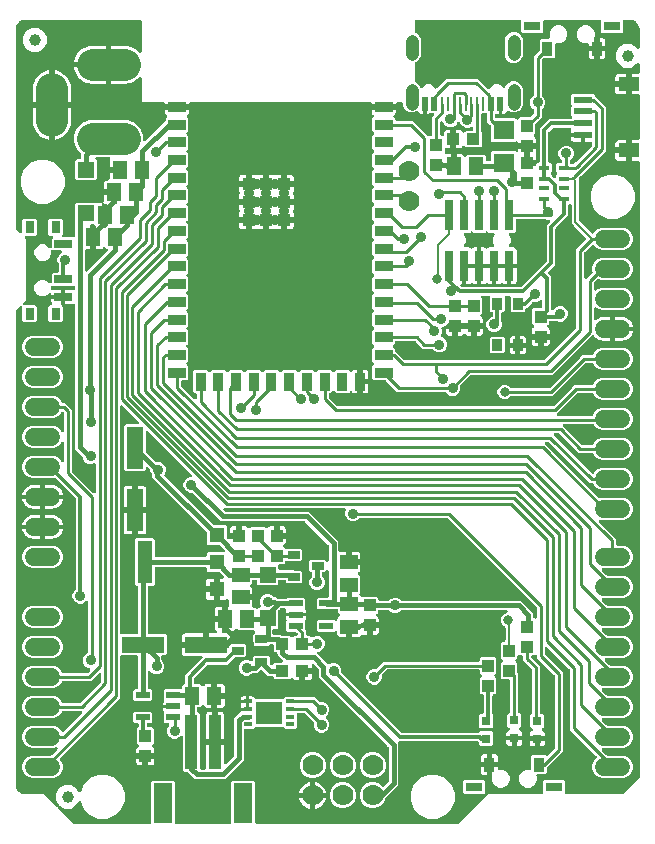
<source format=gbr>
G04 EAGLE Gerber RS-274X export*
G75*
%MOMM*%
%FSLAX34Y34*%
%LPD*%
%INTop Copper*%
%IPPOS*%
%AMOC8*
5,1,8,0,0,1.08239X$1,22.5*%
G01*
%ADD10C,1.500000*%
%ADD11R,0.800000X0.800000*%
%ADD12C,1.000000*%
%ADD13R,1.240000X1.500000*%
%ADD14R,1.800000X1.600000*%
%ADD15R,1.000000X1.075000*%
%ADD16R,0.800000X1.000000*%
%ADD17R,1.500000X0.700000*%
%ADD18R,0.760000X2.600000*%
%ADD19R,1.200000X0.550000*%
%ADD20R,1.500000X1.240000*%
%ADD21R,1.000000X4.600000*%
%ADD22R,1.600000X3.400000*%
%ADD23R,1.075000X1.000000*%
%ADD24R,1.400000X1.400000*%
%ADD25R,1.016000X0.635000*%
%ADD26R,0.850000X1.000000*%
%ADD27C,1.778000*%
%ADD28R,1.400000X3.556000*%
%ADD29R,3.556000X1.400000*%
%ADD30R,1.300000X1.300000*%
%ADD31R,1.300000X3.600000*%
%ADD32C,2.700000*%
%ADD33R,0.575000X1.150000*%
%ADD34R,0.275000X1.150000*%
%ADD35C,1.108000*%
%ADD36R,1.500000X0.900000*%
%ADD37R,1.100000X1.100000*%
%ADD38R,0.900000X1.500000*%
%ADD39C,0.908000*%
%ADD40R,1.550000X0.600000*%
%ADD41R,1.800000X1.200000*%
%ADD42R,0.900000X1.270000*%
%ADD43R,1.450000X0.800000*%
%ADD44R,0.900000X0.450000*%
%ADD45R,0.700000X0.350000*%
%ADD46R,2.300000X1.960000*%
%ADD47C,0.406400*%
%ADD48C,0.906400*%
%ADD49C,0.254000*%
%ADD50C,0.304800*%
%ADD51C,0.889000*%
%ADD52C,0.800100*%
%ADD53C,0.203200*%

G36*
X113566Y3826D02*
X113566Y3826D01*
X113685Y3833D01*
X113723Y3846D01*
X113764Y3851D01*
X113874Y3894D01*
X113987Y3931D01*
X114022Y3953D01*
X114059Y3968D01*
X114155Y4037D01*
X114256Y4101D01*
X114284Y4131D01*
X114317Y4154D01*
X114393Y4246D01*
X114474Y4333D01*
X114494Y4368D01*
X114519Y4399D01*
X114570Y4507D01*
X114628Y4611D01*
X114638Y4651D01*
X114655Y4687D01*
X114677Y4804D01*
X114707Y4919D01*
X114711Y4979D01*
X114715Y4999D01*
X114713Y5020D01*
X114717Y5080D01*
X114717Y39037D01*
X115908Y40228D01*
X133592Y40228D01*
X134783Y39037D01*
X134783Y5080D01*
X134798Y4962D01*
X134805Y4843D01*
X134818Y4805D01*
X134823Y4764D01*
X134866Y4654D01*
X134903Y4541D01*
X134925Y4506D01*
X134940Y4469D01*
X135009Y4373D01*
X135073Y4272D01*
X135103Y4244D01*
X135126Y4211D01*
X135218Y4135D01*
X135305Y4054D01*
X135340Y4034D01*
X135371Y4009D01*
X135479Y3958D01*
X135583Y3900D01*
X135623Y3890D01*
X135659Y3873D01*
X135776Y3851D01*
X135891Y3821D01*
X135951Y3817D01*
X135971Y3813D01*
X135992Y3815D01*
X136052Y3811D01*
X181448Y3811D01*
X181566Y3826D01*
X181685Y3833D01*
X181723Y3846D01*
X181764Y3851D01*
X181874Y3894D01*
X181987Y3931D01*
X182022Y3953D01*
X182059Y3968D01*
X182155Y4037D01*
X182256Y4101D01*
X182284Y4131D01*
X182317Y4154D01*
X182393Y4246D01*
X182474Y4333D01*
X182494Y4368D01*
X182519Y4399D01*
X182570Y4507D01*
X182628Y4611D01*
X182638Y4651D01*
X182655Y4687D01*
X182677Y4804D01*
X182707Y4919D01*
X182711Y4979D01*
X182715Y4999D01*
X182713Y5020D01*
X182717Y5080D01*
X182717Y39037D01*
X183908Y40228D01*
X201592Y40228D01*
X202783Y39037D01*
X202783Y5080D01*
X202798Y4962D01*
X202805Y4843D01*
X202818Y4805D01*
X202823Y4764D01*
X202866Y4654D01*
X202903Y4541D01*
X202925Y4506D01*
X202940Y4469D01*
X203009Y4373D01*
X203073Y4272D01*
X203103Y4244D01*
X203126Y4211D01*
X203218Y4135D01*
X203305Y4054D01*
X203340Y4034D01*
X203371Y4009D01*
X203479Y3958D01*
X203583Y3900D01*
X203623Y3890D01*
X203659Y3873D01*
X203776Y3851D01*
X203891Y3821D01*
X203951Y3817D01*
X203971Y3813D01*
X203992Y3815D01*
X204052Y3811D01*
X374342Y3811D01*
X374440Y3823D01*
X374539Y3826D01*
X374597Y3843D01*
X374657Y3851D01*
X374749Y3887D01*
X374845Y3915D01*
X374897Y3945D01*
X374953Y3968D01*
X375033Y4026D01*
X375119Y4076D01*
X375194Y4142D01*
X375210Y4154D01*
X375218Y4164D01*
X375239Y4182D01*
X398408Y27351D01*
X400268Y29211D01*
X445346Y29211D01*
X445464Y29226D01*
X445583Y29233D01*
X445621Y29246D01*
X445662Y29251D01*
X445772Y29294D01*
X445885Y29331D01*
X445920Y29353D01*
X445957Y29368D01*
X446053Y29437D01*
X446154Y29501D01*
X446182Y29531D01*
X446215Y29554D01*
X446291Y29646D01*
X446372Y29733D01*
X446392Y29768D01*
X446417Y29799D01*
X446468Y29907D01*
X446526Y30011D01*
X446536Y30051D01*
X446553Y30087D01*
X446575Y30204D01*
X446605Y30319D01*
X446609Y30379D01*
X446613Y30399D01*
X446611Y30420D01*
X446615Y30480D01*
X446615Y39927D01*
X447806Y41118D01*
X463990Y41118D01*
X465181Y39927D01*
X465181Y30480D01*
X465196Y30362D01*
X465203Y30243D01*
X465216Y30205D01*
X465221Y30164D01*
X465264Y30054D01*
X465301Y29941D01*
X465323Y29906D01*
X465338Y29869D01*
X465407Y29773D01*
X465471Y29672D01*
X465501Y29644D01*
X465524Y29611D01*
X465616Y29535D01*
X465703Y29454D01*
X465738Y29434D01*
X465769Y29409D01*
X465877Y29358D01*
X465981Y29300D01*
X466021Y29290D01*
X466057Y29273D01*
X466174Y29251D01*
X466289Y29221D01*
X466349Y29217D01*
X466369Y29213D01*
X466390Y29215D01*
X466450Y29211D01*
X514042Y29211D01*
X514140Y29223D01*
X514239Y29226D01*
X514297Y29243D01*
X514357Y29251D01*
X514449Y29287D01*
X514545Y29315D01*
X514597Y29345D01*
X514653Y29368D01*
X514733Y29426D01*
X514819Y29476D01*
X514894Y29542D01*
X514910Y29554D01*
X514918Y29564D01*
X514939Y29582D01*
X527948Y42591D01*
X528008Y42669D01*
X528076Y42741D01*
X528105Y42794D01*
X528142Y42842D01*
X528182Y42933D01*
X528230Y43020D01*
X528245Y43078D01*
X528269Y43134D01*
X528284Y43232D01*
X528309Y43327D01*
X528315Y43427D01*
X528319Y43448D01*
X528317Y43460D01*
X528319Y43488D01*
X528319Y564170D01*
X528304Y564288D01*
X528297Y564407D01*
X528284Y564445D01*
X528279Y564486D01*
X528236Y564596D01*
X528199Y564709D01*
X528177Y564744D01*
X528162Y564781D01*
X528093Y564877D01*
X528029Y564978D01*
X527999Y565006D01*
X527976Y565039D01*
X527884Y565115D01*
X527797Y565196D01*
X527762Y565216D01*
X527731Y565241D01*
X527623Y565292D01*
X527519Y565350D01*
X527479Y565360D01*
X527443Y565377D01*
X527326Y565399D01*
X527211Y565429D01*
X527151Y565433D01*
X527131Y565437D01*
X527110Y565435D01*
X527050Y565439D01*
X521859Y565439D01*
X521859Y572710D01*
X521844Y572828D01*
X521837Y572947D01*
X521824Y572985D01*
X521819Y573025D01*
X521775Y573136D01*
X521739Y573249D01*
X521717Y573284D01*
X521702Y573321D01*
X521632Y573417D01*
X521569Y573518D01*
X521539Y573546D01*
X521515Y573578D01*
X521424Y573654D01*
X521337Y573736D01*
X521302Y573755D01*
X521270Y573781D01*
X521163Y573832D01*
X521059Y573889D01*
X521019Y573900D01*
X520983Y573917D01*
X520866Y573939D01*
X520751Y573969D01*
X520690Y573973D01*
X520670Y573977D01*
X520650Y573975D01*
X520590Y573979D01*
X519319Y573979D01*
X519319Y573981D01*
X520590Y573981D01*
X520708Y573996D01*
X520827Y574003D01*
X520865Y574016D01*
X520905Y574021D01*
X521016Y574065D01*
X521129Y574101D01*
X521164Y574123D01*
X521201Y574138D01*
X521297Y574208D01*
X521398Y574271D01*
X521426Y574301D01*
X521458Y574325D01*
X521534Y574416D01*
X521616Y574503D01*
X521635Y574538D01*
X521661Y574570D01*
X521712Y574677D01*
X521769Y574781D01*
X521780Y574821D01*
X521797Y574857D01*
X521819Y574974D01*
X521849Y575089D01*
X521853Y575150D01*
X521857Y575170D01*
X521855Y575190D01*
X521859Y575250D01*
X521859Y582521D01*
X527050Y582521D01*
X527168Y582536D01*
X527287Y582543D01*
X527325Y582556D01*
X527366Y582561D01*
X527476Y582604D01*
X527589Y582641D01*
X527624Y582663D01*
X527661Y582678D01*
X527757Y582747D01*
X527858Y582811D01*
X527886Y582841D01*
X527919Y582864D01*
X527994Y582956D01*
X528076Y583043D01*
X528096Y583078D01*
X528121Y583109D01*
X528172Y583217D01*
X528230Y583321D01*
X528240Y583360D01*
X528257Y583397D01*
X528279Y583514D01*
X528309Y583629D01*
X528313Y583689D01*
X528317Y583709D01*
X528315Y583730D01*
X528319Y583790D01*
X528319Y620170D01*
X528304Y620288D01*
X528297Y620407D01*
X528284Y620445D01*
X528279Y620486D01*
X528236Y620596D01*
X528199Y620709D01*
X528177Y620744D01*
X528162Y620781D01*
X528093Y620877D01*
X528029Y620978D01*
X527999Y621006D01*
X527976Y621039D01*
X527884Y621115D01*
X527797Y621196D01*
X527762Y621216D01*
X527731Y621241D01*
X527623Y621292D01*
X527519Y621350D01*
X527479Y621360D01*
X527443Y621377D01*
X527326Y621399D01*
X527211Y621429D01*
X527151Y621433D01*
X527131Y621437D01*
X527110Y621435D01*
X527050Y621439D01*
X521859Y621439D01*
X521859Y628710D01*
X521844Y628828D01*
X521837Y628947D01*
X521824Y628985D01*
X521819Y629025D01*
X521775Y629136D01*
X521739Y629249D01*
X521717Y629284D01*
X521702Y629321D01*
X521632Y629417D01*
X521569Y629518D01*
X521539Y629546D01*
X521515Y629578D01*
X521424Y629654D01*
X521337Y629736D01*
X521302Y629755D01*
X521270Y629781D01*
X521163Y629832D01*
X521059Y629889D01*
X521019Y629900D01*
X520983Y629917D01*
X520866Y629939D01*
X520751Y629969D01*
X520690Y629973D01*
X520670Y629977D01*
X520650Y629975D01*
X520590Y629979D01*
X519319Y629979D01*
X519319Y629981D01*
X520590Y629981D01*
X520708Y629996D01*
X520827Y630003D01*
X520865Y630016D01*
X520905Y630021D01*
X521016Y630065D01*
X521129Y630101D01*
X521164Y630123D01*
X521201Y630138D01*
X521297Y630208D01*
X521398Y630271D01*
X521426Y630301D01*
X521458Y630325D01*
X521534Y630416D01*
X521616Y630503D01*
X521635Y630538D01*
X521661Y630570D01*
X521712Y630677D01*
X521769Y630781D01*
X521780Y630821D01*
X521797Y630857D01*
X521819Y630974D01*
X521849Y631089D01*
X521853Y631150D01*
X521857Y631170D01*
X521855Y631190D01*
X521859Y631250D01*
X521859Y638521D01*
X527050Y638521D01*
X527168Y638536D01*
X527287Y638543D01*
X527325Y638556D01*
X527366Y638561D01*
X527476Y638604D01*
X527589Y638641D01*
X527624Y638663D01*
X527661Y638678D01*
X527757Y638747D01*
X527858Y638811D01*
X527886Y638841D01*
X527919Y638864D01*
X527994Y638956D01*
X528076Y639043D01*
X528096Y639078D01*
X528121Y639109D01*
X528172Y639217D01*
X528230Y639321D01*
X528240Y639360D01*
X528257Y639397D01*
X528279Y639514D01*
X528309Y639629D01*
X528313Y639689D01*
X528317Y639709D01*
X528315Y639730D01*
X528319Y639790D01*
X528319Y647082D01*
X528301Y647226D01*
X528286Y647371D01*
X528281Y647384D01*
X528279Y647398D01*
X528226Y647533D01*
X528175Y647670D01*
X528167Y647681D01*
X528162Y647693D01*
X528077Y647811D01*
X527994Y647931D01*
X527984Y647940D01*
X527976Y647951D01*
X527863Y648044D01*
X527753Y648139D01*
X527741Y648145D01*
X527731Y648153D01*
X527599Y648215D01*
X527468Y648280D01*
X527455Y648283D01*
X527443Y648289D01*
X527301Y648316D01*
X527157Y648347D01*
X527144Y648346D01*
X527131Y648349D01*
X526986Y648340D01*
X526840Y648334D01*
X526827Y648330D01*
X526813Y648329D01*
X526675Y648284D01*
X526535Y648242D01*
X526523Y648235D01*
X526511Y648231D01*
X526387Y648153D01*
X526263Y648078D01*
X526253Y648068D01*
X526242Y648061D01*
X526142Y647954D01*
X526040Y647851D01*
X526030Y647835D01*
X526024Y647829D01*
X526016Y647814D01*
X525951Y647717D01*
X525417Y646793D01*
X520816Y644136D01*
X515504Y644136D01*
X510903Y646793D01*
X508246Y651394D01*
X508246Y656706D01*
X510903Y661307D01*
X515504Y663964D01*
X520816Y663964D01*
X525417Y661307D01*
X525951Y660383D01*
X526039Y660267D01*
X526124Y660149D01*
X526135Y660141D01*
X526143Y660130D01*
X526257Y660040D01*
X526369Y659947D01*
X526382Y659941D01*
X526392Y659932D01*
X526526Y659873D01*
X526657Y659811D01*
X526670Y659809D01*
X526683Y659803D01*
X526827Y659778D01*
X526970Y659751D01*
X526983Y659752D01*
X526996Y659750D01*
X527142Y659762D01*
X527287Y659771D01*
X527300Y659775D01*
X527313Y659776D01*
X527451Y659824D01*
X527589Y659869D01*
X527601Y659876D01*
X527614Y659881D01*
X527735Y659961D01*
X527858Y660039D01*
X527867Y660049D01*
X527879Y660057D01*
X527976Y660165D01*
X528076Y660271D01*
X528083Y660283D01*
X528092Y660293D01*
X528159Y660422D01*
X528230Y660549D01*
X528233Y660562D01*
X528239Y660574D01*
X528273Y660716D01*
X528309Y660857D01*
X528310Y660876D01*
X528312Y660884D01*
X528312Y660901D01*
X528319Y661018D01*
X528319Y677070D01*
X528317Y677090D01*
X528313Y677194D01*
X528194Y678402D01*
X528171Y678506D01*
X528156Y678611D01*
X528128Y678691D01*
X528124Y678712D01*
X528116Y678726D01*
X528104Y678763D01*
X527179Y680995D01*
X527175Y681003D01*
X527172Y681012D01*
X527096Y681142D01*
X527022Y681271D01*
X527015Y681278D01*
X527011Y681286D01*
X526904Y681406D01*
X525196Y683114D01*
X525189Y683120D01*
X525183Y683127D01*
X525064Y683217D01*
X524945Y683309D01*
X524937Y683313D01*
X524929Y683319D01*
X524785Y683389D01*
X522553Y684314D01*
X522451Y684342D01*
X522351Y684378D01*
X522268Y684392D01*
X522247Y684398D01*
X522231Y684398D01*
X522192Y684404D01*
X520984Y684523D01*
X520965Y684523D01*
X520860Y684529D01*
X515472Y684529D01*
X515354Y684514D01*
X515235Y684507D01*
X515197Y684494D01*
X515156Y684489D01*
X515046Y684446D01*
X514933Y684409D01*
X514898Y684387D01*
X514861Y684372D01*
X514765Y684303D01*
X514664Y684239D01*
X514636Y684209D01*
X514603Y684186D01*
X514527Y684094D01*
X514446Y684007D01*
X514426Y683972D01*
X514401Y683941D01*
X514350Y683833D01*
X514292Y683729D01*
X514282Y683689D01*
X514265Y683653D01*
X514243Y683536D01*
X514213Y683421D01*
X514209Y683361D01*
X514205Y683341D01*
X514207Y683320D01*
X514203Y683260D01*
X514203Y674448D01*
X513012Y673257D01*
X496828Y673257D01*
X495637Y674448D01*
X495637Y683260D01*
X495622Y683378D01*
X495615Y683497D01*
X495602Y683535D01*
X495597Y683576D01*
X495554Y683686D01*
X495517Y683799D01*
X495495Y683834D01*
X495480Y683871D01*
X495411Y683967D01*
X495347Y684068D01*
X495317Y684096D01*
X495294Y684129D01*
X495202Y684205D01*
X495115Y684286D01*
X495080Y684306D01*
X495049Y684331D01*
X494941Y684382D01*
X494837Y684440D01*
X494797Y684450D01*
X494761Y684467D01*
X494644Y684489D01*
X494529Y684519D01*
X494469Y684523D01*
X494449Y684527D01*
X494428Y684525D01*
X494368Y684529D01*
X447972Y684529D01*
X447854Y684514D01*
X447735Y684507D01*
X447697Y684494D01*
X447656Y684489D01*
X447546Y684446D01*
X447433Y684409D01*
X447398Y684387D01*
X447361Y684372D01*
X447265Y684303D01*
X447164Y684239D01*
X447136Y684209D01*
X447103Y684186D01*
X447027Y684094D01*
X446946Y684007D01*
X446926Y683972D01*
X446901Y683941D01*
X446850Y683833D01*
X446792Y683729D01*
X446782Y683689D01*
X446765Y683653D01*
X446743Y683536D01*
X446713Y683421D01*
X446709Y683361D01*
X446705Y683341D01*
X446707Y683320D01*
X446703Y683260D01*
X446703Y674448D01*
X445512Y673257D01*
X429328Y673257D01*
X428137Y674448D01*
X428137Y683260D01*
X428122Y683378D01*
X428115Y683497D01*
X428102Y683535D01*
X428097Y683576D01*
X428054Y683686D01*
X428017Y683799D01*
X427995Y683834D01*
X427980Y683871D01*
X427911Y683967D01*
X427847Y684068D01*
X427817Y684096D01*
X427794Y684129D01*
X427702Y684205D01*
X427615Y684286D01*
X427580Y684306D01*
X427549Y684331D01*
X427441Y684382D01*
X427337Y684440D01*
X427297Y684450D01*
X427261Y684467D01*
X427144Y684489D01*
X427029Y684519D01*
X426969Y684523D01*
X426949Y684527D01*
X426928Y684525D01*
X426868Y684529D01*
X339090Y684529D01*
X338972Y684514D01*
X338853Y684507D01*
X338815Y684494D01*
X338774Y684489D01*
X338664Y684446D01*
X338551Y684409D01*
X338516Y684387D01*
X338479Y684372D01*
X338383Y684303D01*
X338282Y684239D01*
X338254Y684209D01*
X338221Y684186D01*
X338146Y684094D01*
X338064Y684007D01*
X338044Y683972D01*
X338019Y683941D01*
X337968Y683833D01*
X337910Y683729D01*
X337900Y683689D01*
X337883Y683653D01*
X337861Y683536D01*
X337831Y683421D01*
X337827Y683361D01*
X337823Y683341D01*
X337825Y683320D01*
X337821Y683260D01*
X337821Y674594D01*
X337824Y674565D01*
X337822Y674535D01*
X337844Y674407D01*
X337861Y674278D01*
X337871Y674251D01*
X337877Y674222D01*
X337930Y674103D01*
X337978Y673983D01*
X337995Y673959D01*
X338007Y673932D01*
X338088Y673830D01*
X338164Y673725D01*
X338187Y673707D01*
X338206Y673684D01*
X338309Y673605D01*
X338409Y673523D01*
X338436Y673510D01*
X338460Y673492D01*
X338604Y673421D01*
X339550Y673030D01*
X341680Y670900D01*
X342833Y668116D01*
X342833Y654024D01*
X341680Y651240D01*
X339550Y649110D01*
X338604Y648719D01*
X338579Y648704D01*
X338551Y648695D01*
X338441Y648626D01*
X338328Y648561D01*
X338307Y648541D01*
X338282Y648525D01*
X338193Y648430D01*
X338100Y648340D01*
X338084Y648315D01*
X338064Y648293D01*
X338001Y648179D01*
X337933Y648069D01*
X337925Y648040D01*
X337910Y648015D01*
X337878Y647889D01*
X337840Y647765D01*
X337838Y647735D01*
X337831Y647707D01*
X337821Y647546D01*
X337821Y632794D01*
X337824Y632765D01*
X337822Y632735D01*
X337844Y632607D01*
X337861Y632478D01*
X337871Y632451D01*
X337877Y632422D01*
X337930Y632303D01*
X337978Y632183D01*
X337995Y632159D01*
X338007Y632132D01*
X338088Y632030D01*
X338164Y631925D01*
X338187Y631907D01*
X338206Y631884D01*
X338309Y631805D01*
X338409Y631723D01*
X338436Y631710D01*
X338460Y631692D01*
X338604Y631621D01*
X339550Y631230D01*
X341680Y629100D01*
X342314Y627570D01*
X342382Y627449D01*
X342448Y627326D01*
X342461Y627311D01*
X342471Y627293D01*
X342568Y627194D01*
X342661Y627091D01*
X342678Y627079D01*
X342692Y627065D01*
X342811Y626992D01*
X342927Y626916D01*
X342946Y626909D01*
X342964Y626899D01*
X343096Y626858D01*
X343228Y626813D01*
X343248Y626811D01*
X343267Y626805D01*
X343406Y626798D01*
X343545Y626787D01*
X343565Y626791D01*
X343585Y626790D01*
X343722Y626818D01*
X343858Y626842D01*
X343877Y626850D01*
X343897Y626854D01*
X344022Y626915D01*
X344148Y626972D01*
X344164Y626985D01*
X344182Y626994D01*
X344288Y627084D01*
X344397Y627171D01*
X344409Y627187D01*
X344424Y627200D01*
X344505Y627314D01*
X344588Y627425D01*
X344600Y627450D01*
X344607Y627460D01*
X344615Y627480D01*
X344648Y627547D01*
X346280Y629179D01*
X348408Y630061D01*
X350712Y630061D01*
X352840Y629179D01*
X354469Y627550D01*
X354615Y627198D01*
X354640Y627155D01*
X354657Y627108D01*
X354718Y627017D01*
X354773Y626922D01*
X354807Y626886D01*
X354835Y626845D01*
X354917Y626772D01*
X354994Y626693D01*
X355036Y626667D01*
X355074Y626634D01*
X355171Y626584D01*
X355265Y626527D01*
X355313Y626512D01*
X355357Y626490D01*
X355464Y626466D01*
X355569Y626433D01*
X355619Y626431D01*
X355667Y626420D01*
X355777Y626423D01*
X355887Y626418D01*
X355935Y626428D01*
X355985Y626430D01*
X356090Y626460D01*
X356198Y626482D01*
X356243Y626504D01*
X356290Y626518D01*
X356385Y626574D01*
X356484Y626622D01*
X356522Y626654D01*
X356564Y626680D01*
X356685Y626786D01*
X364392Y634493D01*
X391453Y634493D01*
X393759Y632187D01*
X393759Y632186D01*
X399920Y626026D01*
X399959Y625995D01*
X399993Y625958D01*
X400084Y625898D01*
X400171Y625831D01*
X400217Y625811D01*
X400258Y625784D01*
X400362Y625748D01*
X400463Y625704D01*
X400512Y625697D01*
X400559Y625680D01*
X400668Y625672D01*
X400777Y625655D01*
X400827Y625659D01*
X400876Y625655D01*
X400984Y625674D01*
X401094Y625684D01*
X401140Y625701D01*
X401189Y625710D01*
X401290Y625755D01*
X401393Y625792D01*
X401434Y625820D01*
X401479Y625840D01*
X401565Y625909D01*
X401656Y625971D01*
X401689Y626008D01*
X401728Y626039D01*
X401794Y626127D01*
X401867Y626209D01*
X401889Y626253D01*
X401919Y626293D01*
X401990Y626437D01*
X402451Y627550D01*
X404080Y629179D01*
X406208Y630061D01*
X408512Y630061D01*
X410640Y629179D01*
X412276Y627543D01*
X412330Y627449D01*
X412395Y627326D01*
X412409Y627311D01*
X412419Y627293D01*
X412515Y627194D01*
X412609Y627091D01*
X412626Y627079D01*
X412640Y627065D01*
X412759Y626992D01*
X412875Y626916D01*
X412894Y626909D01*
X412911Y626899D01*
X413044Y626858D01*
X413175Y626813D01*
X413196Y626811D01*
X413215Y626805D01*
X413354Y626798D01*
X413492Y626787D01*
X413512Y626791D01*
X413533Y626790D01*
X413669Y626818D01*
X413806Y626842D01*
X413824Y626850D01*
X413844Y626854D01*
X413969Y626915D01*
X414096Y626972D01*
X414112Y626985D01*
X414130Y626994D01*
X414236Y627084D01*
X414344Y627171D01*
X414356Y627187D01*
X414372Y627200D01*
X414452Y627314D01*
X414535Y627425D01*
X414548Y627450D01*
X414555Y627460D01*
X414562Y627479D01*
X414606Y627570D01*
X415240Y629100D01*
X417370Y631230D01*
X420154Y632383D01*
X423166Y632383D01*
X425950Y631230D01*
X428080Y629100D01*
X429233Y626316D01*
X429233Y612224D01*
X428080Y609440D01*
X425950Y607310D01*
X423166Y606157D01*
X420154Y606157D01*
X417296Y607341D01*
X417260Y607351D01*
X417228Y607367D01*
X417108Y607393D01*
X416989Y607425D01*
X416952Y607426D01*
X416917Y607433D01*
X416794Y607428D01*
X416671Y607430D01*
X416635Y607422D01*
X416599Y607420D01*
X416482Y607385D01*
X416362Y607356D01*
X416329Y607339D01*
X416295Y607329D01*
X416189Y607265D01*
X416080Y607207D01*
X416054Y607183D01*
X416022Y607164D01*
X415936Y607076D01*
X415845Y606993D01*
X415825Y606963D01*
X415800Y606937D01*
X415711Y606803D01*
X415368Y606210D01*
X414895Y605737D01*
X414316Y605402D01*
X413669Y605229D01*
X411897Y605229D01*
X411897Y613352D01*
X411882Y613471D01*
X411874Y613589D01*
X411862Y613628D01*
X411857Y613668D01*
X411813Y613779D01*
X411776Y613892D01*
X411755Y613926D01*
X411740Y613964D01*
X411670Y614060D01*
X411606Y614160D01*
X411577Y614188D01*
X411553Y614221D01*
X411461Y614297D01*
X411375Y614378D01*
X411339Y614398D01*
X411308Y614424D01*
X411200Y614474D01*
X411096Y614532D01*
X411057Y614542D01*
X411020Y614559D01*
X410904Y614582D01*
X410788Y614611D01*
X410728Y614615D01*
X410708Y614619D01*
X410688Y614618D01*
X410628Y614622D01*
X410292Y614622D01*
X410174Y614607D01*
X410056Y614599D01*
X410017Y614587D01*
X409977Y614582D01*
X409866Y614538D01*
X409753Y614501D01*
X409719Y614480D01*
X409681Y614465D01*
X409585Y614395D01*
X409484Y614331D01*
X409457Y614302D01*
X409424Y614278D01*
X409348Y614186D01*
X409266Y614099D01*
X409247Y614064D01*
X409221Y614033D01*
X409170Y613925D01*
X409113Y613821D01*
X409103Y613782D01*
X409086Y613745D01*
X409063Y613628D01*
X409033Y613513D01*
X409030Y613453D01*
X409026Y613433D01*
X409027Y613412D01*
X409023Y613352D01*
X409023Y605229D01*
X407171Y605229D01*
X407112Y605240D01*
X407079Y605238D01*
X407046Y605243D01*
X406920Y605229D01*
X406795Y605221D01*
X406763Y605210D01*
X406730Y605207D01*
X406612Y605161D01*
X406493Y605123D01*
X406464Y605105D01*
X406433Y605093D01*
X406330Y605020D01*
X406224Y604953D01*
X406201Y604928D01*
X406173Y604909D01*
X406092Y604813D01*
X406006Y604721D01*
X405990Y604691D01*
X405968Y604666D01*
X405913Y604553D01*
X405852Y604442D01*
X405844Y604410D01*
X405829Y604380D01*
X405804Y604256D01*
X405773Y604134D01*
X405770Y604086D01*
X405766Y604068D01*
X405767Y604046D01*
X405763Y603974D01*
X405763Y602517D01*
X405778Y602399D01*
X405785Y602280D01*
X405798Y602242D01*
X405803Y602201D01*
X405846Y602091D01*
X405883Y601978D01*
X405905Y601943D01*
X405920Y601906D01*
X405989Y601810D01*
X406053Y601709D01*
X406083Y601681D01*
X406106Y601648D01*
X406198Y601572D01*
X406285Y601491D01*
X406320Y601471D01*
X406351Y601446D01*
X406459Y601395D01*
X406563Y601337D01*
X406603Y601327D01*
X406639Y601310D01*
X406756Y601288D01*
X406871Y601258D01*
X406931Y601254D01*
X406951Y601250D01*
X406972Y601252D01*
X407032Y601248D01*
X423227Y601248D01*
X423947Y600527D01*
X424041Y600454D01*
X424131Y600375D01*
X424167Y600357D01*
X424199Y600332D01*
X424308Y600285D01*
X424414Y600231D01*
X424453Y600222D01*
X424491Y600206D01*
X424608Y600187D01*
X424724Y600161D01*
X424765Y600162D01*
X424805Y600156D01*
X424923Y600167D01*
X425042Y600171D01*
X425081Y600182D01*
X425121Y600186D01*
X425234Y600226D01*
X425348Y600259D01*
X425382Y600280D01*
X425421Y600293D01*
X425519Y600360D01*
X425622Y600421D01*
X425667Y600461D01*
X425684Y600472D01*
X425697Y600487D01*
X425742Y600527D01*
X427228Y602013D01*
X435281Y602013D01*
X435379Y602025D01*
X435478Y602028D01*
X435537Y602045D01*
X435597Y602053D01*
X435689Y602089D01*
X435784Y602117D01*
X435836Y602147D01*
X435892Y602170D01*
X435972Y602228D01*
X436058Y602278D01*
X436133Y602344D01*
X436150Y602356D01*
X436158Y602366D01*
X436179Y602384D01*
X438286Y604491D01*
X438346Y604570D01*
X438414Y604642D01*
X438443Y604695D01*
X438480Y604743D01*
X438520Y604834D01*
X438568Y604920D01*
X438583Y604979D01*
X438607Y605034D01*
X438622Y605132D01*
X438647Y605228D01*
X438653Y605328D01*
X438657Y605349D01*
X438655Y605361D01*
X438657Y605389D01*
X438657Y608296D01*
X438645Y608394D01*
X438642Y608493D01*
X438625Y608552D01*
X438617Y608612D01*
X438581Y608704D01*
X438553Y608799D01*
X438523Y608851D01*
X438500Y608907D01*
X438442Y608987D01*
X438392Y609073D01*
X438326Y609148D01*
X438314Y609165D01*
X438304Y609172D01*
X438286Y609194D01*
X436468Y611011D01*
X435482Y613391D01*
X435482Y615969D01*
X436468Y618349D01*
X438286Y620166D01*
X438346Y620245D01*
X438414Y620317D01*
X438443Y620370D01*
X438480Y620418D01*
X438520Y620509D01*
X438568Y620595D01*
X438583Y620654D01*
X438607Y620710D01*
X438622Y620808D01*
X438647Y620903D01*
X438653Y621003D01*
X438657Y621024D01*
X438655Y621036D01*
X438657Y621064D01*
X438657Y653448D01*
X443266Y658056D01*
X443326Y658135D01*
X443394Y658207D01*
X443423Y658260D01*
X443460Y658308D01*
X443500Y658399D01*
X443548Y658485D01*
X443563Y658544D01*
X443587Y658599D01*
X443602Y658697D01*
X443627Y658793D01*
X443633Y658893D01*
X443637Y658914D01*
X443635Y658926D01*
X443637Y658954D01*
X443637Y667482D01*
X444828Y668673D01*
X451107Y668673D01*
X451156Y668679D01*
X451206Y668677D01*
X451313Y668699D01*
X451422Y668713D01*
X451469Y668731D01*
X451517Y668741D01*
X451616Y668789D01*
X451718Y668830D01*
X451758Y668859D01*
X451803Y668881D01*
X451886Y668952D01*
X451975Y669016D01*
X452007Y669055D01*
X452045Y669087D01*
X452108Y669177D01*
X452178Y669261D01*
X452199Y669306D01*
X452228Y669347D01*
X452267Y669450D01*
X452314Y669549D01*
X452323Y669598D01*
X452341Y669644D01*
X452353Y669754D01*
X452373Y669861D01*
X452370Y669911D01*
X452376Y669960D01*
X452360Y670069D01*
X452354Y670179D01*
X452338Y670226D01*
X452331Y670275D01*
X452279Y670428D01*
X452129Y670790D01*
X452129Y673790D01*
X453277Y676561D01*
X455399Y678683D01*
X458170Y679831D01*
X461170Y679831D01*
X463941Y678683D01*
X466063Y676561D01*
X467211Y673790D01*
X467211Y670790D01*
X466063Y668019D01*
X463941Y665897D01*
X461170Y664749D01*
X457972Y664749D01*
X457854Y664734D01*
X457735Y664727D01*
X457697Y664714D01*
X457656Y664709D01*
X457546Y664666D01*
X457433Y664629D01*
X457398Y664607D01*
X457361Y664592D01*
X457265Y664523D01*
X457164Y664459D01*
X457136Y664429D01*
X457103Y664406D01*
X457027Y664314D01*
X456946Y664227D01*
X456926Y664192D01*
X456901Y664161D01*
X456850Y664053D01*
X456792Y663949D01*
X456782Y663909D01*
X456765Y663873D01*
X456743Y663756D01*
X456713Y663641D01*
X456709Y663581D01*
X456705Y663561D01*
X456707Y663540D01*
X456703Y663480D01*
X456703Y653098D01*
X455512Y651907D01*
X446984Y651907D01*
X446886Y651895D01*
X446787Y651892D01*
X446728Y651875D01*
X446668Y651867D01*
X446576Y651831D01*
X446481Y651803D01*
X446429Y651773D01*
X446373Y651750D01*
X446293Y651692D01*
X446207Y651642D01*
X446132Y651576D01*
X446115Y651564D01*
X446107Y651554D01*
X446086Y651536D01*
X445634Y651084D01*
X445574Y651005D01*
X445506Y650933D01*
X445477Y650880D01*
X445440Y650832D01*
X445400Y650741D01*
X445352Y650655D01*
X445337Y650596D01*
X445313Y650541D01*
X445298Y650443D01*
X445273Y650347D01*
X445267Y650247D01*
X445263Y650226D01*
X445265Y650214D01*
X445263Y650186D01*
X445263Y621064D01*
X445275Y620966D01*
X445278Y620867D01*
X445295Y620808D01*
X445303Y620748D01*
X445339Y620656D01*
X445367Y620561D01*
X445397Y620509D01*
X445420Y620453D01*
X445478Y620373D01*
X445528Y620287D01*
X445594Y620212D01*
X445606Y620195D01*
X445616Y620188D01*
X445634Y620166D01*
X447452Y618349D01*
X448438Y615969D01*
X448438Y613391D01*
X447452Y611011D01*
X445634Y609194D01*
X445574Y609115D01*
X445506Y609043D01*
X445477Y608990D01*
X445440Y608942D01*
X445400Y608851D01*
X445352Y608765D01*
X445337Y608706D01*
X445313Y608650D01*
X445298Y608552D01*
X445273Y608457D01*
X445267Y608357D01*
X445263Y608336D01*
X445265Y608324D01*
X445263Y608296D01*
X445263Y602127D01*
X440474Y597339D01*
X440414Y597260D01*
X440346Y597188D01*
X440317Y597135D01*
X440280Y597087D01*
X440240Y596996D01*
X440192Y596910D01*
X440177Y596851D01*
X440153Y596796D01*
X440138Y596698D01*
X440113Y596602D01*
X440107Y596502D01*
X440103Y596481D01*
X440105Y596469D01*
X440103Y596441D01*
X440103Y588388D01*
X438960Y587245D01*
X438883Y587146D01*
X438800Y587051D01*
X438785Y587020D01*
X438765Y586994D01*
X438715Y586878D01*
X438659Y586766D01*
X438652Y586733D01*
X438638Y586702D01*
X438619Y586578D01*
X438593Y586455D01*
X438594Y586421D01*
X438589Y586388D01*
X438600Y586263D01*
X438606Y586137D01*
X438615Y586105D01*
X438618Y586071D01*
X438661Y585953D01*
X438697Y585832D01*
X438715Y585804D01*
X438726Y585772D01*
X438797Y585668D01*
X438862Y585560D01*
X438886Y585537D01*
X438905Y585509D01*
X438999Y585426D01*
X439089Y585337D01*
X439129Y585310D01*
X439143Y585298D01*
X439162Y585288D01*
X439223Y585248D01*
X439630Y585013D01*
X440103Y584540D01*
X440438Y583961D01*
X440611Y583314D01*
X440611Y580104D01*
X434300Y580104D01*
X434182Y580089D01*
X434063Y580082D01*
X434025Y580069D01*
X433985Y580064D01*
X433874Y580021D01*
X433761Y579984D01*
X433727Y579962D01*
X433689Y579947D01*
X433593Y579878D01*
X433492Y579814D01*
X433464Y579784D01*
X433432Y579761D01*
X433356Y579669D01*
X433274Y579582D01*
X433255Y579547D01*
X433229Y579516D01*
X433178Y579408D01*
X433121Y579304D01*
X433111Y579264D01*
X433093Y579228D01*
X433073Y579121D01*
X433069Y579151D01*
X433025Y579261D01*
X432989Y579374D01*
X432967Y579409D01*
X432952Y579446D01*
X432882Y579542D01*
X432819Y579643D01*
X432789Y579671D01*
X432765Y579704D01*
X432674Y579780D01*
X432587Y579861D01*
X432552Y579881D01*
X432520Y579906D01*
X432413Y579957D01*
X432308Y580015D01*
X432269Y580025D01*
X432233Y580042D01*
X432116Y580064D01*
X432000Y580094D01*
X431940Y580098D01*
X431920Y580102D01*
X431900Y580100D01*
X431840Y580104D01*
X425529Y580104D01*
X425529Y580420D01*
X425512Y580558D01*
X425499Y580697D01*
X425492Y580716D01*
X425489Y580736D01*
X425438Y580865D01*
X425391Y580996D01*
X425380Y581013D01*
X425372Y581032D01*
X425291Y581144D01*
X425213Y581259D01*
X425197Y581272D01*
X425186Y581289D01*
X425078Y581378D01*
X424974Y581470D01*
X424956Y581479D01*
X424941Y581492D01*
X424815Y581551D01*
X424691Y581614D01*
X424671Y581619D01*
X424653Y581627D01*
X424517Y581653D01*
X424381Y581684D01*
X424360Y581683D01*
X424341Y581687D01*
X424202Y581678D01*
X424063Y581674D01*
X424043Y581669D01*
X424023Y581667D01*
X423891Y581624D01*
X423757Y581586D01*
X423740Y581575D01*
X423721Y581569D01*
X423603Y581495D01*
X423483Y581424D01*
X423462Y581406D01*
X423452Y581399D01*
X423438Y581384D01*
X423362Y581318D01*
X423227Y581182D01*
X403543Y581182D01*
X402352Y582373D01*
X402352Y594481D01*
X402340Y594579D01*
X402337Y594678D01*
X402320Y594737D01*
X402312Y594797D01*
X402276Y594889D01*
X402248Y594984D01*
X402218Y595036D01*
X402195Y595092D01*
X402137Y595173D01*
X402087Y595258D01*
X402021Y595333D01*
X402009Y595350D01*
X401999Y595358D01*
X401981Y595379D01*
X399157Y598202D01*
X399157Y604468D01*
X399142Y604586D01*
X399135Y604705D01*
X399122Y604743D01*
X399117Y604784D01*
X399074Y604894D01*
X399037Y605007D01*
X399015Y605042D01*
X399000Y605079D01*
X398931Y605175D01*
X398867Y605276D01*
X398837Y605304D01*
X398814Y605337D01*
X398722Y605413D01*
X398635Y605494D01*
X398600Y605514D01*
X398569Y605539D01*
X398461Y605590D01*
X398357Y605648D01*
X398317Y605658D01*
X398281Y605675D01*
X398164Y605697D01*
X398049Y605727D01*
X397989Y605731D01*
X397969Y605735D01*
X397948Y605733D01*
X397888Y605737D01*
X395532Y605737D01*
X395414Y605722D01*
X395295Y605715D01*
X395257Y605702D01*
X395216Y605697D01*
X395106Y605654D01*
X394993Y605617D01*
X394958Y605595D01*
X394921Y605580D01*
X394825Y605511D01*
X394724Y605447D01*
X394696Y605417D01*
X394663Y605394D01*
X394587Y605302D01*
X394506Y605215D01*
X394486Y605180D01*
X394461Y605149D01*
X394410Y605041D01*
X394352Y604937D01*
X394342Y604897D01*
X394325Y604861D01*
X394303Y604744D01*
X394273Y604629D01*
X394269Y604569D01*
X394265Y604549D01*
X394267Y604528D01*
X394263Y604468D01*
X394263Y590673D01*
X394275Y590575D01*
X394278Y590476D01*
X394295Y590417D01*
X394303Y590357D01*
X394339Y590265D01*
X394367Y590170D01*
X394397Y590118D01*
X394420Y590062D01*
X394478Y589981D01*
X394528Y589896D01*
X394594Y589821D01*
X394606Y589804D01*
X394616Y589796D01*
X394634Y589775D01*
X395003Y589407D01*
X395003Y577723D01*
X393812Y576532D01*
X381378Y576532D01*
X380235Y577675D01*
X380136Y577752D01*
X380041Y577835D01*
X380010Y577850D01*
X379984Y577870D01*
X379868Y577920D01*
X379756Y577976D01*
X379723Y577983D01*
X379692Y577997D01*
X379568Y578016D01*
X379445Y578043D01*
X379411Y578041D01*
X379378Y578046D01*
X379252Y578035D01*
X379127Y578029D01*
X379095Y578020D01*
X379061Y578017D01*
X378943Y577974D01*
X378822Y577938D01*
X378794Y577920D01*
X378762Y577909D01*
X378658Y577838D01*
X378550Y577773D01*
X378527Y577749D01*
X378499Y577730D01*
X378415Y577636D01*
X378327Y577546D01*
X378301Y577506D01*
X378288Y577492D01*
X378278Y577473D01*
X378238Y577412D01*
X378003Y577005D01*
X377530Y576532D01*
X376951Y576197D01*
X376304Y576024D01*
X373094Y576024D01*
X373094Y582335D01*
X373079Y582453D01*
X373072Y582572D01*
X373059Y582610D01*
X373054Y582650D01*
X373011Y582761D01*
X372974Y582874D01*
X372952Y582908D01*
X372937Y582946D01*
X372868Y583042D01*
X372804Y583143D01*
X372774Y583171D01*
X372751Y583203D01*
X372659Y583279D01*
X372572Y583361D01*
X372537Y583380D01*
X372506Y583406D01*
X372398Y583457D01*
X372294Y583514D01*
X372254Y583524D01*
X372218Y583542D01*
X372111Y583562D01*
X372141Y583566D01*
X372251Y583610D01*
X372364Y583646D01*
X372399Y583668D01*
X372436Y583683D01*
X372532Y583753D01*
X372633Y583816D01*
X372661Y583846D01*
X372694Y583870D01*
X372770Y583961D01*
X372851Y584048D01*
X372871Y584083D01*
X372896Y584115D01*
X372947Y584222D01*
X373005Y584327D01*
X373015Y584366D01*
X373032Y584402D01*
X373054Y584519D01*
X373084Y584635D01*
X373088Y584695D01*
X373092Y584715D01*
X373090Y584735D01*
X373094Y584795D01*
X373094Y591106D01*
X376304Y591106D01*
X376951Y590933D01*
X377530Y590598D01*
X378003Y590125D01*
X378238Y589718D01*
X378314Y589618D01*
X378385Y589513D01*
X378410Y589491D01*
X378431Y589464D01*
X378529Y589386D01*
X378623Y589303D01*
X378653Y589288D01*
X378680Y589267D01*
X378795Y589216D01*
X378907Y589158D01*
X378939Y589151D01*
X378970Y589137D01*
X379094Y589116D01*
X379217Y589089D01*
X379251Y589090D01*
X379284Y589084D01*
X379409Y589095D01*
X379535Y589098D01*
X379567Y589108D01*
X379601Y589111D01*
X379719Y589152D01*
X379840Y589187D01*
X379869Y589204D01*
X379901Y589215D01*
X380006Y589285D01*
X380114Y589348D01*
X380151Y589381D01*
X380166Y589391D01*
X380181Y589407D01*
X380235Y589455D01*
X381378Y590598D01*
X386388Y590598D01*
X386506Y590613D01*
X386625Y590620D01*
X386663Y590633D01*
X386704Y590638D01*
X386814Y590681D01*
X386927Y590718D01*
X386962Y590740D01*
X386999Y590755D01*
X387095Y590824D01*
X387196Y590888D01*
X387224Y590918D01*
X387257Y590941D01*
X387333Y591033D01*
X387414Y591120D01*
X387434Y591155D01*
X387459Y591186D01*
X387510Y591294D01*
X387568Y591398D01*
X387578Y591438D01*
X387595Y591474D01*
X387617Y591591D01*
X387647Y591706D01*
X387651Y591766D01*
X387655Y591786D01*
X387653Y591807D01*
X387657Y591867D01*
X387657Y593014D01*
X387651Y593063D01*
X387653Y593113D01*
X387631Y593220D01*
X387617Y593329D01*
X387599Y593375D01*
X387589Y593424D01*
X387541Y593523D01*
X387500Y593625D01*
X387471Y593665D01*
X387449Y593710D01*
X387378Y593793D01*
X387314Y593882D01*
X387275Y593914D01*
X387243Y593952D01*
X387153Y594015D01*
X387069Y594085D01*
X387024Y594106D01*
X386983Y594135D01*
X386880Y594174D01*
X386781Y594221D01*
X386732Y594230D01*
X386686Y594248D01*
X386576Y594260D01*
X386469Y594280D01*
X386419Y594277D01*
X386370Y594283D01*
X386261Y594267D01*
X386151Y594261D01*
X386104Y594245D01*
X386055Y594238D01*
X385902Y594186D01*
X383797Y593314D01*
X381185Y593314D01*
X378772Y594314D01*
X376926Y596160D01*
X376350Y597550D01*
X376281Y597670D01*
X376216Y597794D01*
X376203Y597809D01*
X376193Y597826D01*
X376096Y597926D01*
X376002Y598029D01*
X375985Y598040D01*
X375971Y598055D01*
X375853Y598127D01*
X375737Y598204D01*
X375717Y598210D01*
X375700Y598221D01*
X375567Y598262D01*
X375436Y598307D01*
X375416Y598308D01*
X375396Y598314D01*
X375257Y598321D01*
X375119Y598332D01*
X375099Y598329D01*
X375079Y598330D01*
X374942Y598301D01*
X374805Y598278D01*
X374787Y598269D01*
X374767Y598265D01*
X374642Y598204D01*
X374515Y598147D01*
X374500Y598135D01*
X374481Y598126D01*
X374375Y598035D01*
X374267Y597949D01*
X374255Y597932D01*
X374239Y597919D01*
X374159Y597806D01*
X374076Y597694D01*
X374063Y597669D01*
X374056Y597659D01*
X374049Y597640D01*
X374005Y597550D01*
X373614Y596607D01*
X371768Y594761D01*
X369355Y593761D01*
X366743Y593761D01*
X364330Y594761D01*
X362484Y596607D01*
X361980Y597824D01*
X361945Y597885D01*
X361919Y597950D01*
X361867Y598023D01*
X361822Y598101D01*
X361774Y598151D01*
X361733Y598207D01*
X361663Y598265D01*
X361601Y598329D01*
X361541Y598366D01*
X361488Y598410D01*
X361406Y598448D01*
X361330Y598495D01*
X361263Y598516D01*
X361200Y598546D01*
X361112Y598563D01*
X361026Y598589D01*
X360956Y598592D01*
X360887Y598605D01*
X360798Y598600D01*
X360708Y598604D01*
X360640Y598590D01*
X360570Y598586D01*
X360485Y598558D01*
X360397Y598540D01*
X360334Y598509D01*
X360268Y598488D01*
X360192Y598440D01*
X360111Y598400D01*
X360058Y598355D01*
X359999Y598317D01*
X359937Y598252D01*
X359869Y598194D01*
X359829Y598137D01*
X359781Y598086D01*
X359738Y598007D01*
X359686Y597934D01*
X359661Y597868D01*
X359627Y597807D01*
X359605Y597721D01*
X359573Y597636D01*
X359565Y597567D01*
X359548Y597499D01*
X359538Y597339D01*
X359538Y587407D01*
X359553Y587289D01*
X359560Y587170D01*
X359573Y587132D01*
X359578Y587091D01*
X359621Y586981D01*
X359658Y586868D01*
X359680Y586833D01*
X359695Y586796D01*
X359764Y586700D01*
X359828Y586599D01*
X359858Y586571D01*
X359881Y586538D01*
X359973Y586462D01*
X360060Y586381D01*
X360095Y586361D01*
X360126Y586336D01*
X360234Y586285D01*
X360338Y586227D01*
X360378Y586217D01*
X360414Y586200D01*
X360531Y586178D01*
X360646Y586148D01*
X360706Y586144D01*
X360726Y586140D01*
X360747Y586142D01*
X360807Y586138D01*
X361410Y586138D01*
X361528Y586153D01*
X361647Y586160D01*
X361685Y586173D01*
X361726Y586178D01*
X361836Y586221D01*
X361949Y586258D01*
X361984Y586280D01*
X362021Y586295D01*
X362117Y586364D01*
X362218Y586428D01*
X362246Y586458D01*
X362279Y586481D01*
X362355Y586573D01*
X362436Y586660D01*
X362456Y586695D01*
X362481Y586726D01*
X362532Y586834D01*
X362590Y586938D01*
X362600Y586978D01*
X362617Y587014D01*
X362639Y587131D01*
X362669Y587246D01*
X362673Y587306D01*
X362677Y587326D01*
X362675Y587347D01*
X362679Y587407D01*
X362679Y588899D01*
X362852Y589546D01*
X363187Y590125D01*
X363660Y590598D01*
X364239Y590933D01*
X364886Y591106D01*
X368096Y591106D01*
X368096Y584795D01*
X368111Y584677D01*
X368118Y584558D01*
X368130Y584520D01*
X368136Y584480D01*
X368179Y584369D01*
X368216Y584256D01*
X368238Y584222D01*
X368253Y584184D01*
X368322Y584088D01*
X368386Y583987D01*
X368416Y583959D01*
X368439Y583927D01*
X368531Y583851D01*
X368618Y583769D01*
X368653Y583750D01*
X368684Y583724D01*
X368792Y583673D01*
X368896Y583616D01*
X368936Y583606D01*
X368972Y583588D01*
X369079Y583568D01*
X369049Y583564D01*
X368939Y583520D01*
X368826Y583484D01*
X368791Y583462D01*
X368754Y583447D01*
X368657Y583377D01*
X368557Y583314D01*
X368529Y583284D01*
X368496Y583260D01*
X368420Y583169D01*
X368339Y583082D01*
X368319Y583047D01*
X368294Y583015D01*
X368243Y582908D01*
X368185Y582803D01*
X368175Y582764D01*
X368158Y582728D01*
X368136Y582611D01*
X368106Y582495D01*
X368102Y582435D01*
X368098Y582415D01*
X368100Y582395D01*
X368096Y582335D01*
X368096Y576024D01*
X364886Y576024D01*
X364866Y576030D01*
X364741Y576047D01*
X364617Y576070D01*
X364584Y576068D01*
X364551Y576073D01*
X364425Y576058D01*
X364300Y576051D01*
X364268Y576040D01*
X364235Y576036D01*
X364117Y575991D01*
X363998Y575953D01*
X363969Y575935D01*
X363938Y575922D01*
X363835Y575850D01*
X363729Y575782D01*
X363706Y575758D01*
X363678Y575738D01*
X363597Y575642D01*
X363511Y575551D01*
X363495Y575521D01*
X363473Y575496D01*
X363418Y575382D01*
X363357Y575272D01*
X363349Y575240D01*
X363334Y575209D01*
X363309Y575086D01*
X363278Y574964D01*
X363275Y574915D01*
X363271Y574898D01*
X363272Y574876D01*
X363268Y574804D01*
X363268Y572015D01*
X363283Y571897D01*
X363290Y571778D01*
X363303Y571740D01*
X363308Y571699D01*
X363351Y571589D01*
X363388Y571476D01*
X363410Y571441D01*
X363425Y571404D01*
X363494Y571308D01*
X363558Y571207D01*
X363588Y571179D01*
X363611Y571146D01*
X363703Y571070D01*
X363790Y570989D01*
X363825Y570969D01*
X363856Y570944D01*
X363964Y570893D01*
X364068Y570835D01*
X364108Y570825D01*
X364144Y570808D01*
X364261Y570786D01*
X364376Y570756D01*
X364436Y570752D01*
X364456Y570748D01*
X364477Y570750D01*
X364537Y570746D01*
X368326Y570746D01*
X368326Y563244D01*
X362088Y563244D01*
X362084Y563276D01*
X362041Y563386D01*
X362004Y563499D01*
X361982Y563534D01*
X361967Y563571D01*
X361898Y563667D01*
X361834Y563768D01*
X361804Y563796D01*
X361781Y563829D01*
X361689Y563905D01*
X361602Y563986D01*
X361567Y564006D01*
X361536Y564031D01*
X361428Y564082D01*
X361324Y564140D01*
X361284Y564150D01*
X361248Y564167D01*
X361131Y564189D01*
X361016Y564219D01*
X360956Y564223D01*
X360936Y564227D01*
X360915Y564225D01*
X360855Y564229D01*
X357465Y564229D01*
X357347Y564214D01*
X357228Y564207D01*
X357190Y564194D01*
X357150Y564189D01*
X357039Y564146D01*
X356926Y564109D01*
X356892Y564087D01*
X356854Y564072D01*
X356758Y564003D01*
X356657Y563939D01*
X356629Y563909D01*
X356597Y563886D01*
X356521Y563794D01*
X356439Y563707D01*
X356420Y563672D01*
X356394Y563641D01*
X356343Y563533D01*
X356286Y563429D01*
X356276Y563389D01*
X356258Y563353D01*
X356236Y563236D01*
X356206Y563121D01*
X356202Y563061D01*
X356199Y563041D01*
X356200Y563020D01*
X356196Y562960D01*
X356196Y560500D01*
X356211Y560382D01*
X356218Y560263D01*
X356231Y560225D01*
X356236Y560184D01*
X356280Y560074D01*
X356316Y559961D01*
X356338Y559926D01*
X356353Y559889D01*
X356423Y559792D01*
X356486Y559692D01*
X356516Y559664D01*
X356540Y559631D01*
X356631Y559555D01*
X356718Y559474D01*
X356753Y559454D01*
X356785Y559429D01*
X356892Y559378D01*
X356997Y559320D01*
X357036Y559310D01*
X357072Y559293D01*
X357189Y559271D01*
X357305Y559241D01*
X357365Y559237D01*
X357385Y559233D01*
X357405Y559235D01*
X357465Y559231D01*
X363796Y559231D01*
X363798Y559198D01*
X363811Y559160D01*
X363816Y559120D01*
X363859Y559009D01*
X363896Y558896D01*
X363918Y558861D01*
X363933Y558824D01*
X364002Y558728D01*
X364066Y558627D01*
X364096Y558599D01*
X364119Y558566D01*
X364211Y558491D01*
X364298Y558409D01*
X364333Y558389D01*
X364364Y558364D01*
X364472Y558313D01*
X364576Y558255D01*
X364616Y558245D01*
X364652Y558228D01*
X364769Y558206D01*
X364884Y558176D01*
X364944Y558172D01*
X364964Y558168D01*
X364985Y558170D01*
X365045Y558166D01*
X369595Y558166D01*
X369713Y558181D01*
X369832Y558188D01*
X369870Y558201D01*
X369910Y558206D01*
X370021Y558249D01*
X370134Y558286D01*
X370169Y558308D01*
X370206Y558323D01*
X370302Y558392D01*
X370403Y558456D01*
X370431Y558486D01*
X370463Y558510D01*
X370539Y558601D01*
X370621Y558688D01*
X370640Y558723D01*
X370666Y558754D01*
X370717Y558862D01*
X370774Y558966D01*
X370785Y559006D01*
X370802Y559042D01*
X370824Y559159D01*
X370854Y559274D01*
X370858Y559335D01*
X370862Y559355D01*
X370860Y559375D01*
X370864Y559435D01*
X370864Y560706D01*
X372135Y560706D01*
X372253Y560721D01*
X372372Y560728D01*
X372410Y560741D01*
X372450Y560746D01*
X372561Y560790D01*
X372674Y560826D01*
X372709Y560848D01*
X372746Y560863D01*
X372842Y560933D01*
X372943Y560996D01*
X372971Y561026D01*
X373003Y561050D01*
X373079Y561141D01*
X373161Y561228D01*
X373180Y561263D01*
X373206Y561295D01*
X373257Y561402D01*
X373314Y561506D01*
X373325Y561546D01*
X373342Y561582D01*
X373364Y561699D01*
X373394Y561814D01*
X373398Y561875D01*
X373402Y561895D01*
X373400Y561915D01*
X373404Y561975D01*
X373404Y570746D01*
X377399Y570746D01*
X378046Y570573D01*
X378625Y570238D01*
X379098Y569765D01*
X379461Y569136D01*
X379537Y569036D01*
X379608Y568932D01*
X379633Y568909D01*
X379654Y568882D01*
X379752Y568804D01*
X379846Y568721D01*
X379876Y568706D01*
X379903Y568685D01*
X380018Y568634D01*
X380130Y568576D01*
X380163Y568569D01*
X380193Y568555D01*
X380318Y568534D01*
X380440Y568507D01*
X380474Y568508D01*
X380507Y568502D01*
X380632Y568513D01*
X380758Y568516D01*
X380790Y568526D01*
X380824Y568529D01*
X380943Y568570D01*
X381063Y568605D01*
X381092Y568622D01*
X381124Y568633D01*
X381229Y568703D01*
X381337Y568766D01*
X381374Y568799D01*
X381389Y568809D01*
X381404Y568825D01*
X381458Y568873D01*
X382823Y570238D01*
X396907Y570238D01*
X398098Y569047D01*
X398098Y566039D01*
X398113Y565921D01*
X398120Y565802D01*
X398133Y565764D01*
X398138Y565723D01*
X398181Y565613D01*
X398218Y565500D01*
X398240Y565465D01*
X398255Y565428D01*
X398324Y565332D01*
X398388Y565231D01*
X398418Y565203D01*
X398441Y565170D01*
X398533Y565094D01*
X398620Y565013D01*
X398655Y564993D01*
X398686Y564968D01*
X398794Y564917D01*
X398898Y564859D01*
X398938Y564849D01*
X398974Y564832D01*
X399091Y564810D01*
X399206Y564780D01*
X399266Y564776D01*
X399286Y564772D01*
X399307Y564774D01*
X399367Y564770D01*
X401083Y564770D01*
X401201Y564785D01*
X401320Y564792D01*
X401358Y564805D01*
X401399Y564810D01*
X401509Y564853D01*
X401622Y564890D01*
X401657Y564912D01*
X401694Y564927D01*
X401790Y564996D01*
X401891Y565060D01*
X401919Y565090D01*
X401952Y565113D01*
X402028Y565205D01*
X402109Y565292D01*
X402129Y565327D01*
X402154Y565358D01*
X402205Y565466D01*
X402263Y565570D01*
X402273Y565610D01*
X402290Y565646D01*
X402312Y565763D01*
X402342Y565878D01*
X402346Y565938D01*
X402350Y565958D01*
X402348Y565979D01*
X402352Y566039D01*
X402352Y572057D01*
X403543Y573248D01*
X423227Y573248D01*
X423362Y573112D01*
X423472Y573027D01*
X423579Y572938D01*
X423598Y572930D01*
X423614Y572917D01*
X423742Y572862D01*
X423867Y572803D01*
X423887Y572799D01*
X423906Y572791D01*
X424044Y572769D01*
X424180Y572743D01*
X424200Y572744D01*
X424220Y572741D01*
X424359Y572754D01*
X424497Y572763D01*
X424516Y572769D01*
X424536Y572771D01*
X424667Y572818D01*
X424799Y572861D01*
X424817Y572872D01*
X424836Y572878D01*
X424950Y572956D01*
X425068Y573031D01*
X425082Y573046D01*
X425099Y573057D01*
X425191Y573161D01*
X425286Y573263D01*
X425296Y573280D01*
X425309Y573295D01*
X425372Y573419D01*
X425440Y573541D01*
X425445Y573561D01*
X425454Y573579D01*
X425484Y573714D01*
X425519Y573849D01*
X425521Y573877D01*
X425524Y573889D01*
X425523Y573909D01*
X425529Y574010D01*
X425529Y575106D01*
X430571Y575106D01*
X430571Y564720D01*
X430586Y564602D01*
X430593Y564483D01*
X430605Y564445D01*
X430611Y564405D01*
X430654Y564294D01*
X430691Y564181D01*
X430713Y564147D01*
X430728Y564109D01*
X430797Y564013D01*
X430861Y563912D01*
X430891Y563884D01*
X430914Y563852D01*
X431006Y563776D01*
X431093Y563694D01*
X431128Y563675D01*
X431159Y563649D01*
X431267Y563598D01*
X431371Y563541D01*
X431411Y563531D01*
X431447Y563513D01*
X431564Y563491D01*
X431679Y563461D01*
X431739Y563457D01*
X431759Y563454D01*
X431780Y563455D01*
X431840Y563451D01*
X433031Y563451D01*
X433031Y562260D01*
X433046Y562142D01*
X433053Y562023D01*
X433066Y561985D01*
X433071Y561944D01*
X433115Y561834D01*
X433151Y561721D01*
X433173Y561686D01*
X433188Y561649D01*
X433258Y561552D01*
X433321Y561452D01*
X433351Y561424D01*
X433375Y561391D01*
X433466Y561315D01*
X433553Y561234D01*
X433588Y561214D01*
X433620Y561189D01*
X433727Y561138D01*
X433832Y561080D01*
X433871Y561070D01*
X433907Y561053D01*
X434024Y561031D01*
X434140Y561001D01*
X434200Y560997D01*
X434220Y560993D01*
X434240Y560995D01*
X434300Y560991D01*
X439628Y560991D01*
X439746Y561006D01*
X439865Y561013D01*
X439903Y561025D01*
X439944Y561031D01*
X440054Y561074D01*
X440167Y561111D01*
X440202Y561133D01*
X440239Y561148D01*
X440335Y561217D01*
X440436Y561281D01*
X440464Y561311D01*
X440497Y561334D01*
X440573Y561426D01*
X440654Y561513D01*
X440674Y561548D01*
X440699Y561579D01*
X440750Y561687D01*
X440808Y561791D01*
X440818Y561831D01*
X440835Y561867D01*
X440857Y561984D01*
X440887Y562099D01*
X440891Y562159D01*
X440895Y562179D01*
X440894Y562189D01*
X442088Y563383D01*
X442604Y563383D01*
X442722Y563398D01*
X442841Y563405D01*
X442879Y563418D01*
X442920Y563423D01*
X443030Y563466D01*
X443143Y563503D01*
X443178Y563525D01*
X443215Y563540D01*
X443311Y563609D01*
X443412Y563673D01*
X443440Y563703D01*
X443473Y563726D01*
X443549Y563818D01*
X443630Y563905D01*
X443650Y563940D01*
X443675Y563971D01*
X443726Y564079D01*
X443784Y564183D01*
X443794Y564223D01*
X443811Y564259D01*
X443833Y564376D01*
X443863Y564491D01*
X443867Y564551D01*
X443871Y564571D01*
X443869Y564592D01*
X443873Y564652D01*
X443873Y592413D01*
X451997Y600537D01*
X469726Y600537D01*
X469824Y600549D01*
X469923Y600552D01*
X469982Y600569D01*
X470042Y600577D01*
X470134Y600613D01*
X470229Y600640D01*
X470281Y600671D01*
X470337Y600694D01*
X470417Y600752D01*
X470503Y600802D01*
X470578Y600868D01*
X470595Y600880D01*
X470603Y600890D01*
X470624Y600908D01*
X470798Y601082D01*
X470871Y601176D01*
X470950Y601266D01*
X470968Y601302D01*
X470993Y601334D01*
X471040Y601443D01*
X471094Y601549D01*
X471103Y601588D01*
X471119Y601626D01*
X471138Y601743D01*
X471164Y601859D01*
X471163Y601900D01*
X471169Y601940D01*
X471158Y602058D01*
X471154Y602177D01*
X471143Y602216D01*
X471139Y602256D01*
X471099Y602368D01*
X471066Y602483D01*
X471045Y602517D01*
X471032Y602556D01*
X470965Y602654D01*
X470904Y602757D01*
X470864Y602802D01*
X470853Y602819D01*
X470838Y602832D01*
X470798Y602877D01*
X470537Y603138D01*
X470537Y610822D01*
X470798Y611082D01*
X470871Y611177D01*
X470950Y611266D01*
X470968Y611302D01*
X470993Y611334D01*
X471040Y611443D01*
X471094Y611549D01*
X471103Y611588D01*
X471119Y611626D01*
X471138Y611743D01*
X471164Y611859D01*
X471163Y611900D01*
X471169Y611940D01*
X471158Y612058D01*
X471154Y612177D01*
X471143Y612216D01*
X471139Y612256D01*
X471099Y612368D01*
X471066Y612483D01*
X471045Y612518D01*
X471032Y612556D01*
X470965Y612654D01*
X470904Y612757D01*
X470864Y612802D01*
X470853Y612819D01*
X470838Y612832D01*
X470798Y612877D01*
X470537Y613138D01*
X470537Y620822D01*
X471728Y622013D01*
X488912Y622013D01*
X490251Y620673D01*
X490260Y620653D01*
X490318Y620572D01*
X490368Y620487D01*
X490434Y620412D01*
X490446Y620395D01*
X490456Y620387D01*
X490474Y620366D01*
X497566Y613274D01*
X499873Y610968D01*
X499873Y573826D01*
X478422Y552376D01*
X478397Y552361D01*
X478341Y552338D01*
X478261Y552280D01*
X478175Y552230D01*
X478100Y552164D01*
X478083Y552152D01*
X478075Y552142D01*
X478054Y552124D01*
X477130Y551200D01*
X477070Y551121D01*
X477002Y551049D01*
X476973Y550996D01*
X476936Y550948D01*
X476896Y550857D01*
X476848Y550771D01*
X476833Y550712D01*
X476809Y550657D01*
X476794Y550559D01*
X476769Y550463D01*
X476763Y550363D01*
X476759Y550342D01*
X476761Y550330D01*
X476759Y550302D01*
X476759Y515504D01*
X476771Y515405D01*
X476774Y515306D01*
X476791Y515248D01*
X476799Y515188D01*
X476835Y515096D01*
X476863Y515001D01*
X476893Y514949D01*
X476916Y514892D01*
X476974Y514812D01*
X477024Y514727D01*
X477090Y514652D01*
X477102Y514635D01*
X477112Y514627D01*
X477130Y514606D01*
X487759Y503978D01*
X487798Y503947D01*
X487831Y503911D01*
X487923Y503850D01*
X488010Y503783D01*
X488056Y503763D01*
X488097Y503736D01*
X488201Y503700D01*
X488302Y503657D01*
X488351Y503649D01*
X488398Y503633D01*
X488507Y503624D01*
X488616Y503607D01*
X488666Y503611D01*
X488715Y503608D01*
X488823Y503626D01*
X488932Y503637D01*
X488979Y503653D01*
X489028Y503662D01*
X489128Y503707D01*
X489232Y503744D01*
X489273Y503772D01*
X489318Y503793D01*
X489404Y503861D01*
X489495Y503923D01*
X489528Y503960D01*
X489567Y503991D01*
X489633Y504079D01*
X489705Y504161D01*
X489728Y504206D01*
X489758Y504245D01*
X489829Y504390D01*
X489879Y504510D01*
X492560Y507191D01*
X496064Y508643D01*
X514856Y508643D01*
X518360Y507191D01*
X521041Y504510D01*
X522493Y501006D01*
X522493Y497214D01*
X521041Y493710D01*
X518360Y491029D01*
X514856Y489577D01*
X496064Y489577D01*
X492560Y491029D01*
X489830Y493759D01*
X489777Y493852D01*
X489742Y493888D01*
X489714Y493929D01*
X489632Y494002D01*
X489555Y494081D01*
X489513Y494107D01*
X489476Y494140D01*
X489378Y494190D01*
X489284Y494247D01*
X489237Y494262D01*
X489192Y494284D01*
X489085Y494308D01*
X488980Y494341D01*
X488931Y494343D01*
X488882Y494354D01*
X488772Y494351D01*
X488663Y494356D01*
X488614Y494346D01*
X488564Y494344D01*
X488459Y494314D01*
X488351Y494292D01*
X488307Y494270D01*
X488259Y494256D01*
X488164Y494200D01*
X488066Y494152D01*
X488028Y494120D01*
X487985Y494094D01*
X487864Y493988D01*
X481829Y487954D01*
X481769Y487875D01*
X481701Y487803D01*
X481672Y487750D01*
X481635Y487702D01*
X481595Y487611D01*
X481547Y487525D01*
X481532Y487466D01*
X481508Y487411D01*
X481493Y487313D01*
X481468Y487217D01*
X481462Y487117D01*
X481458Y487096D01*
X481460Y487084D01*
X481458Y487056D01*
X481458Y466333D01*
X481475Y466195D01*
X481488Y466056D01*
X481495Y466037D01*
X481498Y466017D01*
X481549Y465888D01*
X481596Y465757D01*
X481607Y465740D01*
X481615Y465722D01*
X481696Y465609D01*
X481774Y465494D01*
X481790Y465481D01*
X481801Y465464D01*
X481909Y465375D01*
X482013Y465283D01*
X482031Y465274D01*
X482046Y465261D01*
X482172Y465202D01*
X482296Y465139D01*
X482316Y465134D01*
X482334Y465126D01*
X482470Y465100D01*
X482606Y465069D01*
X482627Y465070D01*
X482646Y465066D01*
X482785Y465075D01*
X482924Y465079D01*
X482944Y465085D01*
X482964Y465086D01*
X483096Y465129D01*
X483230Y465167D01*
X483247Y465178D01*
X483266Y465184D01*
X483384Y465258D01*
X483504Y465329D01*
X483525Y465347D01*
X483535Y465354D01*
X483549Y465369D01*
X483624Y465435D01*
X488289Y470100D01*
X488307Y470123D01*
X488330Y470142D01*
X488404Y470248D01*
X488484Y470351D01*
X488496Y470378D01*
X488513Y470402D01*
X488559Y470524D01*
X488610Y470643D01*
X488615Y470672D01*
X488626Y470700D01*
X488640Y470829D01*
X488660Y470957D01*
X488657Y470987D01*
X488661Y471016D01*
X488643Y471144D01*
X488630Y471274D01*
X488620Y471302D01*
X488616Y471331D01*
X488564Y471483D01*
X488427Y471814D01*
X488427Y475606D01*
X489879Y479110D01*
X492560Y481791D01*
X496064Y483243D01*
X514856Y483243D01*
X518360Y481791D01*
X521041Y479110D01*
X522493Y475606D01*
X522493Y471814D01*
X521041Y468310D01*
X518360Y465629D01*
X514856Y464177D01*
X496064Y464177D01*
X493767Y465128D01*
X493739Y465136D01*
X493713Y465150D01*
X493586Y465178D01*
X493461Y465212D01*
X493431Y465213D01*
X493402Y465219D01*
X493273Y465215D01*
X493143Y465217D01*
X493114Y465211D01*
X493084Y465210D01*
X492960Y465174D01*
X492833Y465143D01*
X492807Y465129D01*
X492779Y465121D01*
X492667Y465055D01*
X492552Y464995D01*
X492530Y464975D01*
X492505Y464960D01*
X492384Y464853D01*
X490084Y462554D01*
X490024Y462475D01*
X489956Y462403D01*
X489927Y462350D01*
X489890Y462302D01*
X489850Y462211D01*
X489802Y462125D01*
X489787Y462066D01*
X489763Y462011D01*
X489748Y461913D01*
X489723Y461817D01*
X489717Y461717D01*
X489713Y461696D01*
X489715Y461684D01*
X489713Y461656D01*
X489713Y456608D01*
X489730Y456470D01*
X489743Y456332D01*
X489750Y456313D01*
X489753Y456293D01*
X489804Y456164D01*
X489851Y456033D01*
X489862Y456016D01*
X489870Y455997D01*
X489951Y455885D01*
X490029Y455769D01*
X490045Y455756D01*
X490056Y455740D01*
X490164Y455651D01*
X490268Y455559D01*
X490286Y455550D01*
X490301Y455537D01*
X490427Y455478D01*
X490551Y455414D01*
X490571Y455410D01*
X490589Y455401D01*
X490726Y455375D01*
X490861Y455345D01*
X490882Y455345D01*
X490901Y455342D01*
X491040Y455350D01*
X491179Y455354D01*
X491199Y455360D01*
X491219Y455361D01*
X491351Y455404D01*
X491485Y455443D01*
X491502Y455453D01*
X491521Y455459D01*
X491639Y455534D01*
X491759Y455604D01*
X491780Y455623D01*
X491790Y455630D01*
X491804Y455644D01*
X491879Y455711D01*
X492560Y456391D01*
X496064Y457843D01*
X514856Y457843D01*
X518360Y456391D01*
X521041Y453710D01*
X522493Y450206D01*
X522493Y446414D01*
X521041Y442910D01*
X518360Y440229D01*
X514856Y438777D01*
X496064Y438777D01*
X492560Y440229D01*
X491879Y440909D01*
X491770Y440994D01*
X491663Y441083D01*
X491644Y441092D01*
X491628Y441104D01*
X491500Y441159D01*
X491375Y441219D01*
X491355Y441222D01*
X491336Y441231D01*
X491198Y441252D01*
X491062Y441278D01*
X491042Y441277D01*
X491022Y441280D01*
X490883Y441267D01*
X490745Y441259D01*
X490726Y441252D01*
X490706Y441251D01*
X490575Y441203D01*
X490443Y441161D01*
X490425Y441150D01*
X490406Y441143D01*
X490292Y441065D01*
X490174Y440990D01*
X490160Y440976D01*
X490143Y440964D01*
X490051Y440860D01*
X489956Y440759D01*
X489946Y440741D01*
X489933Y440726D01*
X489870Y440602D01*
X489802Y440480D01*
X489797Y440461D01*
X489788Y440443D01*
X489758Y440307D01*
X489723Y440172D01*
X489721Y440144D01*
X489718Y440132D01*
X489719Y440112D01*
X489713Y440012D01*
X489713Y431820D01*
X489718Y431781D01*
X489715Y431741D01*
X489738Y431623D01*
X489753Y431505D01*
X489767Y431467D01*
X489775Y431428D01*
X489826Y431320D01*
X489870Y431209D01*
X489893Y431177D01*
X489910Y431141D01*
X489986Y431048D01*
X490056Y430951D01*
X490087Y430926D01*
X490112Y430895D01*
X490209Y430825D01*
X490301Y430749D01*
X490337Y430732D01*
X490370Y430708D01*
X490481Y430664D01*
X490589Y430613D01*
X490628Y430606D01*
X490665Y430591D01*
X490784Y430576D01*
X490901Y430553D01*
X490941Y430556D01*
X490981Y430551D01*
X491099Y430566D01*
X491219Y430573D01*
X491257Y430585D01*
X491296Y430590D01*
X491408Y430634D01*
X491521Y430671D01*
X491555Y430692D01*
X491592Y430707D01*
X491728Y430793D01*
X492698Y431498D01*
X494106Y432215D01*
X495609Y432703D01*
X497170Y432951D01*
X503461Y432951D01*
X503461Y423640D01*
X503476Y423522D01*
X503483Y423403D01*
X503495Y423365D01*
X503501Y423325D01*
X503544Y423214D01*
X503581Y423101D01*
X503603Y423067D01*
X503618Y423029D01*
X503687Y422933D01*
X503698Y422916D01*
X503684Y422892D01*
X503659Y422860D01*
X503608Y422753D01*
X503550Y422648D01*
X503540Y422609D01*
X503523Y422573D01*
X503501Y422456D01*
X503471Y422340D01*
X503467Y422280D01*
X503463Y422260D01*
X503465Y422240D01*
X503461Y422180D01*
X503461Y412869D01*
X497170Y412869D01*
X495609Y413117D01*
X494106Y413605D01*
X492698Y414322D01*
X491419Y415251D01*
X490301Y416369D01*
X489819Y417033D01*
X489778Y417076D01*
X489745Y417125D01*
X489670Y417191D01*
X489602Y417264D01*
X489551Y417296D01*
X489506Y417336D01*
X489417Y417381D01*
X489333Y417435D01*
X489276Y417453D01*
X489223Y417480D01*
X489126Y417502D01*
X489031Y417533D01*
X488971Y417537D01*
X488913Y417550D01*
X488813Y417547D01*
X488713Y417553D01*
X488655Y417542D01*
X488595Y417540D01*
X488499Y417513D01*
X488401Y417494D01*
X488347Y417469D01*
X488290Y417452D01*
X488204Y417401D01*
X488113Y417359D01*
X488067Y417321D01*
X488016Y417290D01*
X487895Y417184D01*
X487406Y416695D01*
X454538Y383827D01*
X385815Y383827D01*
X385717Y383815D01*
X385618Y383812D01*
X385559Y383795D01*
X385499Y383787D01*
X385407Y383751D01*
X385312Y383723D01*
X385260Y383693D01*
X385204Y383670D01*
X385124Y383612D01*
X385038Y383562D01*
X384963Y383496D01*
X384946Y383484D01*
X384938Y383474D01*
X384917Y383456D01*
X376769Y375307D01*
X376751Y375284D01*
X376729Y375265D01*
X376654Y375159D01*
X376628Y375125D01*
X376617Y375112D01*
X376616Y375110D01*
X376574Y375056D01*
X376562Y375029D01*
X376545Y375005D01*
X376499Y374883D01*
X376448Y374764D01*
X376443Y374735D01*
X376433Y374708D01*
X376418Y374578D01*
X376398Y374450D01*
X376401Y374421D01*
X376397Y374392D01*
X376416Y374263D01*
X376428Y374133D01*
X376429Y374131D01*
X376429Y371504D01*
X375443Y369124D01*
X373620Y367301D01*
X371240Y366315D01*
X368662Y366315D01*
X366282Y367301D01*
X364457Y369126D01*
X364456Y369127D01*
X364387Y369237D01*
X364323Y369350D01*
X364302Y369371D01*
X364286Y369396D01*
X364191Y369485D01*
X364101Y369578D01*
X364076Y369594D01*
X364055Y369614D01*
X363941Y369677D01*
X363830Y369745D01*
X363802Y369753D01*
X363776Y369768D01*
X363651Y369800D01*
X363526Y369838D01*
X363497Y369840D01*
X363468Y369847D01*
X363307Y369857D01*
X322987Y369857D01*
X313889Y378956D01*
X313810Y379016D01*
X313738Y379084D01*
X313685Y379113D01*
X313637Y379150D01*
X313546Y379190D01*
X313460Y379238D01*
X313401Y379253D01*
X313346Y379277D01*
X313248Y379292D01*
X313152Y379317D01*
X313052Y379323D01*
X313031Y379327D01*
X313019Y379325D01*
X312991Y379327D01*
X303313Y379327D01*
X302122Y380518D01*
X302122Y391202D01*
X303383Y392462D01*
X303456Y392557D01*
X303535Y392646D01*
X303553Y392682D01*
X303578Y392714D01*
X303625Y392823D01*
X303679Y392929D01*
X303688Y392968D01*
X303704Y393006D01*
X303723Y393123D01*
X303749Y393239D01*
X303748Y393280D01*
X303754Y393320D01*
X303743Y393438D01*
X303739Y393557D01*
X303728Y393596D01*
X303724Y393636D01*
X303684Y393749D01*
X303651Y393863D01*
X303630Y393897D01*
X303617Y393936D01*
X303550Y394034D01*
X303489Y394137D01*
X303449Y394182D01*
X303438Y394199D01*
X303423Y394212D01*
X303383Y394257D01*
X302122Y395518D01*
X302122Y406202D01*
X303383Y407462D01*
X303456Y407557D01*
X303535Y407646D01*
X303553Y407682D01*
X303578Y407714D01*
X303625Y407823D01*
X303679Y407929D01*
X303688Y407968D01*
X303704Y408006D01*
X303723Y408123D01*
X303749Y408239D01*
X303748Y408280D01*
X303754Y408320D01*
X303743Y408438D01*
X303739Y408557D01*
X303728Y408596D01*
X303724Y408636D01*
X303684Y408749D01*
X303651Y408863D01*
X303630Y408897D01*
X303617Y408936D01*
X303550Y409034D01*
X303489Y409137D01*
X303449Y409182D01*
X303438Y409199D01*
X303423Y409212D01*
X303383Y409257D01*
X302122Y410518D01*
X302122Y421202D01*
X303383Y422462D01*
X303456Y422557D01*
X303535Y422646D01*
X303553Y422682D01*
X303578Y422714D01*
X303625Y422823D01*
X303679Y422929D01*
X303688Y422968D01*
X303704Y423006D01*
X303723Y423123D01*
X303749Y423239D01*
X303748Y423280D01*
X303754Y423320D01*
X303743Y423438D01*
X303739Y423557D01*
X303728Y423596D01*
X303724Y423636D01*
X303684Y423749D01*
X303651Y423863D01*
X303630Y423897D01*
X303617Y423936D01*
X303550Y424034D01*
X303489Y424137D01*
X303449Y424182D01*
X303438Y424199D01*
X303423Y424212D01*
X303383Y424257D01*
X302122Y425518D01*
X302122Y436202D01*
X303383Y437462D01*
X303456Y437557D01*
X303535Y437646D01*
X303553Y437682D01*
X303578Y437714D01*
X303625Y437823D01*
X303679Y437929D01*
X303688Y437968D01*
X303704Y438006D01*
X303723Y438123D01*
X303749Y438239D01*
X303748Y438280D01*
X303754Y438320D01*
X303743Y438438D01*
X303739Y438557D01*
X303728Y438596D01*
X303724Y438636D01*
X303684Y438749D01*
X303651Y438863D01*
X303630Y438897D01*
X303617Y438936D01*
X303550Y439034D01*
X303489Y439137D01*
X303449Y439182D01*
X303438Y439199D01*
X303423Y439212D01*
X303383Y439257D01*
X302122Y440518D01*
X302122Y451202D01*
X303383Y452462D01*
X303456Y452557D01*
X303535Y452646D01*
X303553Y452682D01*
X303578Y452714D01*
X303625Y452823D01*
X303679Y452929D01*
X303688Y452968D01*
X303704Y453006D01*
X303723Y453123D01*
X303749Y453239D01*
X303748Y453280D01*
X303754Y453320D01*
X303743Y453438D01*
X303739Y453557D01*
X303728Y453596D01*
X303724Y453636D01*
X303684Y453749D01*
X303651Y453863D01*
X303630Y453897D01*
X303617Y453936D01*
X303550Y454034D01*
X303489Y454137D01*
X303449Y454182D01*
X303438Y454199D01*
X303423Y454212D01*
X303383Y454257D01*
X302122Y455518D01*
X302122Y466202D01*
X303383Y467462D01*
X303456Y467557D01*
X303535Y467646D01*
X303545Y467666D01*
X303553Y467676D01*
X303560Y467691D01*
X303578Y467714D01*
X303625Y467823D01*
X303679Y467929D01*
X303685Y467957D01*
X303688Y467963D01*
X303691Y467974D01*
X303704Y468006D01*
X303723Y468123D01*
X303749Y468239D01*
X303748Y468273D01*
X303748Y468276D01*
X303748Y468282D01*
X303754Y468320D01*
X303743Y468438D01*
X303739Y468557D01*
X303728Y468596D01*
X303724Y468636D01*
X303684Y468749D01*
X303651Y468863D01*
X303630Y468897D01*
X303617Y468936D01*
X303550Y469034D01*
X303489Y469137D01*
X303449Y469182D01*
X303438Y469199D01*
X303423Y469212D01*
X303383Y469257D01*
X302122Y470518D01*
X302122Y481202D01*
X303383Y482462D01*
X303456Y482557D01*
X303535Y482646D01*
X303553Y482682D01*
X303578Y482714D01*
X303625Y482823D01*
X303679Y482929D01*
X303688Y482968D01*
X303704Y483006D01*
X303723Y483123D01*
X303749Y483239D01*
X303748Y483280D01*
X303754Y483320D01*
X303743Y483438D01*
X303739Y483557D01*
X303728Y483596D01*
X303724Y483636D01*
X303684Y483749D01*
X303651Y483863D01*
X303630Y483897D01*
X303617Y483936D01*
X303550Y484034D01*
X303489Y484137D01*
X303449Y484182D01*
X303438Y484199D01*
X303423Y484212D01*
X303383Y484257D01*
X302122Y485518D01*
X302122Y496202D01*
X303383Y497462D01*
X303456Y497557D01*
X303535Y497646D01*
X303553Y497682D01*
X303578Y497714D01*
X303625Y497823D01*
X303679Y497929D01*
X303688Y497968D01*
X303704Y498006D01*
X303723Y498123D01*
X303749Y498239D01*
X303748Y498280D01*
X303754Y498320D01*
X303743Y498438D01*
X303739Y498557D01*
X303728Y498596D01*
X303724Y498636D01*
X303684Y498749D01*
X303651Y498863D01*
X303630Y498897D01*
X303617Y498936D01*
X303550Y499034D01*
X303489Y499137D01*
X303449Y499182D01*
X303438Y499199D01*
X303423Y499212D01*
X303383Y499257D01*
X302122Y500518D01*
X302122Y511202D01*
X303383Y512462D01*
X303456Y512557D01*
X303535Y512646D01*
X303553Y512682D01*
X303578Y512714D01*
X303625Y512823D01*
X303679Y512929D01*
X303688Y512968D01*
X303704Y513006D01*
X303723Y513123D01*
X303749Y513239D01*
X303748Y513280D01*
X303754Y513320D01*
X303743Y513438D01*
X303739Y513557D01*
X303728Y513596D01*
X303724Y513636D01*
X303684Y513749D01*
X303651Y513863D01*
X303630Y513897D01*
X303617Y513936D01*
X303550Y514034D01*
X303489Y514137D01*
X303449Y514182D01*
X303438Y514199D01*
X303423Y514212D01*
X303383Y514257D01*
X302122Y515518D01*
X302122Y526202D01*
X303383Y527462D01*
X303456Y527557D01*
X303535Y527646D01*
X303553Y527682D01*
X303578Y527714D01*
X303625Y527823D01*
X303679Y527929D01*
X303688Y527968D01*
X303704Y528006D01*
X303723Y528123D01*
X303749Y528239D01*
X303748Y528280D01*
X303754Y528320D01*
X303743Y528438D01*
X303739Y528557D01*
X303728Y528596D01*
X303724Y528636D01*
X303684Y528749D01*
X303651Y528863D01*
X303630Y528897D01*
X303617Y528936D01*
X303550Y529034D01*
X303489Y529137D01*
X303449Y529182D01*
X303438Y529199D01*
X303423Y529212D01*
X303383Y529257D01*
X302122Y530518D01*
X302122Y541202D01*
X303383Y542462D01*
X303456Y542557D01*
X303535Y542646D01*
X303553Y542682D01*
X303578Y542714D01*
X303625Y542823D01*
X303679Y542929D01*
X303688Y542968D01*
X303704Y543006D01*
X303723Y543123D01*
X303749Y543239D01*
X303748Y543280D01*
X303754Y543320D01*
X303743Y543438D01*
X303739Y543557D01*
X303728Y543596D01*
X303724Y543636D01*
X303684Y543749D01*
X303651Y543863D01*
X303630Y543897D01*
X303617Y543936D01*
X303550Y544034D01*
X303489Y544137D01*
X303449Y544182D01*
X303438Y544199D01*
X303423Y544212D01*
X303383Y544257D01*
X302122Y545518D01*
X302122Y556202D01*
X303383Y557462D01*
X303456Y557557D01*
X303535Y557646D01*
X303553Y557682D01*
X303578Y557714D01*
X303625Y557823D01*
X303679Y557929D01*
X303688Y557968D01*
X303704Y558006D01*
X303723Y558123D01*
X303749Y558239D01*
X303748Y558280D01*
X303754Y558320D01*
X303743Y558438D01*
X303739Y558557D01*
X303728Y558596D01*
X303724Y558636D01*
X303684Y558749D01*
X303651Y558863D01*
X303630Y558897D01*
X303617Y558936D01*
X303550Y559034D01*
X303489Y559137D01*
X303449Y559182D01*
X303438Y559199D01*
X303423Y559212D01*
X303383Y559257D01*
X302122Y560518D01*
X302122Y571202D01*
X303383Y572462D01*
X303456Y572557D01*
X303535Y572646D01*
X303553Y572682D01*
X303578Y572714D01*
X303625Y572823D01*
X303679Y572929D01*
X303688Y572968D01*
X303704Y573006D01*
X303723Y573123D01*
X303749Y573239D01*
X303748Y573280D01*
X303754Y573320D01*
X303743Y573438D01*
X303739Y573557D01*
X303728Y573596D01*
X303724Y573636D01*
X303684Y573749D01*
X303651Y573863D01*
X303630Y573897D01*
X303617Y573936D01*
X303550Y574034D01*
X303489Y574137D01*
X303449Y574182D01*
X303438Y574199D01*
X303423Y574212D01*
X303383Y574257D01*
X302122Y575518D01*
X302122Y586202D01*
X303383Y587462D01*
X303456Y587557D01*
X303535Y587646D01*
X303553Y587682D01*
X303578Y587714D01*
X303625Y587823D01*
X303679Y587929D01*
X303688Y587968D01*
X303704Y588006D01*
X303723Y588123D01*
X303749Y588239D01*
X303748Y588280D01*
X303754Y588320D01*
X303743Y588438D01*
X303739Y588557D01*
X303728Y588596D01*
X303724Y588636D01*
X303684Y588749D01*
X303651Y588863D01*
X303630Y588897D01*
X303617Y588936D01*
X303550Y589034D01*
X303489Y589137D01*
X303449Y589182D01*
X303438Y589199D01*
X303423Y589212D01*
X303383Y589257D01*
X302122Y590518D01*
X302122Y601202D01*
X303107Y602186D01*
X303184Y602286D01*
X303266Y602381D01*
X303281Y602411D01*
X303302Y602438D01*
X303352Y602553D01*
X303408Y602666D01*
X303415Y602699D01*
X303428Y602730D01*
X303448Y602854D01*
X303474Y602977D01*
X303473Y603010D01*
X303478Y603044D01*
X303466Y603169D01*
X303461Y603294D01*
X303451Y603327D01*
X303448Y603360D01*
X303406Y603479D01*
X303369Y603599D01*
X303352Y603628D01*
X303341Y603660D01*
X303270Y603764D01*
X303205Y603871D01*
X303181Y603895D01*
X303162Y603923D01*
X303068Y604006D01*
X302978Y604094D01*
X302937Y604121D01*
X302924Y604133D01*
X302904Y604143D01*
X302844Y604183D01*
X302595Y604327D01*
X302122Y604800D01*
X301787Y605379D01*
X301614Y606026D01*
X301614Y608611D01*
X310675Y608611D01*
X310793Y608626D01*
X310912Y608633D01*
X310950Y608645D01*
X310990Y608651D01*
X311101Y608694D01*
X311214Y608731D01*
X311248Y608753D01*
X311286Y608768D01*
X311382Y608837D01*
X311483Y608901D01*
X311511Y608931D01*
X311543Y608954D01*
X311619Y609046D01*
X311651Y609080D01*
X311656Y609072D01*
X311686Y609044D01*
X311710Y609011D01*
X311801Y608935D01*
X311888Y608854D01*
X311923Y608834D01*
X311955Y608809D01*
X312062Y608758D01*
X312167Y608700D01*
X312206Y608690D01*
X312242Y608673D01*
X312359Y608651D01*
X312475Y608621D01*
X312535Y608617D01*
X312555Y608613D01*
X312575Y608615D01*
X312635Y608611D01*
X321696Y608611D01*
X321696Y606026D01*
X321523Y605379D01*
X321188Y604800D01*
X320715Y604327D01*
X320466Y604183D01*
X320366Y604107D01*
X320262Y604037D01*
X320240Y604011D01*
X320213Y603991D01*
X320135Y603892D01*
X320051Y603798D01*
X320036Y603768D01*
X320015Y603742D01*
X319964Y603627D01*
X319907Y603515D01*
X319899Y603482D01*
X319886Y603451D01*
X319865Y603327D01*
X319837Y603205D01*
X319838Y603171D01*
X319833Y603138D01*
X319843Y603012D01*
X319847Y602887D01*
X319856Y602854D01*
X319859Y602821D01*
X319900Y602702D01*
X319935Y602581D01*
X319952Y602552D01*
X319963Y602520D01*
X320033Y602416D01*
X320097Y602307D01*
X320129Y602271D01*
X320139Y602255D01*
X320155Y602241D01*
X320203Y602186D01*
X321188Y601202D01*
X321188Y600432D01*
X321203Y600314D01*
X321210Y600195D01*
X321223Y600157D01*
X321228Y600116D01*
X321271Y600006D01*
X321308Y599893D01*
X321330Y599858D01*
X321345Y599821D01*
X321414Y599725D01*
X321478Y599624D01*
X321508Y599596D01*
X321531Y599563D01*
X321623Y599487D01*
X321710Y599406D01*
X321745Y599386D01*
X321776Y599361D01*
X321884Y599310D01*
X321988Y599252D01*
X322028Y599242D01*
X322064Y599225D01*
X322181Y599203D01*
X322296Y599173D01*
X322356Y599169D01*
X322376Y599165D01*
X322397Y599167D01*
X322457Y599163D01*
X336418Y599163D01*
X349071Y586509D01*
X349150Y586449D01*
X349222Y586381D01*
X349275Y586352D01*
X349323Y586315D01*
X349414Y586275D01*
X349500Y586227D01*
X349559Y586212D01*
X349614Y586188D01*
X349712Y586173D01*
X349808Y586148D01*
X349908Y586142D01*
X349929Y586138D01*
X349941Y586140D01*
X349969Y586138D01*
X351663Y586138D01*
X351781Y586153D01*
X351900Y586160D01*
X351938Y586173D01*
X351979Y586178D01*
X352089Y586221D01*
X352202Y586258D01*
X352237Y586280D01*
X352274Y586295D01*
X352370Y586364D01*
X352471Y586428D01*
X352499Y586458D01*
X352532Y586481D01*
X352608Y586573D01*
X352689Y586660D01*
X352709Y586695D01*
X352734Y586726D01*
X352785Y586834D01*
X352843Y586938D01*
X352853Y586978D01*
X352870Y587014D01*
X352892Y587131D01*
X352922Y587246D01*
X352926Y587306D01*
X352930Y587326D01*
X352928Y587347D01*
X352932Y587407D01*
X352932Y602713D01*
X353790Y603571D01*
X353875Y603680D01*
X353964Y603787D01*
X353972Y603806D01*
X353985Y603822D01*
X354040Y603949D01*
X354099Y604075D01*
X354103Y604095D01*
X354111Y604114D01*
X354133Y604252D01*
X354159Y604388D01*
X354158Y604408D01*
X354161Y604428D01*
X354148Y604567D01*
X354139Y604705D01*
X354133Y604724D01*
X354131Y604744D01*
X354084Y604876D01*
X354041Y605007D01*
X354030Y605025D01*
X354023Y605044D01*
X353945Y605159D01*
X353871Y605276D01*
X353856Y605290D01*
X353845Y605307D01*
X353741Y605399D01*
X353639Y605494D01*
X353622Y605504D01*
X353606Y605517D01*
X353483Y605580D01*
X353361Y605648D01*
X353341Y605653D01*
X353323Y605662D01*
X353187Y605692D01*
X353053Y605727D01*
X353025Y605729D01*
X353013Y605732D01*
X352992Y605731D01*
X352892Y605737D01*
X351236Y605737D01*
X351144Y605726D01*
X351052Y605724D01*
X350987Y605706D01*
X350920Y605697D01*
X350834Y605663D01*
X350745Y605639D01*
X350640Y605587D01*
X350624Y605580D01*
X350618Y605575D01*
X350601Y605567D01*
X350316Y605402D01*
X349669Y605229D01*
X347897Y605229D01*
X347897Y613352D01*
X347882Y613471D01*
X347874Y613589D01*
X347862Y613628D01*
X347857Y613668D01*
X347813Y613779D01*
X347776Y613892D01*
X347755Y613926D01*
X347740Y613964D01*
X347670Y614060D01*
X347606Y614160D01*
X347577Y614188D01*
X347553Y614221D01*
X347461Y614297D01*
X347375Y614378D01*
X347339Y614398D01*
X347308Y614424D01*
X347200Y614474D01*
X347096Y614532D01*
X347057Y614542D01*
X347020Y614559D01*
X346904Y614582D01*
X346788Y614611D01*
X346728Y614615D01*
X346708Y614619D01*
X346688Y614618D01*
X346628Y614622D01*
X346292Y614622D01*
X346174Y614607D01*
X346056Y614599D01*
X346017Y614587D01*
X345977Y614582D01*
X345866Y614538D01*
X345753Y614501D01*
X345719Y614480D01*
X345681Y614465D01*
X345585Y614395D01*
X345484Y614331D01*
X345457Y614302D01*
X345424Y614278D01*
X345348Y614186D01*
X345266Y614099D01*
X345247Y614064D01*
X345221Y614033D01*
X345170Y613925D01*
X345113Y613821D01*
X345103Y613782D01*
X345086Y613745D01*
X345063Y613628D01*
X345033Y613513D01*
X345030Y613453D01*
X345026Y613433D01*
X345027Y613412D01*
X345023Y613352D01*
X345023Y605229D01*
X343251Y605229D01*
X342604Y605402D01*
X342025Y605737D01*
X341552Y606210D01*
X341209Y606803D01*
X341187Y606832D01*
X341172Y606865D01*
X341092Y606958D01*
X341017Y607056D01*
X340989Y607079D01*
X340965Y607107D01*
X340865Y607178D01*
X340768Y607254D01*
X340735Y607269D01*
X340705Y607290D01*
X340590Y607333D01*
X340478Y607384D01*
X340442Y607390D01*
X340408Y607402D01*
X340285Y607416D01*
X340164Y607437D01*
X340128Y607434D01*
X340092Y607438D01*
X339970Y607420D01*
X339847Y607410D01*
X339813Y607398D01*
X339777Y607393D01*
X339624Y607341D01*
X336766Y606157D01*
X333754Y606157D01*
X330970Y607310D01*
X328840Y609440D01*
X327687Y612224D01*
X327687Y613410D01*
X327672Y613528D01*
X327665Y613647D01*
X327652Y613685D01*
X327647Y613726D01*
X327604Y613836D01*
X327567Y613949D01*
X327545Y613984D01*
X327530Y614021D01*
X327461Y614117D01*
X327397Y614218D01*
X327367Y614246D01*
X327344Y614279D01*
X327252Y614355D01*
X327165Y614436D01*
X327130Y614456D01*
X327099Y614481D01*
X326991Y614532D01*
X326887Y614590D01*
X326847Y614600D01*
X326811Y614617D01*
X326694Y614639D01*
X326579Y614669D01*
X326519Y614673D01*
X326499Y614677D01*
X326478Y614675D01*
X326418Y614679D01*
X322965Y614679D01*
X322847Y614664D01*
X322728Y614657D01*
X322690Y614644D01*
X322649Y614639D01*
X322539Y614596D01*
X322426Y614559D01*
X322391Y614537D01*
X322354Y614522D01*
X322258Y614453D01*
X322157Y614389D01*
X322129Y614359D01*
X322096Y614336D01*
X322020Y614244D01*
X321939Y614157D01*
X321919Y614122D01*
X321894Y614091D01*
X321843Y613983D01*
X321785Y613879D01*
X321775Y613839D01*
X321758Y613803D01*
X321736Y613686D01*
X321706Y613571D01*
X321702Y613511D01*
X321698Y613491D01*
X321700Y613470D01*
X321696Y613410D01*
X321696Y613109D01*
X312635Y613109D01*
X312517Y613094D01*
X312398Y613087D01*
X312360Y613074D01*
X312320Y613069D01*
X312209Y613026D01*
X312096Y612989D01*
X312062Y612967D01*
X312024Y612952D01*
X311928Y612883D01*
X311827Y612819D01*
X311799Y612789D01*
X311767Y612766D01*
X311691Y612674D01*
X311659Y612640D01*
X311654Y612648D01*
X311624Y612676D01*
X311600Y612709D01*
X311509Y612785D01*
X311422Y612866D01*
X311387Y612886D01*
X311355Y612911D01*
X311248Y612962D01*
X311143Y613020D01*
X311104Y613030D01*
X311068Y613047D01*
X310951Y613069D01*
X310835Y613099D01*
X310775Y613103D01*
X310755Y613107D01*
X310735Y613105D01*
X310675Y613109D01*
X301614Y613109D01*
X301614Y613410D01*
X301599Y613528D01*
X301592Y613647D01*
X301579Y613685D01*
X301574Y613726D01*
X301531Y613836D01*
X301494Y613949D01*
X301472Y613984D01*
X301457Y614021D01*
X301388Y614117D01*
X301324Y614218D01*
X301294Y614246D01*
X301271Y614279D01*
X301179Y614355D01*
X301092Y614436D01*
X301057Y614456D01*
X301026Y614481D01*
X300918Y614532D01*
X300814Y614590D01*
X300774Y614600D01*
X300738Y614617D01*
X300621Y614639D01*
X300506Y614669D01*
X300446Y614673D01*
X300426Y614677D01*
X300405Y614675D01*
X300345Y614679D01*
X147965Y614679D01*
X147847Y614664D01*
X147728Y614657D01*
X147690Y614644D01*
X147649Y614639D01*
X147539Y614596D01*
X147426Y614559D01*
X147391Y614537D01*
X147354Y614522D01*
X147258Y614453D01*
X147157Y614389D01*
X147129Y614359D01*
X147096Y614336D01*
X147020Y614244D01*
X146939Y614157D01*
X146919Y614122D01*
X146894Y614091D01*
X146843Y613983D01*
X146785Y613879D01*
X146775Y613839D01*
X146758Y613803D01*
X146736Y613686D01*
X146706Y613571D01*
X146702Y613511D01*
X146698Y613491D01*
X146700Y613470D01*
X146696Y613410D01*
X146696Y613109D01*
X137635Y613109D01*
X137517Y613094D01*
X137398Y613087D01*
X137360Y613074D01*
X137320Y613069D01*
X137209Y613026D01*
X137096Y612989D01*
X137062Y612967D01*
X137024Y612952D01*
X136928Y612883D01*
X136827Y612819D01*
X136799Y612789D01*
X136767Y612766D01*
X136691Y612674D01*
X136659Y612640D01*
X136654Y612648D01*
X136624Y612676D01*
X136600Y612709D01*
X136509Y612785D01*
X136422Y612866D01*
X136387Y612886D01*
X136355Y612911D01*
X136248Y612962D01*
X136143Y613020D01*
X136104Y613030D01*
X136068Y613047D01*
X135951Y613069D01*
X135835Y613099D01*
X135775Y613103D01*
X135755Y613107D01*
X135735Y613105D01*
X135675Y613109D01*
X126614Y613109D01*
X126614Y613410D01*
X126599Y613528D01*
X126592Y613647D01*
X126579Y613685D01*
X126574Y613726D01*
X126531Y613836D01*
X126494Y613949D01*
X126472Y613984D01*
X126457Y614021D01*
X126388Y614117D01*
X126324Y614218D01*
X126294Y614246D01*
X126271Y614279D01*
X126179Y614355D01*
X126092Y614436D01*
X126057Y614456D01*
X126026Y614481D01*
X125918Y614532D01*
X125814Y614590D01*
X125774Y614600D01*
X125738Y614617D01*
X125621Y614639D01*
X125506Y614669D01*
X125446Y614673D01*
X125426Y614677D01*
X125405Y614675D01*
X125345Y614679D01*
X106679Y614679D01*
X106679Y635319D01*
X106671Y635381D01*
X106673Y635444D01*
X106652Y635538D01*
X106639Y635634D01*
X106616Y635693D01*
X106602Y635754D01*
X106558Y635840D01*
X106522Y635930D01*
X106485Y635981D01*
X106456Y636037D01*
X106392Y636109D01*
X106336Y636187D01*
X106287Y636228D01*
X106245Y636275D01*
X106165Y636329D01*
X106091Y636390D01*
X106033Y636417D01*
X105981Y636452D01*
X105890Y636485D01*
X105803Y636526D01*
X105741Y636537D01*
X105681Y636559D01*
X105585Y636567D01*
X105491Y636585D01*
X105428Y636582D01*
X105365Y636587D01*
X105269Y636572D01*
X105173Y636566D01*
X105113Y636546D01*
X105051Y636536D01*
X104962Y636497D01*
X104871Y636468D01*
X104817Y636434D01*
X104759Y636409D01*
X104683Y636349D01*
X104602Y636297D01*
X104559Y636252D01*
X104509Y636213D01*
X104403Y636091D01*
X104326Y635991D01*
X102839Y634504D01*
X101171Y633224D01*
X99350Y632173D01*
X97407Y631368D01*
X95376Y630824D01*
X93291Y630549D01*
X80989Y630549D01*
X80989Y645610D01*
X80974Y645728D01*
X80967Y645847D01*
X80954Y645885D01*
X80949Y645925D01*
X80906Y646036D01*
X80869Y646149D01*
X80847Y646183D01*
X80832Y646221D01*
X80763Y646317D01*
X80699Y646418D01*
X80669Y646446D01*
X80646Y646478D01*
X80554Y646554D01*
X80520Y646586D01*
X80528Y646591D01*
X80556Y646621D01*
X80589Y646645D01*
X80665Y646736D01*
X80746Y646823D01*
X80766Y646858D01*
X80791Y646890D01*
X80842Y646997D01*
X80900Y647102D01*
X80910Y647141D01*
X80927Y647177D01*
X80949Y647294D01*
X80979Y647410D01*
X80983Y647470D01*
X80987Y647490D01*
X80985Y647510D01*
X80989Y647570D01*
X80989Y662631D01*
X93291Y662631D01*
X95376Y662356D01*
X97407Y661812D01*
X99350Y661007D01*
X101171Y659956D01*
X102839Y658676D01*
X104326Y657189D01*
X104403Y657089D01*
X104447Y657044D01*
X104484Y656993D01*
X104559Y656931D01*
X104627Y656863D01*
X104681Y656830D01*
X104729Y656790D01*
X104817Y656749D01*
X104900Y656699D01*
X104960Y656681D01*
X105017Y656654D01*
X105112Y656636D01*
X105205Y656609D01*
X105268Y656606D01*
X105330Y656595D01*
X105426Y656601D01*
X105522Y656597D01*
X105584Y656610D01*
X105647Y656614D01*
X105739Y656644D01*
X105833Y656665D01*
X105890Y656693D01*
X105949Y656712D01*
X106031Y656764D01*
X106117Y656807D01*
X106165Y656849D01*
X106218Y656883D01*
X106284Y656953D01*
X106357Y657016D01*
X106393Y657068D01*
X106436Y657114D01*
X106483Y657199D01*
X106537Y657278D01*
X106559Y657337D01*
X106590Y657393D01*
X106614Y657486D01*
X106647Y657577D01*
X106653Y657640D01*
X106669Y657701D01*
X106679Y657861D01*
X106679Y683260D01*
X106664Y683378D01*
X106657Y683497D01*
X106644Y683535D01*
X106639Y683576D01*
X106596Y683686D01*
X106559Y683799D01*
X106537Y683834D01*
X106522Y683871D01*
X106453Y683967D01*
X106389Y684068D01*
X106359Y684096D01*
X106336Y684129D01*
X106244Y684205D01*
X106157Y684286D01*
X106122Y684306D01*
X106091Y684331D01*
X105983Y684382D01*
X105879Y684440D01*
X105839Y684450D01*
X105803Y684467D01*
X105686Y684489D01*
X105571Y684519D01*
X105511Y684523D01*
X105491Y684527D01*
X105470Y684525D01*
X105410Y684529D01*
X7460Y684529D01*
X7440Y684527D01*
X7336Y684523D01*
X6128Y684404D01*
X6024Y684381D01*
X5919Y684366D01*
X5839Y684338D01*
X5818Y684334D01*
X5804Y684326D01*
X5767Y684314D01*
X3535Y683389D01*
X3527Y683385D01*
X3518Y683382D01*
X3388Y683306D01*
X3259Y683232D01*
X3252Y683225D01*
X3244Y683221D01*
X3124Y683114D01*
X1416Y681406D01*
X1410Y681399D01*
X1403Y681393D01*
X1313Y681274D01*
X1221Y681155D01*
X1217Y681147D01*
X1211Y681139D01*
X1141Y680995D01*
X216Y678763D01*
X188Y678661D01*
X152Y678561D01*
X138Y678478D01*
X132Y678457D01*
X132Y678441D01*
X126Y678402D01*
X7Y677194D01*
X7Y677175D01*
X1Y677070D01*
X1Y508308D01*
X13Y508210D01*
X16Y508111D01*
X33Y508053D01*
X41Y507993D01*
X77Y507901D01*
X105Y507805D01*
X135Y507753D01*
X158Y507697D01*
X216Y507617D01*
X266Y507532D01*
X332Y507456D01*
X344Y507440D01*
X354Y507432D01*
X372Y507411D01*
X3661Y504123D01*
X3770Y504037D01*
X3877Y503949D01*
X3896Y503940D01*
X3912Y503928D01*
X4040Y503872D01*
X4165Y503813D01*
X4185Y503809D01*
X4204Y503801D01*
X4342Y503779D01*
X4478Y503753D01*
X4498Y503755D01*
X4518Y503751D01*
X4657Y503765D01*
X4795Y503773D01*
X4814Y503779D01*
X4834Y503781D01*
X4966Y503828D01*
X5097Y503871D01*
X5115Y503882D01*
X5134Y503889D01*
X5249Y503967D01*
X5366Y504041D01*
X5380Y504056D01*
X5397Y504067D01*
X5489Y504172D01*
X5584Y504273D01*
X5594Y504291D01*
X5607Y504306D01*
X5671Y504430D01*
X5738Y504551D01*
X5743Y504571D01*
X5752Y504589D01*
X5782Y504725D01*
X5817Y504859D01*
X5819Y504887D01*
X5822Y504899D01*
X5821Y504920D01*
X5827Y505020D01*
X5827Y514782D01*
X7018Y515973D01*
X16702Y515973D01*
X17893Y514782D01*
X17893Y503098D01*
X16702Y501907D01*
X8940Y501907D01*
X8802Y501890D01*
X8664Y501877D01*
X8645Y501870D01*
X8625Y501867D01*
X8495Y501816D01*
X8364Y501769D01*
X8348Y501758D01*
X8329Y501750D01*
X8217Y501669D01*
X8101Y501591D01*
X8088Y501575D01*
X8072Y501564D01*
X7983Y501456D01*
X7891Y501352D01*
X7882Y501334D01*
X7869Y501319D01*
X7809Y501193D01*
X7746Y501069D01*
X7742Y501049D01*
X7733Y501031D01*
X7707Y500894D01*
X7677Y500759D01*
X7677Y500738D01*
X7673Y500719D01*
X7682Y500580D01*
X7686Y500441D01*
X7692Y500421D01*
X7693Y500401D01*
X7736Y500269D01*
X7775Y500135D01*
X7785Y500118D01*
X7791Y500099D01*
X7866Y499981D01*
X7936Y499861D01*
X7955Y499840D01*
X7961Y499830D01*
X7976Y499816D01*
X8043Y499741D01*
X8891Y498892D01*
X8891Y447258D01*
X7031Y445398D01*
X6773Y445140D01*
X6688Y445030D01*
X6599Y444923D01*
X6590Y444904D01*
X6578Y444888D01*
X6522Y444761D01*
X6463Y444635D01*
X6459Y444615D01*
X6451Y444596D01*
X6430Y444459D01*
X6403Y444322D01*
X6405Y444302D01*
X6402Y444282D01*
X6415Y444144D01*
X6423Y444005D01*
X6429Y443986D01*
X6431Y443966D01*
X6478Y443835D01*
X6521Y443703D01*
X6532Y443685D01*
X6539Y443666D01*
X6617Y443551D01*
X6691Y443434D01*
X6706Y443420D01*
X6717Y443403D01*
X6821Y443311D01*
X6923Y443216D01*
X6941Y443206D01*
X6956Y443193D01*
X7079Y443130D01*
X7201Y443062D01*
X7221Y443057D01*
X7239Y443048D01*
X7375Y443018D01*
X7509Y442983D01*
X7537Y442981D01*
X7549Y442978D01*
X7570Y442979D01*
X7670Y442973D01*
X16702Y442973D01*
X17893Y441782D01*
X17893Y430098D01*
X16702Y428907D01*
X7018Y428907D01*
X5827Y430098D01*
X5827Y441130D01*
X5810Y441267D01*
X5797Y441406D01*
X5790Y441425D01*
X5787Y441445D01*
X5736Y441574D01*
X5689Y441706D01*
X5678Y441722D01*
X5670Y441741D01*
X5589Y441854D01*
X5511Y441969D01*
X5495Y441982D01*
X5484Y441998D01*
X5376Y442087D01*
X5272Y442179D01*
X5254Y442188D01*
X5239Y442201D01*
X5113Y442261D01*
X4989Y442324D01*
X4969Y442328D01*
X4951Y442337D01*
X4815Y442363D01*
X4679Y442393D01*
X4658Y442393D01*
X4639Y442397D01*
X4500Y442388D01*
X4361Y442384D01*
X4341Y442378D01*
X4321Y442377D01*
X4189Y442334D01*
X4055Y442295D01*
X4038Y442285D01*
X4019Y442279D01*
X3901Y442204D01*
X3781Y442134D01*
X3760Y442115D01*
X3750Y442109D01*
X3736Y442094D01*
X3661Y442027D01*
X372Y438739D01*
X312Y438661D01*
X244Y438589D01*
X215Y438536D01*
X178Y438488D01*
X138Y438397D01*
X90Y438310D01*
X75Y438252D01*
X51Y438196D01*
X36Y438098D01*
X11Y438003D01*
X5Y437902D01*
X1Y437882D01*
X3Y437870D01*
X1Y437842D01*
X1Y36670D01*
X3Y36650D01*
X7Y36546D01*
X126Y35338D01*
X149Y35234D01*
X164Y35129D01*
X192Y35049D01*
X196Y35028D01*
X204Y35014D01*
X216Y34977D01*
X1141Y32745D01*
X1145Y32737D01*
X1148Y32728D01*
X1224Y32598D01*
X1298Y32469D01*
X1305Y32462D01*
X1309Y32454D01*
X1416Y32334D01*
X3124Y30626D01*
X3131Y30620D01*
X3137Y30613D01*
X3256Y30523D01*
X3375Y30431D01*
X3383Y30427D01*
X3391Y30421D01*
X3535Y30351D01*
X5767Y29426D01*
X5869Y29398D01*
X5969Y29362D01*
X6052Y29348D01*
X6073Y29342D01*
X6089Y29342D01*
X6128Y29336D01*
X7336Y29217D01*
X7355Y29217D01*
X7460Y29211D01*
X23912Y29211D01*
X25773Y27351D01*
X34697Y18426D01*
X34819Y18331D01*
X34937Y18238D01*
X34943Y18235D01*
X34949Y18231D01*
X35089Y18170D01*
X35228Y18108D01*
X35234Y18107D01*
X35240Y18105D01*
X35391Y18081D01*
X35536Y18056D01*
X35539Y17928D01*
X35541Y17921D01*
X35542Y17914D01*
X35586Y17768D01*
X35628Y17622D01*
X35631Y17616D01*
X35633Y17610D01*
X35713Y17478D01*
X35789Y17348D01*
X35795Y17341D01*
X35798Y17338D01*
X35805Y17330D01*
X35896Y17227D01*
X48941Y4182D01*
X49019Y4122D01*
X49091Y4054D01*
X49144Y4025D01*
X49192Y3988D01*
X49283Y3948D01*
X49370Y3900D01*
X49428Y3885D01*
X49484Y3861D01*
X49582Y3846D01*
X49677Y3821D01*
X49778Y3815D01*
X49798Y3811D01*
X49810Y3813D01*
X49838Y3811D01*
X113448Y3811D01*
X113566Y3826D01*
G37*
%LPC*%
G36*
X300087Y17017D02*
X300087Y17017D01*
X296073Y18680D01*
X293000Y21753D01*
X291337Y25767D01*
X291337Y30113D01*
X293000Y34127D01*
X296073Y37200D01*
X300087Y38863D01*
X304433Y38863D01*
X308447Y37200D01*
X310022Y35625D01*
X310116Y35552D01*
X310205Y35473D01*
X310241Y35455D01*
X310273Y35430D01*
X310383Y35383D01*
X310488Y35329D01*
X310528Y35320D01*
X310565Y35304D01*
X310683Y35285D01*
X310799Y35259D01*
X310839Y35260D01*
X310879Y35254D01*
X310998Y35265D01*
X311117Y35269D01*
X311155Y35280D01*
X311196Y35284D01*
X311308Y35324D01*
X311422Y35357D01*
X311457Y35378D01*
X311495Y35391D01*
X311594Y35458D01*
X311696Y35519D01*
X311741Y35559D01*
X311758Y35570D01*
X311772Y35585D01*
X311817Y35625D01*
X315604Y39412D01*
X315664Y39490D01*
X315732Y39562D01*
X315761Y39615D01*
X315798Y39663D01*
X315838Y39754D01*
X315886Y39841D01*
X315901Y39899D01*
X315925Y39955D01*
X315940Y40053D01*
X315965Y40149D01*
X315971Y40249D01*
X315975Y40269D01*
X315973Y40281D01*
X315975Y40309D01*
X315975Y68184D01*
X315963Y68282D01*
X315960Y68381D01*
X315943Y68439D01*
X315935Y68499D01*
X315899Y68592D01*
X315871Y68687D01*
X315841Y68739D01*
X315818Y68795D01*
X315760Y68875D01*
X315710Y68961D01*
X315644Y69036D01*
X315632Y69053D01*
X315622Y69060D01*
X315604Y69081D01*
X256579Y128106D01*
X256579Y134657D01*
X256567Y134755D01*
X256564Y134854D01*
X256547Y134912D01*
X256539Y134972D01*
X256503Y135064D01*
X256475Y135159D01*
X256445Y135211D01*
X256422Y135268D01*
X256364Y135348D01*
X256314Y135433D01*
X256248Y135509D01*
X256236Y135525D01*
X256226Y135533D01*
X256208Y135554D01*
X252897Y138864D01*
X252788Y138949D01*
X252681Y139038D01*
X252662Y139047D01*
X252646Y139059D01*
X252518Y139115D01*
X252393Y139174D01*
X252373Y139177D01*
X252354Y139185D01*
X252216Y139207D01*
X252080Y139233D01*
X252060Y139232D01*
X252040Y139235D01*
X251901Y139222D01*
X251763Y139214D01*
X251744Y139207D01*
X251724Y139205D01*
X251592Y139158D01*
X251461Y139116D01*
X251443Y139105D01*
X251424Y139098D01*
X251309Y139020D01*
X251192Y138945D01*
X251178Y138931D01*
X251161Y138919D01*
X251069Y138815D01*
X250974Y138714D01*
X250964Y138696D01*
X250951Y138681D01*
X250887Y138557D01*
X250820Y138435D01*
X250815Y138416D01*
X250806Y138398D01*
X250776Y138262D01*
X250741Y138127D01*
X250739Y138099D01*
X250736Y138087D01*
X250737Y138067D01*
X250731Y137967D01*
X250731Y135849D01*
X244045Y135849D01*
X243927Y135834D01*
X243808Y135827D01*
X243770Y135814D01*
X243730Y135809D01*
X243619Y135766D01*
X243506Y135729D01*
X243472Y135707D01*
X243434Y135692D01*
X243338Y135623D01*
X243237Y135559D01*
X243209Y135529D01*
X243177Y135506D01*
X243101Y135414D01*
X243019Y135327D01*
X243000Y135292D01*
X242974Y135261D01*
X242923Y135153D01*
X242866Y135049D01*
X242856Y135009D01*
X242838Y134973D01*
X242816Y134856D01*
X242786Y134741D01*
X242782Y134681D01*
X242779Y134661D01*
X242780Y134640D01*
X242779Y134626D01*
X242779Y134624D01*
X242779Y134622D01*
X242776Y134580D01*
X242776Y133389D01*
X241585Y133389D01*
X241467Y133374D01*
X241348Y133367D01*
X241310Y133354D01*
X241269Y133349D01*
X241159Y133305D01*
X241046Y133269D01*
X241011Y133247D01*
X240974Y133232D01*
X240877Y133162D01*
X240777Y133099D01*
X240749Y133069D01*
X240716Y133045D01*
X240640Y132954D01*
X240559Y132867D01*
X240539Y132832D01*
X240514Y132800D01*
X240463Y132693D01*
X240405Y132588D01*
X240395Y132549D01*
X240378Y132513D01*
X240356Y132396D01*
X240326Y132280D01*
X240322Y132220D01*
X240318Y132200D01*
X240320Y132180D01*
X240316Y132120D01*
X240316Y125809D01*
X237106Y125809D01*
X236459Y125982D01*
X235880Y126317D01*
X235407Y126790D01*
X235172Y127197D01*
X235096Y127297D01*
X235025Y127402D01*
X235000Y127424D01*
X234979Y127451D01*
X234881Y127529D01*
X234787Y127612D01*
X234757Y127627D01*
X234730Y127648D01*
X234615Y127699D01*
X234503Y127757D01*
X234471Y127764D01*
X234440Y127778D01*
X234316Y127799D01*
X234193Y127826D01*
X234159Y127825D01*
X234126Y127831D01*
X234001Y127820D01*
X233875Y127817D01*
X233843Y127807D01*
X233809Y127804D01*
X233691Y127763D01*
X233570Y127728D01*
X233541Y127711D01*
X233509Y127700D01*
X233404Y127630D01*
X233296Y127567D01*
X233259Y127534D01*
X233244Y127524D01*
X233229Y127508D01*
X233175Y127460D01*
X232032Y126317D01*
X219598Y126317D01*
X218407Y127508D01*
X218407Y128016D01*
X218392Y128134D01*
X218385Y128253D01*
X218372Y128291D01*
X218367Y128332D01*
X218324Y128442D01*
X218287Y128555D01*
X218265Y128590D01*
X218250Y128627D01*
X218181Y128723D01*
X218117Y128824D01*
X218087Y128852D01*
X218064Y128885D01*
X217972Y128961D01*
X217885Y129042D01*
X217850Y129062D01*
X217819Y129087D01*
X217711Y129138D01*
X217607Y129196D01*
X217567Y129206D01*
X217531Y129223D01*
X217414Y129245D01*
X217299Y129275D01*
X217239Y129279D01*
X217219Y129283D01*
X217198Y129281D01*
X217138Y129285D01*
X214081Y129285D01*
X209018Y134349D01*
X208923Y134422D01*
X208834Y134501D01*
X208798Y134519D01*
X208766Y134544D01*
X208657Y134591D01*
X208551Y134645D01*
X208512Y134654D01*
X208474Y134670D01*
X208357Y134689D01*
X208241Y134715D01*
X208200Y134714D01*
X208160Y134720D01*
X208042Y134709D01*
X207923Y134705D01*
X207884Y134694D01*
X207844Y134690D01*
X207731Y134650D01*
X207617Y134617D01*
X207583Y134597D01*
X207544Y134583D01*
X207446Y134516D01*
X207343Y134456D01*
X207298Y134416D01*
X207281Y134404D01*
X207268Y134389D01*
X207223Y134349D01*
X204699Y131825D01*
X201325Y131825D01*
X201227Y131813D01*
X201128Y131810D01*
X201070Y131793D01*
X201009Y131785D01*
X200917Y131749D01*
X200822Y131721D01*
X200770Y131691D01*
X200714Y131668D01*
X200634Y131610D01*
X200548Y131560D01*
X200473Y131494D01*
X200456Y131482D01*
X200449Y131472D01*
X200427Y131454D01*
X199299Y130325D01*
X196886Y129325D01*
X194274Y129325D01*
X191861Y130325D01*
X190015Y132171D01*
X189015Y134584D01*
X189015Y137196D01*
X190015Y139609D01*
X191861Y141455D01*
X194274Y142455D01*
X196886Y142455D01*
X199252Y141474D01*
X199300Y141461D01*
X199345Y141440D01*
X199453Y141420D01*
X199559Y141391D01*
X199609Y141390D01*
X199658Y141380D01*
X199767Y141387D01*
X199877Y141385D01*
X199925Y141397D01*
X199975Y141400D01*
X200079Y141434D01*
X200186Y141460D01*
X200230Y141483D01*
X200277Y141498D01*
X200370Y141557D01*
X200467Y141608D01*
X200504Y141642D01*
X200546Y141668D01*
X200621Y141748D01*
X200703Y141822D01*
X200730Y141864D01*
X200764Y141900D01*
X200817Y141996D01*
X200877Y142088D01*
X200894Y142135D01*
X200918Y142178D01*
X200945Y142285D01*
X200981Y142389D01*
X200985Y142438D01*
X200997Y142486D01*
X201007Y142647D01*
X201007Y145012D01*
X202198Y146203D01*
X214042Y146203D01*
X215233Y145012D01*
X215233Y140156D01*
X215245Y140058D01*
X215248Y139959D01*
X215265Y139901D01*
X215273Y139841D01*
X215309Y139749D01*
X215337Y139654D01*
X215367Y139601D01*
X215390Y139545D01*
X215448Y139465D01*
X215498Y139380D01*
X215564Y139304D01*
X215576Y139288D01*
X215586Y139280D01*
X215604Y139259D01*
X216240Y138623D01*
X216350Y138538D01*
X216457Y138449D01*
X216476Y138440D01*
X216492Y138428D01*
X216620Y138373D01*
X216745Y138313D01*
X216765Y138310D01*
X216784Y138302D01*
X216922Y138280D01*
X217058Y138254D01*
X217078Y138255D01*
X217098Y138252D01*
X217237Y138265D01*
X217375Y138273D01*
X217394Y138280D01*
X217414Y138282D01*
X217545Y138329D01*
X217677Y138371D01*
X217695Y138382D01*
X217714Y138389D01*
X217828Y138467D01*
X217946Y138542D01*
X217960Y138556D01*
X217977Y138568D01*
X218069Y138672D01*
X218164Y138773D01*
X218174Y138791D01*
X218187Y138806D01*
X218250Y138930D01*
X218318Y139052D01*
X218323Y139071D01*
X218332Y139089D01*
X218340Y139124D01*
X219598Y140383D01*
X225455Y140383D01*
X225593Y140400D01*
X225731Y140413D01*
X225750Y140420D01*
X225770Y140423D01*
X225899Y140474D01*
X226030Y140521D01*
X226047Y140532D01*
X226066Y140540D01*
X226178Y140621D01*
X226293Y140699D01*
X226307Y140715D01*
X226323Y140726D01*
X226412Y140834D01*
X226504Y140938D01*
X226513Y140956D01*
X226526Y140971D01*
X226585Y141097D01*
X226648Y141221D01*
X226653Y141241D01*
X226662Y141259D01*
X226688Y141396D01*
X226718Y141531D01*
X226718Y141552D01*
X226721Y141571D01*
X226713Y141710D01*
X226708Y141849D01*
X226703Y141869D01*
X226702Y141889D01*
X226659Y142021D01*
X226620Y142155D01*
X226610Y142172D01*
X226604Y142191D01*
X226529Y142309D01*
X226459Y142429D01*
X226440Y142450D01*
X226433Y142460D01*
X226418Y142474D01*
X226352Y142549D01*
X225434Y143468D01*
X221750Y147151D01*
X221750Y147908D01*
X221735Y148026D01*
X221728Y148145D01*
X221715Y148183D01*
X221710Y148224D01*
X221667Y148334D01*
X221630Y148447D01*
X221608Y148482D01*
X221593Y148519D01*
X221524Y148615D01*
X221460Y148716D01*
X221430Y148744D01*
X221407Y148777D01*
X221315Y148853D01*
X221228Y148934D01*
X221193Y148954D01*
X221162Y148979D01*
X221054Y149030D01*
X220950Y149088D01*
X220910Y149098D01*
X220874Y149115D01*
X220757Y149137D01*
X220642Y149167D01*
X220582Y149171D01*
X220562Y149175D01*
X220541Y149173D01*
X220481Y149177D01*
X219598Y149177D01*
X218407Y150368D01*
X218407Y154661D01*
X218392Y154779D01*
X218385Y154898D01*
X218372Y154936D01*
X218367Y154977D01*
X218324Y155087D01*
X218287Y155200D01*
X218265Y155235D01*
X218250Y155272D01*
X218181Y155368D01*
X218117Y155469D01*
X218087Y155497D01*
X218064Y155530D01*
X217972Y155606D01*
X217885Y155687D01*
X217850Y155707D01*
X217819Y155732D01*
X217711Y155783D01*
X217607Y155841D01*
X217567Y155851D01*
X217531Y155868D01*
X217414Y155890D01*
X217299Y155920D01*
X217239Y155924D01*
X217219Y155928D01*
X217198Y155926D01*
X217138Y155930D01*
X215711Y155930D01*
X215613Y155918D01*
X215513Y155915D01*
X215455Y155898D01*
X215395Y155890D01*
X215303Y155854D01*
X215208Y155826D01*
X215156Y155796D01*
X215099Y155773D01*
X215019Y155715D01*
X214934Y155665D01*
X214859Y155599D01*
X214842Y155587D01*
X214834Y155577D01*
X214813Y155558D01*
X214042Y154787D01*
X202198Y154787D01*
X201007Y155978D01*
X201007Y164012D01*
X202461Y165466D01*
X202546Y165575D01*
X202635Y165682D01*
X202643Y165701D01*
X202656Y165717D01*
X202711Y165845D01*
X202770Y165970D01*
X202774Y165990D01*
X202782Y166009D01*
X202804Y166147D01*
X202830Y166283D01*
X202829Y166303D01*
X202832Y166323D01*
X202819Y166462D01*
X202810Y166600D01*
X202804Y166619D01*
X202802Y166639D01*
X202755Y166771D01*
X202712Y166902D01*
X202701Y166920D01*
X202695Y166939D01*
X202616Y167054D01*
X202542Y167171D01*
X202527Y167185D01*
X202516Y167202D01*
X202412Y167294D01*
X202310Y167389D01*
X202293Y167399D01*
X202278Y167412D01*
X202153Y167476D01*
X202032Y167543D01*
X202012Y167548D01*
X201994Y167557D01*
X201858Y167587D01*
X201724Y167622D01*
X201696Y167624D01*
X201684Y167627D01*
X201664Y167626D01*
X201563Y167632D01*
X189148Y167632D01*
X187783Y168997D01*
X187684Y169074D01*
X187589Y169156D01*
X187559Y169171D01*
X187532Y169192D01*
X187417Y169242D01*
X187304Y169298D01*
X187271Y169305D01*
X187240Y169318D01*
X187116Y169338D01*
X186993Y169364D01*
X186959Y169363D01*
X186926Y169368D01*
X186801Y169357D01*
X186675Y169351D01*
X186643Y169342D01*
X186609Y169338D01*
X186491Y169296D01*
X186371Y169260D01*
X186342Y169242D01*
X186310Y169231D01*
X186206Y169160D01*
X186098Y169095D01*
X186075Y169071D01*
X186047Y169052D01*
X185964Y168958D01*
X185876Y168868D01*
X185849Y168828D01*
X185836Y168814D01*
X185826Y168794D01*
X185786Y168734D01*
X185423Y168105D01*
X184950Y167632D01*
X184371Y167297D01*
X183724Y167124D01*
X180879Y167124D01*
X180734Y167106D01*
X180589Y167091D01*
X180577Y167086D01*
X180563Y167084D01*
X180428Y167031D01*
X180291Y166980D01*
X180280Y166972D01*
X180268Y166967D01*
X180150Y166882D01*
X180030Y166799D01*
X180021Y166788D01*
X180010Y166781D01*
X179917Y166668D01*
X179822Y166558D01*
X179816Y166546D01*
X179807Y166536D01*
X179745Y166404D01*
X179728Y166369D01*
X179729Y166385D01*
X179729Y175895D01*
X179714Y176013D01*
X179707Y176132D01*
X179694Y176170D01*
X179689Y176210D01*
X179645Y176321D01*
X179609Y176434D01*
X179587Y176469D01*
X179572Y176506D01*
X179502Y176602D01*
X179439Y176703D01*
X179409Y176731D01*
X179385Y176763D01*
X179294Y176839D01*
X179207Y176921D01*
X179172Y176940D01*
X179140Y176966D01*
X179033Y177017D01*
X178929Y177074D01*
X178889Y177085D01*
X178853Y177102D01*
X178736Y177124D01*
X178621Y177154D01*
X178560Y177158D01*
X178540Y177162D01*
X178520Y177160D01*
X178460Y177164D01*
X177189Y177164D01*
X177189Y177166D01*
X178460Y177166D01*
X178578Y177181D01*
X178697Y177188D01*
X178735Y177201D01*
X178775Y177206D01*
X178886Y177250D01*
X178999Y177286D01*
X179034Y177308D01*
X179071Y177323D01*
X179167Y177393D01*
X179268Y177456D01*
X179296Y177486D01*
X179328Y177510D01*
X179404Y177601D01*
X179486Y177688D01*
X179505Y177723D01*
X179531Y177755D01*
X179582Y177862D01*
X179639Y177966D01*
X179650Y178006D01*
X179667Y178042D01*
X179689Y178159D01*
X179719Y178274D01*
X179723Y178335D01*
X179727Y178355D01*
X179725Y178375D01*
X179729Y178435D01*
X179729Y187289D01*
X179737Y187292D01*
X179856Y187332D01*
X179885Y187350D01*
X179916Y187363D01*
X180018Y187436D01*
X180123Y187505D01*
X180146Y187530D01*
X180173Y187549D01*
X180254Y187646D01*
X180339Y187739D01*
X180355Y187768D01*
X180376Y187794D01*
X180430Y187908D01*
X180489Y188019D01*
X180497Y188052D01*
X180512Y188082D01*
X180535Y188205D01*
X180566Y188328D01*
X180565Y188361D01*
X180572Y188394D01*
X180564Y188520D01*
X180563Y188646D01*
X180553Y188694D01*
X180552Y188712D01*
X180545Y188732D01*
X180531Y188804D01*
X180459Y189071D01*
X180459Y193027D01*
X180442Y193165D01*
X180429Y193303D01*
X180422Y193322D01*
X180419Y193342D01*
X180369Y193471D01*
X180321Y193603D01*
X180310Y193619D01*
X180302Y193638D01*
X180221Y193750D01*
X180143Y193866D01*
X180127Y193879D01*
X180116Y193895D01*
X180008Y193984D01*
X179904Y194076D01*
X179886Y194085D01*
X179871Y194098D01*
X179745Y194157D01*
X179621Y194221D01*
X179601Y194225D01*
X179583Y194234D01*
X179447Y194260D01*
X179311Y194290D01*
X179290Y194290D01*
X179271Y194294D01*
X179132Y194285D01*
X178993Y194281D01*
X178973Y194275D01*
X178953Y194274D01*
X178821Y194231D01*
X178687Y194192D01*
X178670Y194182D01*
X178651Y194176D01*
X178533Y194101D01*
X178413Y194031D01*
X178392Y194012D01*
X178382Y194006D01*
X178368Y193991D01*
X178292Y193924D01*
X178260Y193892D01*
X177681Y193557D01*
X177034Y193384D01*
X172739Y193384D01*
X172739Y201155D01*
X172724Y201273D01*
X172717Y201392D01*
X172704Y201430D01*
X172699Y201470D01*
X172655Y201581D01*
X172619Y201694D01*
X172597Y201729D01*
X172582Y201766D01*
X172512Y201862D01*
X172449Y201963D01*
X172419Y201991D01*
X172395Y202023D01*
X172304Y202099D01*
X172217Y202181D01*
X172182Y202200D01*
X172150Y202226D01*
X172043Y202277D01*
X171939Y202334D01*
X171899Y202345D01*
X171863Y202362D01*
X171746Y202384D01*
X171631Y202414D01*
X171570Y202418D01*
X171550Y202422D01*
X171530Y202420D01*
X171470Y202424D01*
X170199Y202424D01*
X170199Y202426D01*
X171470Y202426D01*
X171588Y202441D01*
X171707Y202448D01*
X171745Y202461D01*
X171785Y202466D01*
X171896Y202510D01*
X172009Y202546D01*
X172044Y202568D01*
X172081Y202583D01*
X172177Y202653D01*
X172278Y202716D01*
X172306Y202746D01*
X172338Y202770D01*
X172414Y202861D01*
X172496Y202948D01*
X172515Y202983D01*
X172541Y203015D01*
X172592Y203122D01*
X172649Y203226D01*
X172660Y203266D01*
X172677Y203302D01*
X172699Y203419D01*
X172729Y203534D01*
X172733Y203595D01*
X172737Y203615D01*
X172735Y203635D01*
X172739Y203695D01*
X172739Y211466D01*
X175347Y211466D01*
X175484Y211483D01*
X175623Y211496D01*
X175642Y211503D01*
X175662Y211506D01*
X175791Y211557D01*
X175922Y211604D01*
X175939Y211615D01*
X175958Y211623D01*
X176070Y211704D01*
X176185Y211782D01*
X176199Y211798D01*
X176215Y211809D01*
X176304Y211917D01*
X176396Y212021D01*
X176405Y212039D01*
X176418Y212054D01*
X176477Y212180D01*
X176540Y212304D01*
X176545Y212324D01*
X176554Y212342D01*
X176580Y212478D01*
X176610Y212614D01*
X176610Y212635D01*
X176613Y212654D01*
X176605Y212793D01*
X176600Y212932D01*
X176595Y212952D01*
X176594Y212972D01*
X176551Y213104D01*
X176512Y213238D01*
X176502Y213255D01*
X176496Y213274D01*
X176421Y213392D01*
X176351Y213512D01*
X176332Y213533D01*
X176325Y213543D01*
X176311Y213557D01*
X176244Y213632D01*
X173356Y216521D01*
X173278Y216581D01*
X173206Y216649D01*
X173153Y216678D01*
X173105Y216715D01*
X173014Y216755D01*
X172927Y216803D01*
X172869Y216818D01*
X172813Y216842D01*
X172715Y216857D01*
X172619Y216882D01*
X172519Y216888D01*
X172499Y216892D01*
X172487Y216890D01*
X172459Y216892D01*
X162858Y216892D01*
X161667Y218083D01*
X161667Y220091D01*
X161652Y220209D01*
X161645Y220328D01*
X161632Y220366D01*
X161627Y220407D01*
X161584Y220517D01*
X161547Y220630D01*
X161525Y220665D01*
X161510Y220702D01*
X161441Y220798D01*
X161377Y220899D01*
X161347Y220927D01*
X161324Y220960D01*
X161232Y221036D01*
X161145Y221117D01*
X161110Y221137D01*
X161079Y221162D01*
X160971Y221213D01*
X160867Y221271D01*
X160827Y221281D01*
X160791Y221298D01*
X160674Y221320D01*
X160559Y221350D01*
X160499Y221354D01*
X160479Y221358D01*
X160458Y221356D01*
X160398Y221360D01*
X119002Y221360D01*
X118884Y221345D01*
X118765Y221338D01*
X118727Y221325D01*
X118686Y221320D01*
X118576Y221277D01*
X118463Y221240D01*
X118428Y221218D01*
X118391Y221203D01*
X118295Y221134D01*
X118194Y221070D01*
X118166Y221040D01*
X118133Y221017D01*
X118057Y220925D01*
X117976Y220838D01*
X117956Y220803D01*
X117931Y220772D01*
X117880Y220664D01*
X117822Y220560D01*
X117812Y220520D01*
X117795Y220484D01*
X117773Y220367D01*
X117743Y220252D01*
X117739Y220192D01*
X117735Y220172D01*
X117737Y220151D01*
X117733Y220091D01*
X117733Y206583D01*
X116542Y205392D01*
X113414Y205392D01*
X113296Y205377D01*
X113177Y205370D01*
X113139Y205357D01*
X113098Y205352D01*
X112988Y205309D01*
X112875Y205272D01*
X112840Y205250D01*
X112803Y205235D01*
X112707Y205166D01*
X112606Y205102D01*
X112578Y205072D01*
X112545Y205049D01*
X112469Y204957D01*
X112388Y204870D01*
X112368Y204835D01*
X112343Y204804D01*
X112292Y204696D01*
X112234Y204592D01*
X112224Y204552D01*
X112207Y204516D01*
X112185Y204399D01*
X112155Y204284D01*
X112151Y204224D01*
X112147Y204204D01*
X112149Y204183D01*
X112145Y204123D01*
X112145Y165877D01*
X112160Y165759D01*
X112167Y165640D01*
X112180Y165602D01*
X112185Y165561D01*
X112228Y165451D01*
X112265Y165338D01*
X112287Y165303D01*
X112302Y165266D01*
X112371Y165170D01*
X112435Y165069D01*
X112465Y165041D01*
X112488Y165008D01*
X112580Y164932D01*
X112667Y164851D01*
X112702Y164831D01*
X112733Y164806D01*
X112841Y164755D01*
X112945Y164697D01*
X112985Y164687D01*
X113021Y164670D01*
X113138Y164648D01*
X113253Y164618D01*
X113313Y164614D01*
X113333Y164610D01*
X113354Y164612D01*
X113414Y164608D01*
X126702Y164608D01*
X127893Y163417D01*
X127893Y147733D01*
X126702Y146542D01*
X124714Y146542D01*
X124596Y146527D01*
X124477Y146520D01*
X124439Y146507D01*
X124398Y146502D01*
X124288Y146459D01*
X124175Y146422D01*
X124140Y146400D01*
X124103Y146385D01*
X124007Y146316D01*
X123906Y146252D01*
X123878Y146222D01*
X123845Y146199D01*
X123769Y146107D01*
X123688Y146020D01*
X123668Y145985D01*
X123643Y145954D01*
X123592Y145846D01*
X123534Y145742D01*
X123524Y145702D01*
X123507Y145666D01*
X123485Y145549D01*
X123455Y145434D01*
X123451Y145374D01*
X123447Y145354D01*
X123449Y145333D01*
X123445Y145273D01*
X123445Y142905D01*
X123457Y142807D01*
X123460Y142708D01*
X123477Y142650D01*
X123485Y142589D01*
X123521Y142497D01*
X123549Y142402D01*
X123579Y142350D01*
X123602Y142294D01*
X123660Y142214D01*
X123710Y142128D01*
X123776Y142053D01*
X123788Y142036D01*
X123798Y142029D01*
X123816Y142007D01*
X124945Y140879D01*
X125945Y138466D01*
X125945Y135854D01*
X124945Y133441D01*
X123099Y131595D01*
X120686Y130595D01*
X118074Y130595D01*
X115661Y131595D01*
X113880Y133376D01*
X113771Y133461D01*
X113664Y133549D01*
X113645Y133558D01*
X113629Y133571D01*
X113501Y133626D01*
X113376Y133685D01*
X113356Y133689D01*
X113337Y133697D01*
X113199Y133719D01*
X113063Y133745D01*
X113043Y133744D01*
X113023Y133747D01*
X112884Y133734D01*
X112746Y133725D01*
X112727Y133719D01*
X112707Y133717D01*
X112575Y133670D01*
X112444Y133627D01*
X112426Y133616D01*
X112407Y133609D01*
X112292Y133531D01*
X112175Y133457D01*
X112161Y133442D01*
X112144Y133431D01*
X112052Y133326D01*
X111957Y133225D01*
X111947Y133208D01*
X111934Y133192D01*
X111870Y133068D01*
X111803Y132947D01*
X111798Y132927D01*
X111789Y132909D01*
X111759Y132773D01*
X111724Y132639D01*
X111722Y132611D01*
X111719Y132599D01*
X111720Y132578D01*
X111714Y132478D01*
X111714Y119057D01*
X111729Y118939D01*
X111736Y118820D01*
X111749Y118782D01*
X111754Y118741D01*
X111797Y118631D01*
X111834Y118518D01*
X111856Y118483D01*
X111871Y118446D01*
X111940Y118350D01*
X112004Y118249D01*
X112034Y118221D01*
X112057Y118188D01*
X112149Y118112D01*
X112236Y118031D01*
X112271Y118011D01*
X112302Y117986D01*
X112410Y117935D01*
X112514Y117877D01*
X112554Y117867D01*
X112590Y117850D01*
X112707Y117828D01*
X112822Y117798D01*
X112882Y117794D01*
X112902Y117790D01*
X112923Y117792D01*
X112983Y117788D01*
X114491Y117788D01*
X115682Y116597D01*
X115682Y109413D01*
X114491Y108222D01*
X100807Y108222D01*
X99616Y109413D01*
X99616Y116597D01*
X100807Y117788D01*
X102315Y117788D01*
X102433Y117803D01*
X102552Y117810D01*
X102590Y117823D01*
X102631Y117828D01*
X102741Y117871D01*
X102854Y117908D01*
X102889Y117930D01*
X102926Y117945D01*
X103022Y118014D01*
X103123Y118078D01*
X103151Y118108D01*
X103184Y118131D01*
X103260Y118223D01*
X103341Y118310D01*
X103361Y118345D01*
X103386Y118376D01*
X103437Y118484D01*
X103495Y118588D01*
X103505Y118628D01*
X103522Y118664D01*
X103544Y118781D01*
X103574Y118896D01*
X103578Y118956D01*
X103582Y118976D01*
X103580Y118997D01*
X103584Y119057D01*
X103584Y145273D01*
X103569Y145391D01*
X103562Y145510D01*
X103549Y145548D01*
X103544Y145589D01*
X103501Y145699D01*
X103464Y145812D01*
X103442Y145847D01*
X103427Y145884D01*
X103358Y145980D01*
X103294Y146081D01*
X103264Y146109D01*
X103241Y146142D01*
X103149Y146218D01*
X103062Y146299D01*
X103027Y146319D01*
X102996Y146344D01*
X102888Y146395D01*
X102784Y146453D01*
X102744Y146463D01*
X102708Y146480D01*
X102591Y146502D01*
X102476Y146532D01*
X102416Y146536D01*
X102396Y146540D01*
X102375Y146538D01*
X102315Y146542D01*
X89662Y146542D01*
X89544Y146527D01*
X89425Y146520D01*
X89387Y146507D01*
X89346Y146502D01*
X89236Y146459D01*
X89123Y146422D01*
X89088Y146400D01*
X89051Y146385D01*
X88955Y146316D01*
X88854Y146252D01*
X88826Y146222D01*
X88793Y146199D01*
X88717Y146107D01*
X88636Y146020D01*
X88616Y145985D01*
X88591Y145954D01*
X88540Y145846D01*
X88482Y145742D01*
X88472Y145702D01*
X88455Y145666D01*
X88433Y145549D01*
X88403Y145434D01*
X88399Y145374D01*
X88395Y145354D01*
X88397Y145333D01*
X88393Y145273D01*
X88393Y110392D01*
X37854Y59853D01*
X37780Y59759D01*
X37702Y59669D01*
X37683Y59633D01*
X37659Y59601D01*
X37611Y59492D01*
X37557Y59386D01*
X37548Y59347D01*
X37532Y59310D01*
X37514Y59192D01*
X37488Y59076D01*
X37489Y59036D01*
X37482Y58996D01*
X37494Y58877D01*
X37497Y58758D01*
X37508Y58719D01*
X37512Y58679D01*
X37552Y58567D01*
X37586Y58453D01*
X37606Y58418D01*
X37620Y58380D01*
X37687Y58281D01*
X37747Y58179D01*
X37787Y58133D01*
X37798Y58117D01*
X37814Y58103D01*
X37854Y58058D01*
X38441Y57470D01*
X39893Y53966D01*
X39893Y50174D01*
X38441Y46670D01*
X35760Y43989D01*
X32256Y42537D01*
X13464Y42537D01*
X9960Y43989D01*
X7279Y46670D01*
X5827Y50174D01*
X5827Y53966D01*
X7279Y57470D01*
X9960Y60151D01*
X13464Y61603D01*
X29736Y61603D01*
X29834Y61615D01*
X29933Y61618D01*
X29992Y61635D01*
X30052Y61643D01*
X30144Y61679D01*
X30239Y61707D01*
X30291Y61737D01*
X30347Y61760D01*
X30427Y61818D01*
X30513Y61868D01*
X30588Y61934D01*
X30605Y61946D01*
X30613Y61956D01*
X30634Y61974D01*
X35154Y66494D01*
X35196Y66550D01*
X35246Y66598D01*
X35293Y66675D01*
X35349Y66746D01*
X35376Y66810D01*
X35413Y66869D01*
X35439Y66955D01*
X35475Y67037D01*
X35486Y67106D01*
X35506Y67173D01*
X35511Y67263D01*
X35525Y67352D01*
X35518Y67421D01*
X35521Y67491D01*
X35503Y67579D01*
X35495Y67668D01*
X35471Y67734D01*
X35457Y67802D01*
X35418Y67883D01*
X35387Y67967D01*
X35348Y68025D01*
X35317Y68088D01*
X35259Y68156D01*
X35209Y68231D01*
X35156Y68277D01*
X35111Y68330D01*
X35038Y68382D01*
X34970Y68441D01*
X34908Y68473D01*
X34851Y68513D01*
X34767Y68545D01*
X34687Y68586D01*
X34619Y68601D01*
X34554Y68626D01*
X34464Y68636D01*
X34377Y68655D01*
X34307Y68653D01*
X34238Y68661D01*
X34149Y68648D01*
X34059Y68646D01*
X33992Y68626D01*
X33923Y68617D01*
X33770Y68564D01*
X32256Y67937D01*
X13464Y67937D01*
X9960Y69389D01*
X7279Y72070D01*
X5827Y75574D01*
X5827Y79366D01*
X7279Y82870D01*
X9960Y85551D01*
X13464Y87003D01*
X32256Y87003D01*
X35760Y85551D01*
X38441Y82870D01*
X38572Y82555D01*
X38597Y82512D01*
X38613Y82465D01*
X38675Y82374D01*
X38730Y82278D01*
X38764Y82243D01*
X38792Y82202D01*
X38874Y82129D01*
X38951Y82050D01*
X38993Y82024D01*
X39030Y81991D01*
X39128Y81941D01*
X39222Y81884D01*
X39269Y81869D01*
X39314Y81847D01*
X39421Y81822D01*
X39526Y81790D01*
X39576Y81788D01*
X39624Y81777D01*
X39734Y81780D01*
X39844Y81775D01*
X39892Y81785D01*
X39942Y81787D01*
X40047Y81817D01*
X40155Y81839D01*
X40200Y81861D01*
X40247Y81875D01*
X40342Y81931D01*
X40441Y81979D01*
X40478Y82011D01*
X40521Y82036D01*
X40642Y82143D01*
X55900Y97401D01*
X55985Y97510D01*
X56074Y97617D01*
X56082Y97636D01*
X56095Y97652D01*
X56150Y97780D01*
X56209Y97905D01*
X56213Y97925D01*
X56221Y97944D01*
X56243Y98082D01*
X56269Y98218D01*
X56268Y98238D01*
X56271Y98258D01*
X56258Y98397D01*
X56249Y98535D01*
X56243Y98554D01*
X56241Y98574D01*
X56194Y98706D01*
X56151Y98837D01*
X56140Y98855D01*
X56133Y98874D01*
X56055Y98989D01*
X55981Y99106D01*
X55966Y99120D01*
X55955Y99137D01*
X55851Y99229D01*
X55749Y99324D01*
X55732Y99334D01*
X55716Y99347D01*
X55593Y99410D01*
X55471Y99478D01*
X55451Y99483D01*
X55433Y99492D01*
X55297Y99522D01*
X55163Y99557D01*
X55135Y99559D01*
X55123Y99562D01*
X55102Y99561D01*
X55002Y99567D01*
X40158Y99567D01*
X40129Y99564D01*
X40099Y99566D01*
X39971Y99544D01*
X39843Y99527D01*
X39815Y99517D01*
X39786Y99512D01*
X39668Y99458D01*
X39547Y99410D01*
X39523Y99393D01*
X39496Y99381D01*
X39395Y99300D01*
X39290Y99224D01*
X39271Y99201D01*
X39248Y99182D01*
X39170Y99079D01*
X39087Y98979D01*
X39074Y98952D01*
X39056Y98928D01*
X38986Y98784D01*
X38441Y97470D01*
X35760Y94789D01*
X32256Y93337D01*
X13464Y93337D01*
X9960Y94789D01*
X7279Y97470D01*
X5827Y100974D01*
X5827Y104766D01*
X7279Y108270D01*
X9960Y110951D01*
X13464Y112403D01*
X32256Y112403D01*
X35760Y110951D01*
X38441Y108270D01*
X38986Y106956D01*
X39000Y106931D01*
X39009Y106903D01*
X39079Y106793D01*
X39143Y106680D01*
X39164Y106659D01*
X39179Y106634D01*
X39274Y106545D01*
X39364Y106452D01*
X39390Y106436D01*
X39411Y106416D01*
X39525Y106353D01*
X39636Y106285D01*
X39664Y106277D01*
X39690Y106262D01*
X39815Y106230D01*
X39939Y106192D01*
X39969Y106190D01*
X39998Y106183D01*
X40158Y106173D01*
X53986Y106173D01*
X54084Y106185D01*
X54183Y106188D01*
X54242Y106205D01*
X54302Y106213D01*
X54394Y106249D01*
X54489Y106277D01*
X54541Y106307D01*
X54597Y106330D01*
X54677Y106388D01*
X54763Y106438D01*
X54838Y106504D01*
X54855Y106516D01*
X54863Y106526D01*
X54884Y106544D01*
X72272Y123932D01*
X72332Y124010D01*
X72400Y124083D01*
X72429Y124136D01*
X72466Y124184D01*
X72506Y124275D01*
X72554Y124361D01*
X72569Y124420D01*
X72593Y124475D01*
X72608Y124573D01*
X72633Y124669D01*
X72639Y124769D01*
X72643Y124790D01*
X72641Y124802D01*
X72643Y124830D01*
X72643Y130694D01*
X72626Y130832D01*
X72613Y130971D01*
X72606Y130990D01*
X72603Y131010D01*
X72552Y131139D01*
X72505Y131270D01*
X72494Y131287D01*
X72486Y131305D01*
X72405Y131418D01*
X72327Y131533D01*
X72311Y131546D01*
X72300Y131563D01*
X72193Y131651D01*
X72088Y131744D01*
X72070Y131753D01*
X72055Y131766D01*
X71929Y131825D01*
X71805Y131888D01*
X71785Y131893D01*
X71767Y131901D01*
X71631Y131927D01*
X71495Y131958D01*
X71474Y131957D01*
X71455Y131961D01*
X71316Y131952D01*
X71177Y131948D01*
X71157Y131942D01*
X71137Y131941D01*
X71005Y131898D01*
X70871Y131860D01*
X70854Y131849D01*
X70835Y131843D01*
X70717Y131769D01*
X70597Y131698D01*
X70576Y131680D01*
X70566Y131673D01*
X70552Y131658D01*
X70477Y131592D01*
X63852Y124967D01*
X40158Y124967D01*
X40129Y124964D01*
X40099Y124966D01*
X39971Y124944D01*
X39843Y124927D01*
X39815Y124917D01*
X39786Y124912D01*
X39668Y124858D01*
X39547Y124810D01*
X39523Y124793D01*
X39496Y124781D01*
X39395Y124700D01*
X39290Y124624D01*
X39271Y124601D01*
X39248Y124582D01*
X39170Y124479D01*
X39087Y124379D01*
X39074Y124352D01*
X39056Y124328D01*
X38986Y124184D01*
X38441Y122870D01*
X35760Y120189D01*
X32256Y118737D01*
X13464Y118737D01*
X9960Y120189D01*
X7279Y122870D01*
X5827Y126374D01*
X5827Y130166D01*
X7279Y133670D01*
X9960Y136351D01*
X13464Y137803D01*
X32256Y137803D01*
X35760Y136351D01*
X38441Y133670D01*
X38986Y132356D01*
X39000Y132331D01*
X39009Y132303D01*
X39079Y132193D01*
X39143Y132080D01*
X39164Y132059D01*
X39179Y132034D01*
X39274Y131945D01*
X39364Y131852D01*
X39390Y131836D01*
X39411Y131816D01*
X39525Y131753D01*
X39636Y131685D01*
X39664Y131677D01*
X39690Y131662D01*
X39815Y131630D01*
X39939Y131592D01*
X39969Y131590D01*
X39998Y131583D01*
X40158Y131573D01*
X60590Y131573D01*
X60688Y131585D01*
X60787Y131588D01*
X60846Y131605D01*
X60906Y131613D01*
X60998Y131649D01*
X61093Y131677D01*
X61145Y131707D01*
X61201Y131730D01*
X61281Y131788D01*
X61367Y131838D01*
X61442Y131904D01*
X61459Y131916D01*
X61467Y131926D01*
X61488Y131944D01*
X63052Y133509D01*
X63137Y133618D01*
X63226Y133725D01*
X63234Y133744D01*
X63247Y133760D01*
X63302Y133888D01*
X63361Y134013D01*
X63365Y134033D01*
X63373Y134052D01*
X63395Y134190D01*
X63421Y134326D01*
X63420Y134346D01*
X63423Y134366D01*
X63410Y134505D01*
X63401Y134643D01*
X63395Y134662D01*
X63393Y134682D01*
X63346Y134814D01*
X63303Y134945D01*
X63292Y134963D01*
X63285Y134982D01*
X63207Y135097D01*
X63133Y135214D01*
X63118Y135228D01*
X63107Y135245D01*
X63003Y135337D01*
X62901Y135432D01*
X62884Y135442D01*
X62868Y135455D01*
X62744Y135519D01*
X62623Y135586D01*
X62603Y135591D01*
X62585Y135600D01*
X62449Y135630D01*
X62315Y135665D01*
X62287Y135667D01*
X62275Y135670D01*
X62254Y135669D01*
X62249Y135669D01*
X59821Y136675D01*
X57975Y138521D01*
X56975Y140934D01*
X56975Y143546D01*
X57975Y145959D01*
X59821Y147805D01*
X60684Y148163D01*
X60709Y148177D01*
X60737Y148186D01*
X60847Y148256D01*
X60960Y148320D01*
X60981Y148341D01*
X61006Y148356D01*
X61095Y148451D01*
X61188Y148541D01*
X61204Y148566D01*
X61224Y148588D01*
X61287Y148702D01*
X61355Y148812D01*
X61363Y148841D01*
X61378Y148867D01*
X61410Y148992D01*
X61448Y149116D01*
X61450Y149146D01*
X61457Y149174D01*
X61467Y149335D01*
X61467Y191359D01*
X61450Y191497D01*
X61437Y191635D01*
X61430Y191654D01*
X61427Y191675D01*
X61376Y191804D01*
X61329Y191935D01*
X61318Y191952D01*
X61310Y191970D01*
X61229Y192083D01*
X61151Y192198D01*
X61135Y192211D01*
X61124Y192228D01*
X61016Y192316D01*
X60912Y192408D01*
X60894Y192418D01*
X60879Y192430D01*
X60753Y192490D01*
X60629Y192553D01*
X60609Y192557D01*
X60591Y192566D01*
X60454Y192592D01*
X60319Y192623D01*
X60298Y192622D01*
X60279Y192626D01*
X60140Y192617D01*
X60001Y192613D01*
X59981Y192607D01*
X59961Y192606D01*
X59829Y192563D01*
X59695Y192525D01*
X59678Y192514D01*
X59659Y192508D01*
X59541Y192434D01*
X59421Y192363D01*
X59400Y192344D01*
X59390Y192338D01*
X59376Y192323D01*
X59301Y192257D01*
X58329Y191285D01*
X55916Y190285D01*
X53304Y190285D01*
X50891Y191285D01*
X49045Y193131D01*
X48045Y195544D01*
X48045Y198156D01*
X49045Y200569D01*
X50682Y202205D01*
X50742Y202284D01*
X50810Y202356D01*
X50839Y202409D01*
X50876Y202457D01*
X50916Y202548D01*
X50964Y202634D01*
X50979Y202693D01*
X51003Y202749D01*
X51018Y202847D01*
X51043Y202942D01*
X51049Y203042D01*
X51053Y203063D01*
X51051Y203075D01*
X51053Y203103D01*
X51053Y278671D01*
X51041Y278769D01*
X51038Y278868D01*
X51021Y278926D01*
X51013Y278987D01*
X50977Y279079D01*
X50949Y279174D01*
X50919Y279226D01*
X50896Y279282D01*
X50838Y279362D01*
X50788Y279448D01*
X50722Y279523D01*
X50710Y279540D01*
X50700Y279547D01*
X50682Y279569D01*
X33886Y296364D01*
X33863Y296382D01*
X33843Y296405D01*
X33737Y296479D01*
X33635Y296559D01*
X33607Y296571D01*
X33583Y296588D01*
X33462Y296634D01*
X33343Y296685D01*
X33314Y296690D01*
X33286Y296701D01*
X33157Y296715D01*
X33029Y296735D01*
X32999Y296733D01*
X32970Y296736D01*
X32842Y296718D01*
X32712Y296706D01*
X32684Y296696D01*
X32655Y296691D01*
X32503Y296639D01*
X32256Y296537D01*
X13464Y296537D01*
X9960Y297989D01*
X7279Y300670D01*
X5827Y304174D01*
X5827Y307966D01*
X7279Y311470D01*
X9960Y314151D01*
X13464Y315603D01*
X32256Y315603D01*
X35760Y314151D01*
X38441Y311470D01*
X38705Y310833D01*
X38740Y310772D01*
X38766Y310707D01*
X38818Y310635D01*
X38863Y310556D01*
X38911Y310506D01*
X38952Y310450D01*
X39022Y310392D01*
X39084Y310328D01*
X39144Y310292D01*
X39197Y310247D01*
X39279Y310209D01*
X39355Y310162D01*
X39422Y310141D01*
X39485Y310111D01*
X39573Y310095D01*
X39659Y310068D01*
X39729Y310065D01*
X39798Y310052D01*
X39887Y310057D01*
X39977Y310053D01*
X40045Y310067D01*
X40115Y310071D01*
X40200Y310099D01*
X40288Y310117D01*
X40351Y310148D01*
X40417Y310169D01*
X40493Y310218D01*
X40574Y310257D01*
X40627Y310302D01*
X40686Y310340D01*
X40748Y310405D01*
X40816Y310463D01*
X40856Y310520D01*
X40904Y310571D01*
X40947Y310650D01*
X40999Y310723D01*
X41024Y310789D01*
X41058Y310850D01*
X41080Y310937D01*
X41112Y311021D01*
X41120Y311090D01*
X41137Y311158D01*
X41147Y311318D01*
X41147Y326222D01*
X41139Y326291D01*
X41140Y326361D01*
X41126Y326417D01*
X41125Y326437D01*
X41117Y326462D01*
X41107Y326537D01*
X41082Y326602D01*
X41065Y326670D01*
X41023Y326749D01*
X40990Y326833D01*
X40949Y326889D01*
X40917Y326951D01*
X40856Y327017D01*
X40804Y327090D01*
X40750Y327135D01*
X40703Y327186D01*
X40628Y327236D01*
X40559Y327293D01*
X40495Y327323D01*
X40437Y327361D01*
X40352Y327390D01*
X40271Y327429D01*
X40202Y327442D01*
X40136Y327464D01*
X40047Y327471D01*
X39959Y327488D01*
X39889Y327484D01*
X39819Y327489D01*
X39731Y327474D01*
X39641Y327469D01*
X39575Y327447D01*
X39506Y327435D01*
X39424Y327398D01*
X39339Y327371D01*
X39280Y327333D01*
X39216Y327305D01*
X39146Y327248D01*
X39070Y327200D01*
X39022Y327150D01*
X38968Y327106D01*
X38913Y327034D01*
X38852Y326969D01*
X38818Y326908D01*
X38801Y326885D01*
X38798Y326881D01*
X38797Y326880D01*
X38776Y326852D01*
X38705Y326707D01*
X38441Y326070D01*
X35760Y323389D01*
X32256Y321937D01*
X13464Y321937D01*
X9960Y323389D01*
X7279Y326070D01*
X5827Y329574D01*
X5827Y333366D01*
X7279Y336870D01*
X9960Y339551D01*
X13464Y341003D01*
X32256Y341003D01*
X35760Y339551D01*
X38441Y336870D01*
X38705Y336233D01*
X38740Y336172D01*
X38766Y336107D01*
X38818Y336035D01*
X38863Y335956D01*
X38911Y335906D01*
X38952Y335850D01*
X39022Y335792D01*
X39084Y335728D01*
X39144Y335692D01*
X39197Y335647D01*
X39279Y335609D01*
X39355Y335562D01*
X39422Y335541D01*
X39485Y335511D01*
X39573Y335495D01*
X39659Y335468D01*
X39729Y335465D01*
X39798Y335452D01*
X39887Y335457D01*
X39977Y335453D01*
X40045Y335467D01*
X40115Y335471D01*
X40200Y335499D01*
X40288Y335517D01*
X40351Y335548D01*
X40417Y335569D01*
X40493Y335618D01*
X40574Y335657D01*
X40627Y335702D01*
X40686Y335740D01*
X40748Y335805D01*
X40816Y335863D01*
X40856Y335920D01*
X40904Y335971D01*
X40947Y336050D01*
X40999Y336123D01*
X41024Y336189D01*
X41058Y336250D01*
X41080Y336337D01*
X41112Y336421D01*
X41120Y336490D01*
X41137Y336558D01*
X41147Y336718D01*
X41147Y351166D01*
X41135Y351264D01*
X41132Y351363D01*
X41115Y351422D01*
X41107Y351482D01*
X41071Y351574D01*
X41044Y351669D01*
X41013Y351721D01*
X40990Y351777D01*
X40932Y351858D01*
X40882Y351943D01*
X40816Y352018D01*
X40804Y352035D01*
X40794Y352043D01*
X40776Y352064D01*
X40642Y352197D01*
X40603Y352227D01*
X40569Y352264D01*
X40478Y352325D01*
X40391Y352392D01*
X40345Y352412D01*
X40304Y352439D01*
X40200Y352475D01*
X40099Y352518D01*
X40050Y352526D01*
X40003Y352542D01*
X39894Y352551D01*
X39785Y352568D01*
X39735Y352564D01*
X39686Y352567D01*
X39578Y352549D01*
X39468Y352538D01*
X39422Y352522D01*
X39373Y352513D01*
X39272Y352468D01*
X39169Y352431D01*
X39128Y352403D01*
X39083Y352383D01*
X38997Y352314D01*
X38906Y352252D01*
X38873Y352215D01*
X38834Y352184D01*
X38768Y352096D01*
X38695Y352014D01*
X38673Y351970D01*
X38643Y351930D01*
X38572Y351785D01*
X38441Y351470D01*
X35760Y348789D01*
X32256Y347337D01*
X13464Y347337D01*
X9960Y348789D01*
X7279Y351470D01*
X5827Y354974D01*
X5827Y358766D01*
X7279Y362270D01*
X9960Y364951D01*
X13464Y366403D01*
X32256Y366403D01*
X35760Y364951D01*
X38441Y362270D01*
X38986Y360956D01*
X39000Y360931D01*
X39009Y360903D01*
X39079Y360793D01*
X39143Y360680D01*
X39164Y360659D01*
X39179Y360634D01*
X39274Y360545D01*
X39364Y360452D01*
X39390Y360436D01*
X39411Y360416D01*
X39525Y360353D01*
X39636Y360285D01*
X39664Y360277D01*
X39690Y360262D01*
X39815Y360230D01*
X39939Y360192D01*
X39969Y360190D01*
X39998Y360183D01*
X40158Y360173D01*
X42008Y360173D01*
X47753Y354428D01*
X47753Y302884D01*
X47765Y302786D01*
X47768Y302687D01*
X47785Y302628D01*
X47793Y302568D01*
X47829Y302476D01*
X47857Y302381D01*
X47887Y302329D01*
X47910Y302273D01*
X47968Y302193D01*
X48018Y302107D01*
X48084Y302032D01*
X48096Y302015D01*
X48106Y302007D01*
X48124Y301986D01*
X65766Y284344D01*
X65904Y284206D01*
X66014Y284121D01*
X66121Y284032D01*
X66140Y284024D01*
X66156Y284011D01*
X66284Y283956D01*
X66409Y283897D01*
X66429Y283893D01*
X66448Y283885D01*
X66585Y283863D01*
X66722Y283837D01*
X66742Y283838D01*
X66762Y283835D01*
X66900Y283848D01*
X67039Y283857D01*
X67058Y283863D01*
X67078Y283865D01*
X67210Y283912D01*
X67341Y283955D01*
X67358Y283966D01*
X67378Y283972D01*
X67493Y284051D01*
X67610Y284125D01*
X67624Y284140D01*
X67641Y284151D01*
X67733Y284255D01*
X67828Y284357D01*
X67838Y284374D01*
X67851Y284389D01*
X67914Y284513D01*
X67982Y284635D01*
X67987Y284655D01*
X67996Y284673D01*
X68026Y284809D01*
X68061Y284943D01*
X68063Y284971D01*
X68066Y284983D01*
X68065Y285004D01*
X68071Y285104D01*
X68071Y307848D01*
X68065Y307898D01*
X68067Y307947D01*
X68045Y308055D01*
X68031Y308164D01*
X68013Y308210D01*
X68003Y308259D01*
X67955Y308357D01*
X67914Y308460D01*
X67885Y308500D01*
X67863Y308544D01*
X67792Y308628D01*
X67728Y308717D01*
X67689Y308749D01*
X67657Y308786D01*
X67567Y308850D01*
X67483Y308920D01*
X67438Y308941D01*
X67397Y308969D01*
X67294Y309008D01*
X67195Y309055D01*
X67146Y309065D01*
X67100Y309082D01*
X66990Y309094D01*
X66883Y309115D01*
X66833Y309112D01*
X66784Y309117D01*
X66675Y309102D01*
X66565Y309095D01*
X66518Y309080D01*
X66469Y309073D01*
X66316Y309021D01*
X64806Y308395D01*
X62194Y308395D01*
X59781Y309395D01*
X57935Y311241D01*
X56935Y313654D01*
X56935Y313981D01*
X56923Y314079D01*
X56920Y314178D01*
X56903Y314236D01*
X56895Y314296D01*
X56859Y314388D01*
X56831Y314483D01*
X56801Y314536D01*
X56778Y314592D01*
X56720Y314672D01*
X56670Y314757D01*
X56604Y314833D01*
X56592Y314849D01*
X56582Y314857D01*
X56564Y314878D01*
X53298Y318144D01*
X50545Y320896D01*
X50545Y442875D01*
X50530Y443000D01*
X50520Y443125D01*
X50510Y443157D01*
X50505Y443191D01*
X50459Y443307D01*
X50419Y443427D01*
X50401Y443455D01*
X50388Y443486D01*
X50315Y443588D01*
X50246Y443693D01*
X50221Y443716D01*
X50202Y443744D01*
X50105Y443824D01*
X50012Y443909D01*
X49983Y443925D01*
X49957Y443946D01*
X49843Y444000D01*
X49732Y444060D01*
X49699Y444068D01*
X49669Y444082D01*
X49545Y444106D01*
X49423Y444136D01*
X49390Y444135D01*
X49357Y444142D01*
X49231Y444134D01*
X49105Y444133D01*
X49057Y444123D01*
X49039Y444122D01*
X49019Y444115D01*
X48947Y444101D01*
X48194Y443899D01*
X42109Y443899D01*
X42109Y449460D01*
X42094Y449578D01*
X42087Y449697D01*
X42074Y449735D01*
X42069Y449775D01*
X42026Y449886D01*
X42010Y449934D01*
X42020Y449952D01*
X42030Y449991D01*
X42047Y450027D01*
X42069Y450144D01*
X42099Y450260D01*
X42103Y450320D01*
X42107Y450340D01*
X42105Y450360D01*
X42109Y450420D01*
X42109Y455981D01*
X48194Y455981D01*
X48947Y455779D01*
X49072Y455762D01*
X49196Y455738D01*
X49229Y455740D01*
X49263Y455736D01*
X49388Y455750D01*
X49513Y455758D01*
X49545Y455768D01*
X49578Y455772D01*
X49696Y455817D01*
X49815Y455856D01*
X49844Y455874D01*
X49875Y455886D01*
X49978Y455959D01*
X50084Y456026D01*
X50107Y456051D01*
X50135Y456070D01*
X50216Y456166D01*
X50302Y456258D01*
X50318Y456287D01*
X50340Y456313D01*
X50395Y456426D01*
X50456Y456536D01*
X50464Y456569D01*
X50479Y456599D01*
X50504Y456723D01*
X50535Y456844D01*
X50538Y456893D01*
X50542Y456911D01*
X50541Y456933D01*
X50545Y457005D01*
X50545Y458186D01*
X50528Y458324D01*
X50515Y458463D01*
X50508Y458482D01*
X50505Y458502D01*
X50454Y458631D01*
X50407Y458762D01*
X50396Y458779D01*
X50388Y458798D01*
X50307Y458910D01*
X50228Y459025D01*
X50213Y459039D01*
X50202Y459055D01*
X50094Y459144D01*
X49990Y459236D01*
X49972Y459245D01*
X49957Y459258D01*
X49831Y459317D01*
X49707Y459380D01*
X49687Y459385D01*
X49669Y459393D01*
X49533Y459419D01*
X49396Y459450D01*
X49376Y459449D01*
X49357Y459453D01*
X49218Y459444D01*
X49078Y459440D01*
X49059Y459435D01*
X49039Y459433D01*
X48959Y459407D01*
X32004Y459407D01*
X31958Y459443D01*
X31851Y459532D01*
X31832Y459540D01*
X31816Y459553D01*
X31688Y459608D01*
X31563Y459667D01*
X31543Y459671D01*
X31524Y459679D01*
X31387Y459701D01*
X31250Y459727D01*
X31230Y459726D01*
X31210Y459729D01*
X31072Y459716D01*
X30933Y459707D01*
X30914Y459701D01*
X30894Y459699D01*
X30763Y459652D01*
X30631Y459609D01*
X30613Y459598D01*
X30594Y459592D01*
X30479Y459513D01*
X30362Y459439D01*
X30348Y459424D01*
X30331Y459413D01*
X30239Y459309D01*
X30144Y459207D01*
X30134Y459190D01*
X30121Y459175D01*
X30058Y459051D01*
X29990Y458929D01*
X29985Y458909D01*
X29976Y458891D01*
X29946Y458756D01*
X29911Y458621D01*
X29909Y458593D01*
X29906Y458581D01*
X29907Y458560D01*
X29901Y458460D01*
X29901Y456864D01*
X29917Y456733D01*
X29928Y456600D01*
X29937Y456575D01*
X29941Y456548D01*
X29989Y456425D01*
X30033Y456300D01*
X30048Y456277D01*
X30058Y456252D01*
X30135Y456146D01*
X30209Y456035D01*
X30229Y456017D01*
X30244Y455995D01*
X30346Y455911D01*
X30445Y455822D01*
X30469Y455809D01*
X30489Y455792D01*
X30609Y455736D01*
X30726Y455674D01*
X30753Y455668D01*
X30777Y455657D01*
X30907Y455632D01*
X31036Y455601D01*
X31063Y455602D01*
X31089Y455597D01*
X31221Y455605D01*
X31354Y455608D01*
X31380Y455615D01*
X31407Y455617D01*
X31533Y455657D01*
X31660Y455693D01*
X31695Y455710D01*
X31709Y455715D01*
X31728Y455726D01*
X31805Y455764D01*
X31879Y455808D01*
X32526Y455981D01*
X38611Y455981D01*
X38611Y451689D01*
X30319Y451689D01*
X30319Y451878D01*
X30302Y452016D01*
X30302Y452019D01*
X30297Y452093D01*
X30294Y452103D01*
X30289Y452154D01*
X30282Y452173D01*
X30279Y452193D01*
X30228Y452323D01*
X30181Y452454D01*
X30170Y452470D01*
X30162Y452489D01*
X30081Y452602D01*
X30003Y452717D01*
X29987Y452730D01*
X29976Y452747D01*
X29868Y452835D01*
X29764Y452927D01*
X29746Y452936D01*
X29731Y452949D01*
X29605Y453009D01*
X29481Y453072D01*
X29461Y453076D01*
X29443Y453085D01*
X29306Y453111D01*
X29171Y453141D01*
X29150Y453141D01*
X29131Y453145D01*
X28992Y453136D01*
X28853Y453132D01*
X28833Y453126D01*
X28813Y453125D01*
X28681Y453082D01*
X28547Y453043D01*
X28530Y453033D01*
X28511Y453027D01*
X28421Y452970D01*
X28417Y452968D01*
X28407Y452961D01*
X28393Y452953D01*
X28273Y452882D01*
X28252Y452863D01*
X28242Y452857D01*
X28228Y452842D01*
X28153Y452775D01*
X26848Y451471D01*
X24261Y450399D01*
X21459Y450399D01*
X18872Y451471D01*
X16891Y453452D01*
X15819Y456039D01*
X15819Y458841D01*
X16891Y461428D01*
X18872Y463409D01*
X21459Y464481D01*
X24261Y464481D01*
X26848Y463409D01*
X28661Y461597D01*
X28770Y461511D01*
X28877Y461423D01*
X28896Y461414D01*
X28912Y461402D01*
X29040Y461346D01*
X29165Y461287D01*
X29185Y461283D01*
X29204Y461275D01*
X29342Y461253D01*
X29478Y461227D01*
X29498Y461229D01*
X29518Y461225D01*
X29657Y461239D01*
X29795Y461247D01*
X29814Y461253D01*
X29834Y461255D01*
X29966Y461302D01*
X30097Y461345D01*
X30115Y461356D01*
X30134Y461363D01*
X30249Y461441D01*
X30366Y461515D01*
X30380Y461530D01*
X30397Y461541D01*
X30489Y461646D01*
X30584Y461747D01*
X30594Y461765D01*
X30607Y461780D01*
X30671Y461904D01*
X30738Y462025D01*
X30743Y462045D01*
X30752Y462063D01*
X30782Y462199D01*
X30817Y462333D01*
X30819Y462361D01*
X30822Y462373D01*
X30821Y462394D01*
X30827Y462494D01*
X30827Y469282D01*
X32018Y470473D01*
X35534Y470473D01*
X35652Y470488D01*
X35771Y470495D01*
X35809Y470508D01*
X35850Y470513D01*
X35960Y470556D01*
X36073Y470593D01*
X36108Y470615D01*
X36145Y470630D01*
X36241Y470699D01*
X36342Y470763D01*
X36370Y470793D01*
X36403Y470816D01*
X36479Y470908D01*
X36560Y470995D01*
X36580Y471030D01*
X36605Y471061D01*
X36656Y471169D01*
X36714Y471273D01*
X36724Y471313D01*
X36741Y471349D01*
X36763Y471466D01*
X36793Y471581D01*
X36797Y471641D01*
X36801Y471661D01*
X36799Y471682D01*
X36803Y471742D01*
X36803Y476627D01*
X36791Y476725D01*
X36788Y476824D01*
X36771Y476882D01*
X36763Y476943D01*
X36727Y477035D01*
X36699Y477130D01*
X36669Y477182D01*
X36646Y477238D01*
X36588Y477318D01*
X36538Y477404D01*
X36472Y477479D01*
X36460Y477496D01*
X36450Y477503D01*
X36432Y477525D01*
X36345Y477611D01*
X35345Y480024D01*
X35345Y482636D01*
X36345Y485049D01*
X38191Y486895D01*
X38361Y486965D01*
X38421Y487000D01*
X38486Y487026D01*
X38559Y487078D01*
X38637Y487123D01*
X38687Y487171D01*
X38743Y487212D01*
X38801Y487282D01*
X38865Y487344D01*
X38902Y487404D01*
X38946Y487457D01*
X38985Y487539D01*
X39031Y487615D01*
X39052Y487682D01*
X39082Y487745D01*
X39099Y487833D01*
X39125Y487919D01*
X39128Y487989D01*
X39142Y488058D01*
X39136Y488147D01*
X39140Y488237D01*
X39126Y488305D01*
X39122Y488375D01*
X39094Y488460D01*
X39076Y488548D01*
X39045Y488611D01*
X39024Y488677D01*
X38976Y488753D01*
X38936Y488834D01*
X38891Y488887D01*
X38854Y488946D01*
X38788Y489008D01*
X38730Y489076D01*
X38673Y489116D01*
X38622Y489164D01*
X38543Y489207D01*
X38470Y489259D01*
X38405Y489284D01*
X38343Y489318D01*
X38256Y489340D01*
X38173Y489372D01*
X38103Y489380D01*
X38036Y489397D01*
X37875Y489407D01*
X32004Y489407D01*
X31958Y489443D01*
X31851Y489532D01*
X31832Y489540D01*
X31816Y489553D01*
X31688Y489608D01*
X31563Y489667D01*
X31543Y489671D01*
X31524Y489679D01*
X31387Y489701D01*
X31250Y489727D01*
X31230Y489726D01*
X31210Y489729D01*
X31072Y489716D01*
X30933Y489707D01*
X30914Y489701D01*
X30894Y489699D01*
X30763Y489652D01*
X30631Y489609D01*
X30613Y489598D01*
X30594Y489592D01*
X30479Y489513D01*
X30362Y489439D01*
X30348Y489424D01*
X30331Y489413D01*
X30239Y489309D01*
X30144Y489207D01*
X30134Y489190D01*
X30121Y489175D01*
X30058Y489051D01*
X29990Y488929D01*
X29985Y488909D01*
X29976Y488891D01*
X29946Y488756D01*
X29911Y488621D01*
X29909Y488593D01*
X29906Y488581D01*
X29907Y488561D01*
X29901Y488460D01*
X29901Y486039D01*
X28829Y483452D01*
X26848Y481471D01*
X24261Y480399D01*
X21459Y480399D01*
X18872Y481471D01*
X16891Y483452D01*
X15819Y486039D01*
X15819Y488841D01*
X16891Y491428D01*
X18872Y493409D01*
X21459Y494481D01*
X24261Y494481D01*
X26848Y493409D01*
X28661Y491597D01*
X28770Y491511D01*
X28877Y491423D01*
X28896Y491414D01*
X28912Y491402D01*
X29040Y491346D01*
X29165Y491287D01*
X29185Y491283D01*
X29204Y491275D01*
X29342Y491253D01*
X29478Y491227D01*
X29498Y491229D01*
X29518Y491225D01*
X29657Y491239D01*
X29795Y491247D01*
X29814Y491253D01*
X29834Y491255D01*
X29966Y491302D01*
X30097Y491345D01*
X30115Y491356D01*
X30134Y491363D01*
X30249Y491441D01*
X30366Y491515D01*
X30380Y491530D01*
X30397Y491541D01*
X30489Y491646D01*
X30584Y491747D01*
X30594Y491765D01*
X30607Y491780D01*
X30671Y491904D01*
X30738Y492025D01*
X30743Y492045D01*
X30752Y492063D01*
X30782Y492198D01*
X30817Y492333D01*
X30819Y492361D01*
X30822Y492373D01*
X30821Y492394D01*
X30827Y492494D01*
X30827Y499282D01*
X31286Y499741D01*
X31371Y499850D01*
X31460Y499957D01*
X31468Y499976D01*
X31481Y499992D01*
X31536Y500120D01*
X31595Y500245D01*
X31599Y500265D01*
X31607Y500284D01*
X31629Y500422D01*
X31655Y500558D01*
X31654Y500578D01*
X31657Y500598D01*
X31644Y500737D01*
X31635Y500875D01*
X31629Y500894D01*
X31627Y500914D01*
X31580Y501045D01*
X31537Y501177D01*
X31526Y501195D01*
X31520Y501214D01*
X31442Y501328D01*
X31367Y501446D01*
X31352Y501460D01*
X31341Y501477D01*
X31237Y501569D01*
X31135Y501664D01*
X31118Y501674D01*
X31103Y501687D01*
X30979Y501750D01*
X30857Y501818D01*
X30837Y501823D01*
X30819Y501832D01*
X30683Y501862D01*
X30549Y501897D01*
X30521Y501899D01*
X30509Y501902D01*
X30489Y501901D01*
X30388Y501907D01*
X29018Y501907D01*
X27827Y503098D01*
X27827Y514782D01*
X29018Y515973D01*
X38702Y515973D01*
X39893Y514782D01*
X39893Y503098D01*
X39434Y502639D01*
X39349Y502530D01*
X39260Y502423D01*
X39252Y502404D01*
X39239Y502388D01*
X39184Y502260D01*
X39125Y502135D01*
X39121Y502115D01*
X39113Y502096D01*
X39091Y501958D01*
X39065Y501822D01*
X39066Y501802D01*
X39063Y501782D01*
X39076Y501643D01*
X39085Y501505D01*
X39091Y501486D01*
X39093Y501466D01*
X39140Y501335D01*
X39183Y501203D01*
X39194Y501185D01*
X39200Y501166D01*
X39278Y501052D01*
X39353Y500934D01*
X39368Y500920D01*
X39379Y500903D01*
X39483Y500811D01*
X39585Y500716D01*
X39602Y500706D01*
X39617Y500693D01*
X39741Y500630D01*
X39863Y500562D01*
X39883Y500557D01*
X39901Y500548D01*
X40037Y500518D01*
X40171Y500483D01*
X40199Y500481D01*
X40211Y500478D01*
X40231Y500479D01*
X40332Y500473D01*
X48936Y500473D01*
X49059Y500453D01*
X49196Y500427D01*
X49216Y500428D01*
X49235Y500425D01*
X49374Y500438D01*
X49513Y500447D01*
X49532Y500453D01*
X49552Y500455D01*
X49683Y500502D01*
X49815Y500545D01*
X49832Y500555D01*
X49851Y500562D01*
X49966Y500640D01*
X50084Y500715D01*
X50098Y500730D01*
X50114Y500741D01*
X50206Y500845D01*
X50302Y500947D01*
X50312Y500964D01*
X50325Y500979D01*
X50388Y501103D01*
X50456Y501225D01*
X50461Y501244D01*
X50470Y501262D01*
X50500Y501399D01*
X50535Y501533D01*
X50537Y501561D01*
X50539Y501573D01*
X50539Y501593D01*
X50545Y501694D01*
X50545Y517347D01*
X50568Y517388D01*
X50578Y517428D01*
X50595Y517464D01*
X50599Y517483D01*
X50607Y517502D01*
X50622Y517600D01*
X50647Y517696D01*
X50651Y517757D01*
X50655Y517776D01*
X50653Y517796D01*
X50657Y517816D01*
X50655Y517828D01*
X50657Y517856D01*
X50657Y528457D01*
X51848Y529648D01*
X67548Y529648D01*
X67559Y529640D01*
X67637Y529568D01*
X67684Y529542D01*
X67727Y529509D01*
X67824Y529467D01*
X67917Y529417D01*
X67969Y529404D01*
X68018Y529383D01*
X68123Y529367D01*
X68226Y529341D01*
X68280Y529342D01*
X68333Y529333D01*
X68438Y529343D01*
X68544Y529344D01*
X68628Y529361D01*
X68649Y529363D01*
X68664Y529368D01*
X68701Y529376D01*
X69056Y529471D01*
X73200Y529471D01*
X73318Y529486D01*
X73437Y529493D01*
X73475Y529506D01*
X73516Y529511D01*
X73626Y529554D01*
X73739Y529591D01*
X73774Y529613D01*
X73811Y529628D01*
X73907Y529697D01*
X74008Y529761D01*
X74036Y529791D01*
X74069Y529814D01*
X74145Y529906D01*
X74226Y529993D01*
X74246Y530028D01*
X74271Y530059D01*
X74322Y530167D01*
X74380Y530271D01*
X74390Y530311D01*
X74407Y530347D01*
X74429Y530464D01*
X74459Y530579D01*
X74463Y530639D01*
X74467Y530659D01*
X74465Y530680D01*
X74469Y530740D01*
X74469Y535941D01*
X80671Y535941D01*
X80671Y530740D01*
X80686Y530622D01*
X80693Y530503D01*
X80706Y530465D01*
X80711Y530424D01*
X80754Y530314D01*
X80791Y530201D01*
X80813Y530166D01*
X80828Y530129D01*
X80898Y530033D01*
X80961Y529932D01*
X80991Y529904D01*
X81015Y529871D01*
X81106Y529795D01*
X81193Y529714D01*
X81228Y529694D01*
X81259Y529669D01*
X81367Y529618D01*
X81471Y529560D01*
X81511Y529550D01*
X81547Y529533D01*
X81664Y529511D01*
X81779Y529481D01*
X81840Y529477D01*
X81860Y529473D01*
X81880Y529475D01*
X81940Y529471D01*
X82124Y529471D01*
X82771Y529298D01*
X83350Y528963D01*
X83582Y528731D01*
X83692Y528646D01*
X83799Y528557D01*
X83818Y528548D01*
X83834Y528536D01*
X83961Y528481D01*
X84087Y528421D01*
X84107Y528417D01*
X84126Y528409D01*
X84263Y528388D01*
X84399Y528361D01*
X84420Y528363D01*
X84440Y528360D01*
X84578Y528373D01*
X84717Y528381D01*
X84736Y528387D01*
X84756Y528389D01*
X84888Y528437D01*
X85019Y528479D01*
X85036Y528490D01*
X85056Y528497D01*
X85171Y528575D01*
X85288Y528649D01*
X85302Y528664D01*
X85319Y528676D01*
X85411Y528780D01*
X85506Y528881D01*
X85516Y528899D01*
X85529Y528914D01*
X85593Y529038D01*
X85659Y529160D01*
X85665Y529179D01*
X85674Y529197D01*
X85704Y529333D01*
X85739Y529467D01*
X85741Y529495D01*
X85743Y529507D01*
X85743Y529528D01*
X85749Y529628D01*
X85749Y537210D01*
X85734Y537328D01*
X85727Y537447D01*
X85714Y537485D01*
X85709Y537525D01*
X85665Y537636D01*
X85629Y537749D01*
X85607Y537784D01*
X85592Y537821D01*
X85522Y537917D01*
X85459Y538018D01*
X85429Y538046D01*
X85405Y538078D01*
X85314Y538154D01*
X85227Y538236D01*
X85192Y538255D01*
X85160Y538281D01*
X85053Y538332D01*
X84949Y538389D01*
X84909Y538400D01*
X84873Y538417D01*
X84756Y538439D01*
X84641Y538469D01*
X84580Y538473D01*
X84560Y538477D01*
X84540Y538475D01*
X84480Y538479D01*
X83209Y538479D01*
X83209Y539750D01*
X83194Y539868D01*
X83187Y539987D01*
X83174Y540025D01*
X83169Y540065D01*
X83125Y540176D01*
X83089Y540289D01*
X83067Y540324D01*
X83052Y540361D01*
X82982Y540457D01*
X82919Y540558D01*
X82889Y540586D01*
X82865Y540618D01*
X82774Y540694D01*
X82687Y540776D01*
X82652Y540795D01*
X82620Y540821D01*
X82513Y540872D01*
X82409Y540929D01*
X82369Y540940D01*
X82333Y540957D01*
X82216Y540979D01*
X82101Y541009D01*
X82040Y541013D01*
X82020Y541017D01*
X82000Y541015D01*
X81940Y541019D01*
X74469Y541019D01*
X74469Y546314D01*
X74642Y546961D01*
X74977Y547540D01*
X75450Y548013D01*
X76029Y548348D01*
X76676Y548521D01*
X78280Y548521D01*
X78398Y548536D01*
X78517Y548543D01*
X78555Y548556D01*
X78596Y548561D01*
X78706Y548604D01*
X78819Y548641D01*
X78854Y548663D01*
X78891Y548678D01*
X78987Y548747D01*
X79088Y548811D01*
X79116Y548841D01*
X79149Y548864D01*
X79225Y548956D01*
X79306Y549043D01*
X79326Y549078D01*
X79351Y549109D01*
X79402Y549217D01*
X79460Y549321D01*
X79470Y549361D01*
X79487Y549397D01*
X79509Y549514D01*
X79539Y549629D01*
X79543Y549689D01*
X79547Y549709D01*
X79545Y549730D01*
X79549Y549790D01*
X79549Y554991D01*
X87020Y554991D01*
X87138Y555006D01*
X87257Y555013D01*
X87295Y555026D01*
X87335Y555031D01*
X87446Y555074D01*
X87559Y555111D01*
X87594Y555133D01*
X87631Y555148D01*
X87727Y555218D01*
X87828Y555281D01*
X87856Y555311D01*
X87888Y555335D01*
X87964Y555426D01*
X88046Y555513D01*
X88065Y555548D01*
X88091Y555579D01*
X88142Y555687D01*
X88199Y555791D01*
X88210Y555831D01*
X88227Y555867D01*
X88249Y555984D01*
X88279Y556099D01*
X88283Y556160D01*
X88287Y556180D01*
X88285Y556200D01*
X88289Y556260D01*
X88289Y558800D01*
X88274Y558918D01*
X88267Y559037D01*
X88254Y559075D01*
X88249Y559115D01*
X88205Y559226D01*
X88169Y559339D01*
X88147Y559374D01*
X88132Y559411D01*
X88062Y559507D01*
X87999Y559608D01*
X87969Y559636D01*
X87945Y559668D01*
X87854Y559744D01*
X87767Y559826D01*
X87732Y559845D01*
X87700Y559871D01*
X87593Y559922D01*
X87489Y559979D01*
X87449Y559990D01*
X87413Y560007D01*
X87296Y560029D01*
X87181Y560059D01*
X87120Y560063D01*
X87100Y560067D01*
X87080Y560065D01*
X87020Y560069D01*
X79549Y560069D01*
X79549Y565364D01*
X79722Y566011D01*
X80093Y566653D01*
X80145Y566775D01*
X80201Y566895D01*
X80206Y566922D01*
X80217Y566947D01*
X80236Y567078D01*
X80261Y567208D01*
X80259Y567234D01*
X80263Y567261D01*
X80249Y567393D01*
X80241Y567525D01*
X80233Y567551D01*
X80230Y567577D01*
X80184Y567701D01*
X80143Y567827D01*
X80129Y567850D01*
X80119Y567876D01*
X80044Y567984D01*
X79973Y568096D01*
X79953Y568115D01*
X79938Y568137D01*
X79838Y568223D01*
X79741Y568314D01*
X79718Y568327D01*
X79697Y568345D01*
X79579Y568404D01*
X79463Y568468D01*
X79437Y568474D01*
X79413Y568486D01*
X79283Y568514D01*
X79155Y568547D01*
X79117Y568549D01*
X79102Y568553D01*
X79080Y568552D01*
X78994Y568557D01*
X68687Y568557D01*
X68549Y568540D01*
X68410Y568527D01*
X68391Y568520D01*
X68371Y568517D01*
X68242Y568466D01*
X68111Y568419D01*
X68094Y568408D01*
X68075Y568400D01*
X67963Y568319D01*
X67848Y568241D01*
X67835Y568225D01*
X67818Y568214D01*
X67729Y568106D01*
X67637Y568002D01*
X67628Y567984D01*
X67615Y567969D01*
X67556Y567843D01*
X67493Y567719D01*
X67488Y567699D01*
X67480Y567681D01*
X67454Y567544D01*
X67423Y567409D01*
X67424Y567388D01*
X67420Y567369D01*
X67429Y567230D01*
X67433Y567091D01*
X67438Y567071D01*
X67440Y567051D01*
X67482Y566919D01*
X67521Y566785D01*
X67532Y566768D01*
X67538Y566749D01*
X67612Y566631D01*
X67683Y566511D01*
X67701Y566490D01*
X67708Y566480D01*
X67723Y566466D01*
X67789Y566391D01*
X68723Y565457D01*
X68723Y549773D01*
X67532Y548582D01*
X51848Y548582D01*
X50657Y549773D01*
X50657Y565457D01*
X51848Y566648D01*
X54356Y566648D01*
X54474Y566663D01*
X54593Y566670D01*
X54631Y566683D01*
X54672Y566688D01*
X54782Y566731D01*
X54895Y566768D01*
X54930Y566790D01*
X54967Y566805D01*
X55063Y566874D01*
X55164Y566938D01*
X55192Y566968D01*
X55225Y566991D01*
X55301Y567083D01*
X55382Y567170D01*
X55402Y567205D01*
X55427Y567236D01*
X55478Y567344D01*
X55536Y567448D01*
X55546Y567488D01*
X55563Y567524D01*
X55585Y567641D01*
X55615Y567756D01*
X55619Y567816D01*
X55623Y567836D01*
X55621Y567857D01*
X55625Y567917D01*
X55625Y571212D01*
X55613Y571311D01*
X55610Y571410D01*
X55593Y571468D01*
X55585Y571528D01*
X55549Y571620D01*
X55521Y571715D01*
X55491Y571767D01*
X55468Y571824D01*
X55410Y571904D01*
X55360Y571989D01*
X55294Y572064D01*
X55282Y572081D01*
X55272Y572089D01*
X55254Y572110D01*
X52072Y575291D01*
X49707Y581000D01*
X49707Y587180D01*
X52072Y592889D01*
X56441Y597258D01*
X62150Y599623D01*
X95330Y599623D01*
X101039Y597258D01*
X105408Y592889D01*
X107773Y587180D01*
X107773Y582675D01*
X107790Y582538D01*
X107803Y582399D01*
X107810Y582380D01*
X107813Y582360D01*
X107864Y582231D01*
X107911Y582100D01*
X107922Y582083D01*
X107930Y582064D01*
X108011Y581952D01*
X108089Y581837D01*
X108105Y581823D01*
X108116Y581807D01*
X108224Y581718D01*
X108328Y581626D01*
X108346Y581617D01*
X108361Y581604D01*
X108487Y581545D01*
X108611Y581482D01*
X108631Y581477D01*
X108649Y581468D01*
X108785Y581442D01*
X108921Y581412D01*
X108942Y581412D01*
X108961Y581409D01*
X109100Y581417D01*
X109239Y581422D01*
X109259Y581427D01*
X109279Y581428D01*
X109411Y581471D01*
X109545Y581510D01*
X109562Y581520D01*
X109581Y581526D01*
X109699Y581601D01*
X109819Y581671D01*
X109840Y581690D01*
X109850Y581697D01*
X109864Y581712D01*
X109939Y581778D01*
X126751Y598589D01*
X126811Y598667D01*
X126879Y598739D01*
X126908Y598792D01*
X126945Y598840D01*
X126985Y598931D01*
X127033Y599018D01*
X127048Y599076D01*
X127072Y599132D01*
X127087Y599230D01*
X127112Y599326D01*
X127118Y599426D01*
X127122Y599446D01*
X127120Y599458D01*
X127122Y599486D01*
X127122Y601202D01*
X128107Y602186D01*
X128184Y602286D01*
X128266Y602381D01*
X128281Y602411D01*
X128302Y602438D01*
X128352Y602553D01*
X128408Y602666D01*
X128415Y602699D01*
X128428Y602730D01*
X128448Y602854D01*
X128474Y602977D01*
X128473Y603010D01*
X128478Y603044D01*
X128466Y603169D01*
X128461Y603294D01*
X128451Y603327D01*
X128448Y603360D01*
X128406Y603479D01*
X128369Y603599D01*
X128352Y603628D01*
X128341Y603660D01*
X128270Y603764D01*
X128205Y603871D01*
X128181Y603895D01*
X128162Y603923D01*
X128068Y604006D01*
X127978Y604094D01*
X127937Y604121D01*
X127924Y604133D01*
X127904Y604143D01*
X127844Y604183D01*
X127595Y604327D01*
X127122Y604800D01*
X126787Y605379D01*
X126614Y606026D01*
X126614Y608611D01*
X135675Y608611D01*
X135793Y608626D01*
X135912Y608633D01*
X135950Y608645D01*
X135990Y608651D01*
X136101Y608694D01*
X136214Y608731D01*
X136248Y608753D01*
X136286Y608768D01*
X136382Y608837D01*
X136483Y608901D01*
X136511Y608931D01*
X136543Y608954D01*
X136619Y609046D01*
X136651Y609080D01*
X136656Y609072D01*
X136686Y609044D01*
X136710Y609011D01*
X136801Y608935D01*
X136888Y608854D01*
X136923Y608834D01*
X136955Y608809D01*
X137062Y608758D01*
X137167Y608700D01*
X137206Y608690D01*
X137242Y608673D01*
X137359Y608651D01*
X137475Y608621D01*
X137535Y608617D01*
X137555Y608613D01*
X137575Y608615D01*
X137635Y608611D01*
X146696Y608611D01*
X146696Y606026D01*
X146523Y605379D01*
X146188Y604800D01*
X145715Y604327D01*
X145466Y604183D01*
X145366Y604107D01*
X145262Y604037D01*
X145240Y604011D01*
X145213Y603991D01*
X145135Y603892D01*
X145051Y603798D01*
X145036Y603768D01*
X145015Y603742D01*
X144964Y603627D01*
X144907Y603515D01*
X144899Y603482D01*
X144886Y603451D01*
X144865Y603327D01*
X144837Y603205D01*
X144838Y603171D01*
X144833Y603138D01*
X144843Y603012D01*
X144847Y602887D01*
X144856Y602854D01*
X144859Y602821D01*
X144900Y602702D01*
X144935Y602581D01*
X144952Y602552D01*
X144963Y602520D01*
X145033Y602416D01*
X145097Y602307D01*
X145129Y602271D01*
X145139Y602255D01*
X145155Y602241D01*
X145203Y602186D01*
X146188Y601202D01*
X146188Y590518D01*
X144927Y589258D01*
X144854Y589163D01*
X144775Y589074D01*
X144757Y589038D01*
X144732Y589006D01*
X144685Y588897D01*
X144631Y588791D01*
X144622Y588752D01*
X144606Y588714D01*
X144587Y588597D01*
X144561Y588481D01*
X144562Y588440D01*
X144556Y588400D01*
X144567Y588281D01*
X144571Y588163D01*
X144582Y588124D01*
X144586Y588084D01*
X144626Y587971D01*
X144659Y587857D01*
X144680Y587823D01*
X144693Y587784D01*
X144760Y587686D01*
X144821Y587583D01*
X144861Y587538D01*
X144872Y587521D01*
X144887Y587508D01*
X144927Y587463D01*
X146188Y586202D01*
X146188Y575518D01*
X144927Y574258D01*
X144854Y574163D01*
X144775Y574074D01*
X144757Y574038D01*
X144732Y574006D01*
X144685Y573897D01*
X144631Y573791D01*
X144622Y573752D01*
X144606Y573714D01*
X144587Y573597D01*
X144561Y573481D01*
X144562Y573440D01*
X144556Y573400D01*
X144567Y573282D01*
X144571Y573163D01*
X144582Y573124D01*
X144586Y573084D01*
X144626Y572971D01*
X144659Y572857D01*
X144680Y572823D01*
X144693Y572784D01*
X144760Y572686D01*
X144821Y572583D01*
X144861Y572538D01*
X144872Y572521D01*
X144887Y572508D01*
X144927Y572463D01*
X146188Y571202D01*
X146188Y560518D01*
X144927Y559258D01*
X144854Y559163D01*
X144775Y559074D01*
X144757Y559038D01*
X144732Y559006D01*
X144685Y558897D01*
X144631Y558791D01*
X144622Y558752D01*
X144606Y558714D01*
X144587Y558597D01*
X144561Y558481D01*
X144562Y558440D01*
X144556Y558400D01*
X144567Y558282D01*
X144571Y558163D01*
X144582Y558124D01*
X144586Y558084D01*
X144626Y557971D01*
X144659Y557857D01*
X144680Y557823D01*
X144693Y557784D01*
X144760Y557686D01*
X144821Y557583D01*
X144861Y557538D01*
X144872Y557521D01*
X144887Y557508D01*
X144927Y557463D01*
X146188Y556202D01*
X146188Y545518D01*
X144927Y544258D01*
X144854Y544163D01*
X144775Y544074D01*
X144757Y544038D01*
X144732Y544006D01*
X144685Y543897D01*
X144631Y543791D01*
X144622Y543752D01*
X144606Y543714D01*
X144587Y543597D01*
X144561Y543481D01*
X144562Y543440D01*
X144556Y543400D01*
X144567Y543282D01*
X144571Y543163D01*
X144582Y543124D01*
X144586Y543084D01*
X144626Y542971D01*
X144659Y542857D01*
X144680Y542823D01*
X144693Y542784D01*
X144760Y542686D01*
X144821Y542583D01*
X144861Y542538D01*
X144872Y542521D01*
X144887Y542508D01*
X144927Y542463D01*
X146188Y541202D01*
X146188Y530518D01*
X144927Y529258D01*
X144854Y529163D01*
X144775Y529074D01*
X144757Y529038D01*
X144732Y529006D01*
X144685Y528897D01*
X144631Y528791D01*
X144622Y528752D01*
X144606Y528714D01*
X144587Y528597D01*
X144561Y528481D01*
X144562Y528440D01*
X144556Y528400D01*
X144567Y528282D01*
X144571Y528163D01*
X144582Y528124D01*
X144586Y528084D01*
X144626Y527971D01*
X144659Y527857D01*
X144680Y527823D01*
X144693Y527784D01*
X144760Y527686D01*
X144821Y527583D01*
X144861Y527538D01*
X144872Y527521D01*
X144887Y527508D01*
X144927Y527463D01*
X146188Y526202D01*
X146188Y515518D01*
X144927Y514258D01*
X144854Y514163D01*
X144775Y514074D01*
X144757Y514038D01*
X144732Y514006D01*
X144685Y513897D01*
X144631Y513791D01*
X144622Y513752D01*
X144606Y513714D01*
X144587Y513597D01*
X144561Y513481D01*
X144562Y513440D01*
X144556Y513400D01*
X144567Y513282D01*
X144571Y513163D01*
X144582Y513124D01*
X144586Y513084D01*
X144626Y512971D01*
X144659Y512857D01*
X144680Y512823D01*
X144693Y512784D01*
X144760Y512686D01*
X144821Y512583D01*
X144861Y512538D01*
X144872Y512521D01*
X144887Y512508D01*
X144927Y512463D01*
X146188Y511202D01*
X146188Y500518D01*
X144927Y499258D01*
X144854Y499163D01*
X144775Y499074D01*
X144757Y499038D01*
X144732Y499006D01*
X144685Y498897D01*
X144631Y498791D01*
X144622Y498752D01*
X144606Y498714D01*
X144587Y498597D01*
X144561Y498481D01*
X144562Y498440D01*
X144556Y498400D01*
X144567Y498282D01*
X144571Y498163D01*
X144582Y498124D01*
X144586Y498084D01*
X144626Y497971D01*
X144659Y497857D01*
X144680Y497823D01*
X144693Y497784D01*
X144760Y497686D01*
X144821Y497583D01*
X144861Y497538D01*
X144872Y497521D01*
X144887Y497508D01*
X144927Y497463D01*
X146188Y496202D01*
X146188Y485518D01*
X144927Y484258D01*
X144854Y484163D01*
X144775Y484074D01*
X144757Y484038D01*
X144732Y484006D01*
X144685Y483897D01*
X144631Y483791D01*
X144622Y483752D01*
X144606Y483714D01*
X144587Y483597D01*
X144561Y483481D01*
X144562Y483440D01*
X144556Y483400D01*
X144567Y483282D01*
X144571Y483163D01*
X144582Y483124D01*
X144586Y483084D01*
X144626Y482971D01*
X144659Y482857D01*
X144680Y482823D01*
X144693Y482784D01*
X144760Y482686D01*
X144821Y482583D01*
X144861Y482538D01*
X144872Y482521D01*
X144887Y482508D01*
X144927Y482463D01*
X146188Y481202D01*
X146188Y470518D01*
X144927Y469258D01*
X144854Y469163D01*
X144775Y469074D01*
X144757Y469038D01*
X144732Y469006D01*
X144685Y468897D01*
X144631Y468791D01*
X144622Y468752D01*
X144606Y468714D01*
X144587Y468597D01*
X144561Y468481D01*
X144562Y468440D01*
X144562Y468439D01*
X144562Y468437D01*
X144562Y468436D01*
X144556Y468400D01*
X144567Y468282D01*
X144571Y468163D01*
X144581Y468128D01*
X144582Y468119D01*
X144583Y468115D01*
X144586Y468084D01*
X144626Y467971D01*
X144659Y467857D01*
X144675Y467830D01*
X144680Y467817D01*
X144685Y467809D01*
X144693Y467784D01*
X144760Y467686D01*
X144821Y467583D01*
X144844Y467557D01*
X144850Y467548D01*
X144861Y467537D01*
X144872Y467521D01*
X144887Y467508D01*
X144927Y467463D01*
X146188Y466202D01*
X146188Y455518D01*
X144927Y454258D01*
X144854Y454163D01*
X144775Y454074D01*
X144757Y454038D01*
X144732Y454006D01*
X144685Y453897D01*
X144631Y453791D01*
X144622Y453752D01*
X144606Y453714D01*
X144587Y453597D01*
X144561Y453481D01*
X144562Y453440D01*
X144556Y453400D01*
X144567Y453282D01*
X144571Y453163D01*
X144582Y453124D01*
X144586Y453084D01*
X144626Y452971D01*
X144659Y452857D01*
X144680Y452823D01*
X144693Y452784D01*
X144760Y452686D01*
X144821Y452583D01*
X144861Y452538D01*
X144872Y452521D01*
X144887Y452508D01*
X144927Y452463D01*
X146188Y451202D01*
X146188Y440518D01*
X144927Y439258D01*
X144854Y439163D01*
X144775Y439074D01*
X144757Y439038D01*
X144732Y439006D01*
X144685Y438897D01*
X144631Y438791D01*
X144622Y438752D01*
X144606Y438714D01*
X144587Y438597D01*
X144561Y438481D01*
X144562Y438440D01*
X144556Y438400D01*
X144567Y438282D01*
X144571Y438163D01*
X144582Y438124D01*
X144586Y438084D01*
X144626Y437971D01*
X144659Y437857D01*
X144680Y437823D01*
X144693Y437784D01*
X144760Y437686D01*
X144821Y437583D01*
X144861Y437538D01*
X144872Y437521D01*
X144887Y437508D01*
X144927Y437463D01*
X146188Y436202D01*
X146188Y425518D01*
X144927Y424258D01*
X144854Y424163D01*
X144775Y424074D01*
X144757Y424038D01*
X144732Y424006D01*
X144685Y423897D01*
X144631Y423791D01*
X144622Y423752D01*
X144606Y423714D01*
X144587Y423597D01*
X144561Y423481D01*
X144562Y423440D01*
X144556Y423400D01*
X144567Y423282D01*
X144571Y423163D01*
X144582Y423124D01*
X144586Y423084D01*
X144626Y422971D01*
X144659Y422857D01*
X144680Y422823D01*
X144693Y422784D01*
X144760Y422686D01*
X144821Y422583D01*
X144861Y422538D01*
X144872Y422521D01*
X144887Y422508D01*
X144927Y422463D01*
X146188Y421202D01*
X146188Y410518D01*
X144927Y409258D01*
X144854Y409163D01*
X144775Y409074D01*
X144757Y409038D01*
X144732Y409006D01*
X144685Y408897D01*
X144631Y408791D01*
X144622Y408752D01*
X144606Y408714D01*
X144587Y408597D01*
X144561Y408481D01*
X144562Y408440D01*
X144556Y408400D01*
X144567Y408282D01*
X144571Y408163D01*
X144582Y408124D01*
X144586Y408084D01*
X144626Y407971D01*
X144659Y407857D01*
X144680Y407823D01*
X144693Y407784D01*
X144760Y407686D01*
X144821Y407583D01*
X144861Y407538D01*
X144872Y407521D01*
X144887Y407508D01*
X144927Y407463D01*
X146188Y406202D01*
X146188Y395518D01*
X144927Y394258D01*
X144854Y394163D01*
X144775Y394074D01*
X144757Y394038D01*
X144732Y394006D01*
X144685Y393897D01*
X144631Y393791D01*
X144622Y393752D01*
X144606Y393714D01*
X144587Y393597D01*
X144561Y393481D01*
X144562Y393440D01*
X144556Y393400D01*
X144567Y393282D01*
X144571Y393163D01*
X144582Y393124D01*
X144586Y393084D01*
X144626Y392971D01*
X144659Y392857D01*
X144680Y392823D01*
X144693Y392784D01*
X144760Y392686D01*
X144821Y392583D01*
X144861Y392538D01*
X144872Y392521D01*
X144887Y392508D01*
X144927Y392463D01*
X146188Y391202D01*
X146188Y380518D01*
X144997Y379327D01*
X141227Y379327D01*
X141109Y379312D01*
X140990Y379305D01*
X140952Y379292D01*
X140911Y379287D01*
X140801Y379244D01*
X140688Y379207D01*
X140653Y379185D01*
X140616Y379170D01*
X140520Y379101D01*
X140419Y379037D01*
X140391Y379007D01*
X140358Y378984D01*
X140282Y378892D01*
X140201Y378805D01*
X140181Y378770D01*
X140156Y378739D01*
X140105Y378631D01*
X140047Y378527D01*
X140037Y378487D01*
X140020Y378451D01*
X139998Y378334D01*
X139968Y378219D01*
X139964Y378159D01*
X139960Y378139D01*
X139962Y378118D01*
X139958Y378058D01*
X139958Y375144D01*
X139970Y375046D01*
X139973Y374947D01*
X139990Y374888D01*
X139998Y374828D01*
X140034Y374736D01*
X140062Y374641D01*
X140092Y374589D01*
X140115Y374533D01*
X140173Y374453D01*
X140223Y374367D01*
X140289Y374292D01*
X140301Y374275D01*
X140311Y374267D01*
X140329Y374246D01*
X151186Y363390D01*
X151295Y363305D01*
X151402Y363216D01*
X151421Y363208D01*
X151437Y363195D01*
X151565Y363140D01*
X151690Y363081D01*
X151710Y363077D01*
X151729Y363069D01*
X151867Y363047D01*
X152003Y363021D01*
X152023Y363022D01*
X152043Y363019D01*
X152182Y363032D01*
X152320Y363041D01*
X152339Y363047D01*
X152359Y363049D01*
X152491Y363096D01*
X152622Y363139D01*
X152640Y363150D01*
X152659Y363157D01*
X152774Y363235D01*
X152891Y363309D01*
X152905Y363324D01*
X152922Y363335D01*
X153014Y363439D01*
X153109Y363541D01*
X153119Y363558D01*
X153132Y363574D01*
X153196Y363698D01*
X153263Y363819D01*
X153268Y363839D01*
X153277Y363857D01*
X153307Y363993D01*
X153342Y364127D01*
X153344Y364155D01*
X153347Y364167D01*
X153346Y364188D01*
X153352Y364288D01*
X153352Y367558D01*
X153337Y367676D01*
X153330Y367795D01*
X153317Y367833D01*
X153312Y367874D01*
X153269Y367984D01*
X153232Y368097D01*
X153210Y368132D01*
X153195Y368169D01*
X153126Y368265D01*
X153062Y368366D01*
X153032Y368394D01*
X153009Y368427D01*
X152917Y368503D01*
X152830Y368584D01*
X152795Y368604D01*
X152764Y368629D01*
X152656Y368680D01*
X152552Y368738D01*
X152512Y368748D01*
X152476Y368765D01*
X152359Y368787D01*
X152244Y368817D01*
X152184Y368821D01*
X152164Y368825D01*
X152143Y368823D01*
X152083Y368827D01*
X151313Y368827D01*
X150122Y370018D01*
X150122Y386702D01*
X151313Y387893D01*
X161997Y387893D01*
X163257Y386632D01*
X163352Y386559D01*
X163441Y386480D01*
X163477Y386462D01*
X163509Y386437D01*
X163618Y386390D01*
X163724Y386336D01*
X163763Y386327D01*
X163801Y386311D01*
X163918Y386292D01*
X164034Y386266D01*
X164075Y386267D01*
X164115Y386261D01*
X164233Y386272D01*
X164352Y386276D01*
X164391Y386287D01*
X164431Y386291D01*
X164544Y386331D01*
X164658Y386364D01*
X164692Y386385D01*
X164731Y386398D01*
X164829Y386465D01*
X164932Y386526D01*
X164977Y386566D01*
X164994Y386577D01*
X165007Y386592D01*
X165052Y386632D01*
X166313Y387893D01*
X176997Y387893D01*
X178257Y386632D01*
X178352Y386559D01*
X178441Y386480D01*
X178477Y386462D01*
X178509Y386437D01*
X178618Y386390D01*
X178724Y386336D01*
X178763Y386327D01*
X178801Y386311D01*
X178918Y386292D01*
X179034Y386266D01*
X179075Y386267D01*
X179115Y386261D01*
X179233Y386272D01*
X179352Y386276D01*
X179391Y386287D01*
X179431Y386291D01*
X179544Y386331D01*
X179658Y386364D01*
X179692Y386385D01*
X179731Y386398D01*
X179829Y386465D01*
X179932Y386526D01*
X179977Y386566D01*
X179994Y386577D01*
X180007Y386592D01*
X180052Y386632D01*
X181313Y387893D01*
X191997Y387893D01*
X193257Y386632D01*
X193352Y386559D01*
X193441Y386480D01*
X193477Y386462D01*
X193509Y386437D01*
X193618Y386390D01*
X193724Y386336D01*
X193763Y386327D01*
X193801Y386311D01*
X193918Y386292D01*
X194034Y386266D01*
X194075Y386267D01*
X194115Y386261D01*
X194233Y386272D01*
X194352Y386276D01*
X194391Y386287D01*
X194431Y386291D01*
X194544Y386331D01*
X194658Y386364D01*
X194692Y386385D01*
X194731Y386398D01*
X194829Y386465D01*
X194932Y386526D01*
X194977Y386566D01*
X194994Y386577D01*
X195007Y386592D01*
X195052Y386632D01*
X196313Y387893D01*
X206997Y387893D01*
X208257Y386632D01*
X208352Y386559D01*
X208441Y386480D01*
X208477Y386462D01*
X208509Y386437D01*
X208618Y386390D01*
X208724Y386336D01*
X208763Y386327D01*
X208801Y386311D01*
X208918Y386292D01*
X209034Y386266D01*
X209075Y386267D01*
X209115Y386261D01*
X209233Y386272D01*
X209352Y386276D01*
X209391Y386287D01*
X209431Y386291D01*
X209544Y386331D01*
X209658Y386364D01*
X209692Y386385D01*
X209731Y386398D01*
X209829Y386465D01*
X209932Y386526D01*
X209977Y386566D01*
X209994Y386577D01*
X210007Y386592D01*
X210052Y386632D01*
X211313Y387893D01*
X221997Y387893D01*
X223257Y386632D01*
X223352Y386559D01*
X223441Y386480D01*
X223477Y386462D01*
X223509Y386437D01*
X223618Y386390D01*
X223724Y386336D01*
X223763Y386327D01*
X223801Y386311D01*
X223918Y386292D01*
X224034Y386266D01*
X224075Y386267D01*
X224115Y386261D01*
X224233Y386272D01*
X224352Y386276D01*
X224391Y386287D01*
X224431Y386291D01*
X224544Y386331D01*
X224658Y386364D01*
X224692Y386385D01*
X224731Y386398D01*
X224829Y386465D01*
X224932Y386526D01*
X224977Y386566D01*
X224994Y386577D01*
X225007Y386592D01*
X225052Y386632D01*
X226313Y387893D01*
X236997Y387893D01*
X238257Y386632D01*
X238352Y386559D01*
X238441Y386480D01*
X238477Y386462D01*
X238509Y386437D01*
X238618Y386390D01*
X238724Y386336D01*
X238763Y386327D01*
X238801Y386311D01*
X238918Y386292D01*
X239034Y386266D01*
X239075Y386267D01*
X239115Y386261D01*
X239233Y386272D01*
X239352Y386276D01*
X239391Y386287D01*
X239431Y386291D01*
X239544Y386331D01*
X239658Y386364D01*
X239692Y386385D01*
X239731Y386398D01*
X239829Y386465D01*
X239932Y386526D01*
X239977Y386566D01*
X239994Y386577D01*
X240007Y386592D01*
X240052Y386632D01*
X241313Y387893D01*
X251997Y387893D01*
X253257Y386632D01*
X253352Y386559D01*
X253441Y386480D01*
X253477Y386462D01*
X253509Y386437D01*
X253618Y386390D01*
X253724Y386336D01*
X253763Y386327D01*
X253801Y386311D01*
X253918Y386292D01*
X254034Y386266D01*
X254075Y386267D01*
X254115Y386261D01*
X254233Y386272D01*
X254352Y386276D01*
X254391Y386287D01*
X254431Y386291D01*
X254544Y386331D01*
X254658Y386364D01*
X254692Y386385D01*
X254731Y386398D01*
X254829Y386465D01*
X254932Y386526D01*
X254977Y386566D01*
X254994Y386577D01*
X255007Y386592D01*
X255052Y386632D01*
X256313Y387893D01*
X266997Y387893D01*
X268257Y386632D01*
X268352Y386559D01*
X268441Y386480D01*
X268477Y386462D01*
X268509Y386437D01*
X268618Y386390D01*
X268724Y386336D01*
X268763Y386327D01*
X268801Y386311D01*
X268918Y386292D01*
X269034Y386266D01*
X269075Y386267D01*
X269115Y386261D01*
X269233Y386272D01*
X269352Y386276D01*
X269391Y386287D01*
X269431Y386291D01*
X269544Y386331D01*
X269658Y386364D01*
X269692Y386385D01*
X269731Y386398D01*
X269829Y386465D01*
X269932Y386526D01*
X269977Y386566D01*
X269994Y386577D01*
X270007Y386592D01*
X270052Y386632D01*
X271313Y387893D01*
X281997Y387893D01*
X282981Y386908D01*
X283081Y386831D01*
X283176Y386749D01*
X283206Y386734D01*
X283233Y386713D01*
X283348Y386663D01*
X283461Y386607D01*
X283494Y386600D01*
X283525Y386587D01*
X283649Y386567D01*
X283772Y386541D01*
X283805Y386542D01*
X283839Y386537D01*
X283964Y386549D01*
X284089Y386554D01*
X284122Y386564D01*
X284155Y386567D01*
X284274Y386609D01*
X284394Y386646D01*
X284423Y386663D01*
X284455Y386674D01*
X284559Y386745D01*
X284666Y386810D01*
X284690Y386834D01*
X284718Y386853D01*
X284801Y386947D01*
X284889Y387037D01*
X284916Y387078D01*
X284928Y387091D01*
X284938Y387111D01*
X284978Y387171D01*
X285122Y387420D01*
X285595Y387893D01*
X286174Y388228D01*
X286821Y388401D01*
X289406Y388401D01*
X289406Y379340D01*
X289421Y379222D01*
X289428Y379103D01*
X289440Y379065D01*
X289446Y379025D01*
X289489Y378914D01*
X289526Y378801D01*
X289548Y378767D01*
X289563Y378729D01*
X289632Y378633D01*
X289696Y378532D01*
X289726Y378504D01*
X289749Y378472D01*
X289841Y378396D01*
X289875Y378364D01*
X289867Y378359D01*
X289839Y378329D01*
X289806Y378305D01*
X289730Y378214D01*
X289649Y378127D01*
X289629Y378092D01*
X289604Y378060D01*
X289553Y377953D01*
X289495Y377848D01*
X289485Y377809D01*
X289468Y377773D01*
X289446Y377656D01*
X289416Y377540D01*
X289412Y377480D01*
X289408Y377460D01*
X289410Y377440D01*
X289406Y377380D01*
X289406Y368319D01*
X286821Y368319D01*
X286174Y368492D01*
X285595Y368827D01*
X285122Y369300D01*
X284978Y369549D01*
X284902Y369649D01*
X284832Y369753D01*
X284806Y369775D01*
X284786Y369802D01*
X284687Y369880D01*
X284593Y369964D01*
X284563Y369979D01*
X284537Y370000D01*
X284422Y370051D01*
X284310Y370108D01*
X284277Y370116D01*
X284246Y370129D01*
X284122Y370150D01*
X284000Y370178D01*
X283966Y370177D01*
X283933Y370182D01*
X283807Y370172D01*
X283682Y370168D01*
X283649Y370159D01*
X283616Y370156D01*
X283497Y370115D01*
X283376Y370080D01*
X283347Y370063D01*
X283315Y370052D01*
X283211Y369982D01*
X283102Y369918D01*
X283066Y369886D01*
X283050Y369876D01*
X283036Y369860D01*
X282981Y369812D01*
X281997Y368827D01*
X271313Y368827D01*
X270052Y370088D01*
X269958Y370161D01*
X269869Y370240D01*
X269833Y370258D01*
X269801Y370283D01*
X269692Y370330D01*
X269586Y370384D01*
X269547Y370393D01*
X269509Y370409D01*
X269392Y370428D01*
X269276Y370454D01*
X269235Y370453D01*
X269195Y370459D01*
X269077Y370448D01*
X268958Y370444D01*
X268919Y370433D01*
X268879Y370429D01*
X268767Y370389D01*
X268652Y370356D01*
X268617Y370335D01*
X268579Y370322D01*
X268481Y370255D01*
X268378Y370194D01*
X268333Y370154D01*
X268316Y370143D01*
X268303Y370128D01*
X268257Y370088D01*
X266997Y368827D01*
X266227Y368827D01*
X266109Y368812D01*
X265990Y368805D01*
X265952Y368792D01*
X265911Y368787D01*
X265801Y368744D01*
X265688Y368707D01*
X265653Y368685D01*
X265616Y368670D01*
X265520Y368601D01*
X265419Y368537D01*
X265391Y368507D01*
X265358Y368484D01*
X265282Y368392D01*
X265201Y368305D01*
X265181Y368270D01*
X265156Y368239D01*
X265105Y368131D01*
X265047Y368027D01*
X265037Y367987D01*
X265020Y367951D01*
X264998Y367834D01*
X264968Y367719D01*
X264964Y367659D01*
X264960Y367639D01*
X264962Y367618D01*
X264958Y367558D01*
X264958Y365714D01*
X264970Y365616D01*
X264973Y365517D01*
X264990Y365458D01*
X264998Y365398D01*
X265034Y365306D01*
X265062Y365211D01*
X265092Y365159D01*
X265115Y365103D01*
X265173Y365022D01*
X265223Y364937D01*
X265289Y364862D01*
X265301Y364845D01*
X265311Y364837D01*
X265329Y364816D01*
X272141Y358004D01*
X272220Y357944D01*
X272292Y357876D01*
X272345Y357847D01*
X272393Y357810D01*
X272484Y357770D01*
X272570Y357722D01*
X272629Y357707D01*
X272684Y357683D01*
X272782Y357668D01*
X272878Y357643D01*
X272978Y357637D01*
X272999Y357633D01*
X273011Y357635D01*
X273039Y357633D01*
X454671Y357633D01*
X454769Y357645D01*
X454868Y357648D01*
X454927Y357665D01*
X454987Y357673D01*
X455079Y357709D01*
X455174Y357737D01*
X455226Y357767D01*
X455282Y357790D01*
X455362Y357848D01*
X455448Y357898D01*
X455523Y357964D01*
X455540Y357976D01*
X455548Y357986D01*
X455569Y358004D01*
X470671Y373106D01*
X472977Y375413D01*
X488162Y375413D01*
X488191Y375416D01*
X488221Y375414D01*
X488349Y375436D01*
X488477Y375453D01*
X488505Y375463D01*
X488534Y375468D01*
X488652Y375522D01*
X488773Y375570D01*
X488797Y375587D01*
X488824Y375599D01*
X488925Y375680D01*
X489030Y375756D01*
X489049Y375779D01*
X489072Y375798D01*
X489150Y375901D01*
X489233Y376001D01*
X489246Y376028D01*
X489264Y376052D01*
X489334Y376196D01*
X489879Y377510D01*
X492560Y380191D01*
X496064Y381643D01*
X514856Y381643D01*
X518360Y380191D01*
X521041Y377510D01*
X522493Y374006D01*
X522493Y370214D01*
X521041Y366710D01*
X518360Y364029D01*
X514856Y362577D01*
X496064Y362577D01*
X492560Y364029D01*
X489879Y366710D01*
X489334Y368024D01*
X489320Y368049D01*
X489311Y368077D01*
X489241Y368187D01*
X489177Y368300D01*
X489156Y368321D01*
X489141Y368346D01*
X489046Y368435D01*
X488956Y368528D01*
X488930Y368544D01*
X488909Y368564D01*
X488795Y368627D01*
X488684Y368695D01*
X488656Y368703D01*
X488630Y368718D01*
X488505Y368750D01*
X488381Y368788D01*
X488351Y368790D01*
X488322Y368797D01*
X488162Y368807D01*
X476239Y368807D01*
X476141Y368795D01*
X476042Y368792D01*
X475983Y368775D01*
X475923Y368767D01*
X475831Y368731D01*
X475736Y368703D01*
X475684Y368673D01*
X475628Y368650D01*
X475548Y368592D01*
X475462Y368542D01*
X475387Y368476D01*
X475370Y368464D01*
X475362Y368454D01*
X475341Y368436D01*
X458450Y351544D01*
X458365Y351435D01*
X458276Y351328D01*
X458268Y351309D01*
X458255Y351293D01*
X458200Y351165D01*
X458141Y351040D01*
X458137Y351020D01*
X458129Y351001D01*
X458107Y350863D01*
X458081Y350727D01*
X458082Y350707D01*
X458079Y350687D01*
X458092Y350548D01*
X458101Y350410D01*
X458107Y350391D01*
X458109Y350371D01*
X458156Y350239D01*
X458199Y350108D01*
X458210Y350090D01*
X458217Y350071D01*
X458295Y349956D01*
X458369Y349839D01*
X458384Y349825D01*
X458395Y349808D01*
X458499Y349716D01*
X458601Y349621D01*
X458618Y349611D01*
X458634Y349598D01*
X458757Y349534D01*
X458879Y349467D01*
X458899Y349462D01*
X458917Y349453D01*
X459053Y349423D01*
X459187Y349388D01*
X459215Y349386D01*
X459227Y349383D01*
X459248Y349384D01*
X459348Y349378D01*
X487899Y349378D01*
X487928Y349381D01*
X487957Y349379D01*
X488086Y349401D01*
X488214Y349418D01*
X488242Y349428D01*
X488271Y349433D01*
X488389Y349487D01*
X488510Y349535D01*
X488534Y349552D01*
X488561Y349564D01*
X488662Y349645D01*
X488767Y349721D01*
X488786Y349744D01*
X488809Y349763D01*
X488887Y349866D01*
X488970Y349966D01*
X488983Y349993D01*
X489000Y350017D01*
X489071Y350161D01*
X489879Y352110D01*
X492560Y354791D01*
X496064Y356243D01*
X514856Y356243D01*
X518360Y354791D01*
X521041Y352110D01*
X522493Y348606D01*
X522493Y344814D01*
X521041Y341310D01*
X518360Y338629D01*
X514856Y337177D01*
X496064Y337177D01*
X492560Y338629D01*
X489879Y341310D01*
X489597Y341989D01*
X489583Y342014D01*
X489574Y342042D01*
X489504Y342152D01*
X489440Y342265D01*
X489419Y342286D01*
X489404Y342311D01*
X489309Y342400D01*
X489219Y342493D01*
X489193Y342509D01*
X489172Y342529D01*
X489058Y342592D01*
X488948Y342660D01*
X488919Y342668D01*
X488893Y342683D01*
X488768Y342715D01*
X488644Y342753D01*
X488614Y342755D01*
X488586Y342762D01*
X488425Y342772D01*
X464428Y342772D01*
X464290Y342755D01*
X464151Y342742D01*
X464132Y342735D01*
X464112Y342732D01*
X463983Y342681D01*
X463852Y342634D01*
X463835Y342623D01*
X463817Y342615D01*
X463704Y342534D01*
X463589Y342456D01*
X463576Y342440D01*
X463559Y342429D01*
X463471Y342321D01*
X463378Y342217D01*
X463369Y342199D01*
X463356Y342184D01*
X463297Y342058D01*
X463234Y341934D01*
X463229Y341914D01*
X463221Y341896D01*
X463195Y341760D01*
X463164Y341624D01*
X463165Y341603D01*
X463161Y341584D01*
X463170Y341445D01*
X463174Y341306D01*
X463180Y341286D01*
X463181Y341266D01*
X463224Y341134D01*
X463262Y341000D01*
X463273Y340983D01*
X463279Y340964D01*
X463353Y340846D01*
X463424Y340726D01*
X463442Y340705D01*
X463449Y340695D01*
X463464Y340681D01*
X463530Y340606D01*
X479151Y324984D01*
X479230Y324924D01*
X479302Y324856D01*
X479355Y324827D01*
X479403Y324790D01*
X479494Y324750D01*
X479580Y324702D01*
X479639Y324687D01*
X479694Y324663D01*
X479792Y324648D01*
X479888Y324623D01*
X479988Y324617D01*
X480009Y324613D01*
X480021Y324615D01*
X480049Y324613D01*
X488162Y324613D01*
X488191Y324616D01*
X488221Y324614D01*
X488349Y324636D01*
X488477Y324653D01*
X488505Y324663D01*
X488534Y324668D01*
X488652Y324722D01*
X488773Y324770D01*
X488797Y324787D01*
X488824Y324799D01*
X488925Y324880D01*
X489030Y324956D01*
X489049Y324979D01*
X489072Y324998D01*
X489150Y325101D01*
X489233Y325201D01*
X489246Y325228D01*
X489264Y325252D01*
X489334Y325396D01*
X489879Y326710D01*
X492560Y329391D01*
X496064Y330843D01*
X514856Y330843D01*
X518360Y329391D01*
X521041Y326710D01*
X522493Y323206D01*
X522493Y319414D01*
X521041Y315910D01*
X518360Y313229D01*
X514856Y311777D01*
X496064Y311777D01*
X492560Y313229D01*
X489879Y315910D01*
X489334Y317224D01*
X489320Y317249D01*
X489311Y317277D01*
X489241Y317387D01*
X489177Y317500D01*
X489156Y317521D01*
X489141Y317546D01*
X489046Y317635D01*
X488956Y317728D01*
X488930Y317744D01*
X488909Y317764D01*
X488795Y317827D01*
X488684Y317895D01*
X488656Y317903D01*
X488630Y317918D01*
X488505Y317950D01*
X488381Y317988D01*
X488351Y317990D01*
X488322Y317997D01*
X488162Y318007D01*
X476787Y318007D01*
X460649Y334146D01*
X460570Y334206D01*
X460498Y334274D01*
X460445Y334303D01*
X460397Y334340D01*
X460306Y334380D01*
X460220Y334428D01*
X460161Y334443D01*
X460106Y334467D01*
X460008Y334482D01*
X459912Y334507D01*
X459812Y334513D01*
X459791Y334517D01*
X459779Y334515D01*
X459751Y334517D01*
X456808Y334517D01*
X456670Y334500D01*
X456531Y334487D01*
X456512Y334480D01*
X456492Y334477D01*
X456363Y334426D01*
X456232Y334379D01*
X456215Y334368D01*
X456197Y334360D01*
X456084Y334279D01*
X455969Y334201D01*
X455956Y334185D01*
X455939Y334174D01*
X455850Y334066D01*
X455758Y333962D01*
X455749Y333944D01*
X455736Y333929D01*
X455677Y333803D01*
X455614Y333679D01*
X455609Y333659D01*
X455601Y333641D01*
X455575Y333505D01*
X455544Y333369D01*
X455545Y333348D01*
X455541Y333329D01*
X455550Y333190D01*
X455554Y333051D01*
X455560Y333031D01*
X455561Y333011D01*
X455604Y332879D01*
X455642Y332745D01*
X455653Y332728D01*
X455659Y332709D01*
X455733Y332591D01*
X455804Y332471D01*
X455822Y332450D01*
X455829Y332440D01*
X455844Y332426D01*
X455910Y332351D01*
X487678Y300583D01*
X487717Y300552D01*
X487751Y300516D01*
X487842Y300455D01*
X487929Y300388D01*
X487975Y300368D01*
X488016Y300341D01*
X488120Y300305D01*
X488221Y300262D01*
X488270Y300254D01*
X488317Y300238D01*
X488426Y300229D01*
X488535Y300212D01*
X488585Y300216D01*
X488634Y300213D01*
X488742Y300231D01*
X488852Y300242D01*
X488898Y300258D01*
X488947Y300267D01*
X489048Y300312D01*
X489151Y300349D01*
X489192Y300377D01*
X489237Y300397D01*
X489323Y300466D01*
X489414Y300528D01*
X489447Y300565D01*
X489486Y300596D01*
X489552Y300684D01*
X489625Y300766D01*
X489647Y300810D01*
X489677Y300850D01*
X489748Y300995D01*
X489879Y301310D01*
X492560Y303991D01*
X496064Y305443D01*
X514856Y305443D01*
X518360Y303991D01*
X521041Y301310D01*
X522493Y297806D01*
X522493Y294014D01*
X521041Y290510D01*
X518360Y287829D01*
X514856Y286377D01*
X496064Y286377D01*
X492560Y287829D01*
X489879Y290510D01*
X489334Y291824D01*
X489320Y291849D01*
X489311Y291877D01*
X489241Y291987D01*
X489177Y292100D01*
X489156Y292121D01*
X489141Y292146D01*
X489046Y292235D01*
X488956Y292328D01*
X488930Y292344D01*
X488909Y292364D01*
X488795Y292427D01*
X488684Y292495D01*
X488656Y292503D01*
X488630Y292518D01*
X488505Y292550D01*
X488381Y292588D01*
X488351Y292590D01*
X488322Y292597D01*
X488162Y292607D01*
X486312Y292607D01*
X451759Y327161D01*
X451680Y327221D01*
X451608Y327289D01*
X451555Y327318D01*
X451507Y327355D01*
X451416Y327395D01*
X451330Y327443D01*
X451271Y327458D01*
X451216Y327482D01*
X451118Y327497D01*
X451022Y327522D01*
X450922Y327528D01*
X450901Y327532D01*
X450889Y327530D01*
X450861Y327532D01*
X449188Y327532D01*
X449050Y327515D01*
X448911Y327502D01*
X448892Y327495D01*
X448872Y327492D01*
X448743Y327441D01*
X448612Y327394D01*
X448595Y327383D01*
X448577Y327375D01*
X448464Y327294D01*
X448349Y327216D01*
X448336Y327200D01*
X448319Y327189D01*
X448230Y327081D01*
X448138Y326977D01*
X448129Y326959D01*
X448116Y326944D01*
X448057Y326818D01*
X447994Y326694D01*
X447989Y326674D01*
X447981Y326656D01*
X447955Y326519D01*
X447924Y326384D01*
X447925Y326363D01*
X447921Y326344D01*
X447930Y326205D01*
X447934Y326066D01*
X447940Y326046D01*
X447941Y326026D01*
X447984Y325894D01*
X448022Y325760D01*
X448033Y325743D01*
X448039Y325724D01*
X448113Y325606D01*
X448184Y325486D01*
X448202Y325465D01*
X448209Y325455D01*
X448224Y325441D01*
X448290Y325366D01*
X450079Y323576D01*
X493731Y279925D01*
X493755Y279906D01*
X493774Y279884D01*
X493880Y279809D01*
X493982Y279730D01*
X494010Y279718D01*
X494034Y279701D01*
X494155Y279655D01*
X494274Y279603D01*
X494304Y279599D01*
X494331Y279588D01*
X494460Y279574D01*
X494588Y279553D01*
X494618Y279556D01*
X494647Y279553D01*
X494776Y279571D01*
X494905Y279583D01*
X494933Y279593D01*
X494962Y279597D01*
X495114Y279649D01*
X496064Y280043D01*
X514856Y280043D01*
X518360Y278591D01*
X521041Y275910D01*
X522493Y272406D01*
X522493Y268614D01*
X521041Y265110D01*
X518360Y262429D01*
X514856Y260977D01*
X496064Y260977D01*
X495634Y261155D01*
X495566Y261174D01*
X495502Y261202D01*
X495414Y261216D01*
X495327Y261239D01*
X495257Y261241D01*
X495188Y261251D01*
X495099Y261243D01*
X495009Y261244D01*
X494941Y261228D01*
X494872Y261222D01*
X494787Y261191D01*
X494700Y261170D01*
X494638Y261138D01*
X494572Y261114D01*
X494498Y261064D01*
X494419Y261022D01*
X494367Y260975D01*
X494309Y260935D01*
X494250Y260868D01*
X494183Y260808D01*
X494145Y260749D01*
X494099Y260697D01*
X494058Y260617D01*
X494009Y260542D01*
X493986Y260476D01*
X493954Y260414D01*
X493934Y260326D01*
X493905Y260241D01*
X493900Y260172D01*
X493884Y260103D01*
X493887Y260014D01*
X493880Y259924D01*
X493892Y259855D01*
X493894Y259786D01*
X493919Y259699D01*
X493934Y259611D01*
X493963Y259547D01*
X493983Y259480D01*
X494028Y259403D01*
X494065Y259321D01*
X494109Y259266D01*
X494144Y259206D01*
X494250Y259085D01*
X508128Y245208D01*
X508128Y240672D01*
X508143Y240554D01*
X508150Y240435D01*
X508163Y240397D01*
X508168Y240356D01*
X508211Y240246D01*
X508248Y240133D01*
X508270Y240098D01*
X508285Y240061D01*
X508354Y239965D01*
X508418Y239864D01*
X508448Y239836D01*
X508471Y239803D01*
X508563Y239727D01*
X508650Y239646D01*
X508685Y239626D01*
X508716Y239601D01*
X508824Y239550D01*
X508928Y239492D01*
X508968Y239482D01*
X509004Y239465D01*
X509121Y239443D01*
X509236Y239413D01*
X509296Y239409D01*
X509316Y239405D01*
X509337Y239407D01*
X509397Y239403D01*
X514856Y239403D01*
X518360Y237951D01*
X521041Y235270D01*
X522493Y231766D01*
X522493Y227974D01*
X521041Y224470D01*
X518360Y221789D01*
X514856Y220337D01*
X497328Y220337D01*
X497190Y220320D01*
X497051Y220307D01*
X497032Y220300D01*
X497012Y220297D01*
X496883Y220246D01*
X496752Y220199D01*
X496735Y220188D01*
X496717Y220180D01*
X496604Y220099D01*
X496489Y220021D01*
X496476Y220005D01*
X496459Y219994D01*
X496370Y219886D01*
X496278Y219782D01*
X496269Y219764D01*
X496256Y219749D01*
X496197Y219623D01*
X496134Y219499D01*
X496129Y219479D01*
X496121Y219461D01*
X496095Y219325D01*
X496064Y219189D01*
X496065Y219168D01*
X496061Y219149D01*
X496070Y219010D01*
X496074Y218871D01*
X496080Y218851D01*
X496081Y218831D01*
X496124Y218698D01*
X496162Y218565D01*
X496173Y218548D01*
X496179Y218529D01*
X496253Y218411D01*
X496324Y218291D01*
X496342Y218270D01*
X496349Y218260D01*
X496364Y218246D01*
X496430Y218171D01*
X500226Y214374D01*
X500305Y214314D01*
X500377Y214246D01*
X500430Y214217D01*
X500478Y214180D01*
X500569Y214140D01*
X500655Y214092D01*
X500714Y214077D01*
X500769Y214053D01*
X500867Y214038D01*
X500963Y214013D01*
X501063Y214007D01*
X501083Y214003D01*
X501096Y214005D01*
X501124Y214003D01*
X514856Y214003D01*
X518360Y212551D01*
X521041Y209870D01*
X522493Y206366D01*
X522493Y202574D01*
X521041Y199070D01*
X518360Y196389D01*
X514856Y194937D01*
X497328Y194937D01*
X497190Y194920D01*
X497051Y194907D01*
X497032Y194900D01*
X497012Y194897D01*
X496883Y194846D01*
X496752Y194799D01*
X496735Y194788D01*
X496717Y194780D01*
X496604Y194699D01*
X496489Y194621D01*
X496476Y194605D01*
X496459Y194594D01*
X496370Y194486D01*
X496278Y194382D01*
X496269Y194364D01*
X496256Y194349D01*
X496197Y194223D01*
X496134Y194099D01*
X496129Y194079D01*
X496121Y194061D01*
X496095Y193925D01*
X496064Y193789D01*
X496065Y193768D01*
X496061Y193749D01*
X496070Y193610D01*
X496074Y193471D01*
X496080Y193451D01*
X496081Y193431D01*
X496124Y193299D01*
X496162Y193165D01*
X496173Y193148D01*
X496179Y193129D01*
X496253Y193011D01*
X496324Y192891D01*
X496342Y192870D01*
X496349Y192860D01*
X496364Y192846D01*
X496430Y192771D01*
X500226Y188974D01*
X500305Y188914D01*
X500377Y188846D01*
X500430Y188817D01*
X500478Y188780D01*
X500569Y188740D01*
X500655Y188692D01*
X500714Y188677D01*
X500769Y188653D01*
X500867Y188638D01*
X500963Y188613D01*
X501063Y188607D01*
X501083Y188603D01*
X501096Y188605D01*
X501124Y188603D01*
X514856Y188603D01*
X518360Y187151D01*
X521041Y184470D01*
X522493Y180966D01*
X522493Y177174D01*
X521041Y173670D01*
X518360Y170989D01*
X514856Y169537D01*
X497328Y169537D01*
X497190Y169520D01*
X497051Y169507D01*
X497032Y169500D01*
X497012Y169497D01*
X496883Y169446D01*
X496752Y169399D01*
X496735Y169388D01*
X496717Y169380D01*
X496604Y169299D01*
X496489Y169221D01*
X496476Y169205D01*
X496459Y169194D01*
X496370Y169086D01*
X496278Y168982D01*
X496269Y168964D01*
X496256Y168949D01*
X496197Y168823D01*
X496134Y168699D01*
X496129Y168679D01*
X496121Y168661D01*
X496095Y168525D01*
X496064Y168389D01*
X496065Y168368D01*
X496061Y168349D01*
X496070Y168210D01*
X496074Y168071D01*
X496080Y168051D01*
X496081Y168031D01*
X496124Y167899D01*
X496162Y167765D01*
X496173Y167748D01*
X496179Y167729D01*
X496253Y167611D01*
X496324Y167491D01*
X496342Y167470D01*
X496349Y167460D01*
X496364Y167446D01*
X496430Y167371D01*
X500226Y163574D01*
X500305Y163514D01*
X500377Y163446D01*
X500430Y163417D01*
X500478Y163380D01*
X500569Y163340D01*
X500655Y163292D01*
X500714Y163277D01*
X500769Y163253D01*
X500867Y163238D01*
X500963Y163213D01*
X501063Y163207D01*
X501083Y163203D01*
X501096Y163205D01*
X501124Y163203D01*
X514856Y163203D01*
X518360Y161751D01*
X521041Y159070D01*
X522493Y155566D01*
X522493Y151774D01*
X521041Y148270D01*
X518360Y145589D01*
X514856Y144137D01*
X499868Y144137D01*
X499730Y144120D01*
X499591Y144107D01*
X499572Y144100D01*
X499552Y144097D01*
X499423Y144046D01*
X499292Y143999D01*
X499275Y143988D01*
X499257Y143980D01*
X499144Y143899D01*
X499029Y143821D01*
X499016Y143805D01*
X498999Y143794D01*
X498910Y143686D01*
X498818Y143582D01*
X498809Y143564D01*
X498796Y143549D01*
X498737Y143423D01*
X498674Y143299D01*
X498669Y143279D01*
X498661Y143261D01*
X498635Y143125D01*
X498604Y142989D01*
X498605Y142968D01*
X498601Y142949D01*
X498610Y142810D01*
X498614Y142671D01*
X498620Y142651D01*
X498621Y142631D01*
X498664Y142499D01*
X498702Y142365D01*
X498713Y142348D01*
X498719Y142329D01*
X498793Y142211D01*
X498864Y142091D01*
X498882Y142070D01*
X498889Y142060D01*
X498904Y142046D01*
X498970Y141971D01*
X502766Y138174D01*
X502845Y138114D01*
X502917Y138046D01*
X502970Y138017D01*
X503018Y137980D01*
X503109Y137940D01*
X503195Y137892D01*
X503254Y137877D01*
X503309Y137853D01*
X503407Y137838D01*
X503503Y137813D01*
X503603Y137807D01*
X503623Y137803D01*
X503636Y137805D01*
X503664Y137803D01*
X514856Y137803D01*
X518360Y136351D01*
X521041Y133670D01*
X522493Y130166D01*
X522493Y126374D01*
X521041Y122870D01*
X518360Y120189D01*
X514856Y118737D01*
X497328Y118737D01*
X497190Y118720D01*
X497051Y118707D01*
X497032Y118700D01*
X497012Y118697D01*
X496883Y118646D01*
X496752Y118599D01*
X496735Y118588D01*
X496717Y118580D01*
X496604Y118499D01*
X496489Y118421D01*
X496476Y118405D01*
X496459Y118394D01*
X496370Y118286D01*
X496278Y118182D01*
X496269Y118164D01*
X496256Y118149D01*
X496197Y118023D01*
X496134Y117899D01*
X496129Y117879D01*
X496121Y117861D01*
X496095Y117725D01*
X496064Y117589D01*
X496065Y117568D01*
X496061Y117549D01*
X496070Y117410D01*
X496074Y117271D01*
X496080Y117251D01*
X496081Y117231D01*
X496124Y117099D01*
X496162Y116965D01*
X496173Y116948D01*
X496179Y116929D01*
X496253Y116811D01*
X496324Y116691D01*
X496342Y116670D01*
X496349Y116660D01*
X496364Y116646D01*
X496430Y116571D01*
X500226Y112774D01*
X500305Y112714D01*
X500377Y112646D01*
X500430Y112617D01*
X500478Y112580D01*
X500569Y112540D01*
X500655Y112492D01*
X500714Y112477D01*
X500769Y112453D01*
X500867Y112438D01*
X500963Y112413D01*
X501063Y112407D01*
X501084Y112403D01*
X501096Y112405D01*
X501124Y112403D01*
X514856Y112403D01*
X518360Y110951D01*
X521041Y108270D01*
X522493Y104766D01*
X522493Y100974D01*
X521041Y97470D01*
X518360Y94789D01*
X514856Y93337D01*
X497328Y93337D01*
X497190Y93320D01*
X497051Y93307D01*
X497032Y93300D01*
X497012Y93297D01*
X496883Y93246D01*
X496752Y93199D01*
X496735Y93188D01*
X496717Y93180D01*
X496604Y93099D01*
X496489Y93021D01*
X496476Y93005D01*
X496459Y92994D01*
X496370Y92886D01*
X496278Y92782D01*
X496269Y92764D01*
X496256Y92749D01*
X496197Y92623D01*
X496134Y92499D01*
X496129Y92479D01*
X496121Y92461D01*
X496095Y92325D01*
X496064Y92189D01*
X496065Y92168D01*
X496061Y92149D01*
X496070Y92010D01*
X496074Y91871D01*
X496080Y91851D01*
X496081Y91831D01*
X496124Y91699D01*
X496162Y91565D01*
X496173Y91548D01*
X496179Y91529D01*
X496253Y91411D01*
X496324Y91291D01*
X496342Y91270D01*
X496349Y91260D01*
X496364Y91246D01*
X496430Y91171D01*
X500226Y87374D01*
X500305Y87314D01*
X500377Y87246D01*
X500430Y87217D01*
X500478Y87180D01*
X500569Y87140D01*
X500655Y87092D01*
X500714Y87077D01*
X500769Y87053D01*
X500867Y87038D01*
X500963Y87013D01*
X501063Y87007D01*
X501083Y87003D01*
X501096Y87005D01*
X501124Y87003D01*
X514856Y87003D01*
X518360Y85551D01*
X521041Y82870D01*
X522493Y79366D01*
X522493Y75574D01*
X521041Y72070D01*
X518360Y69389D01*
X514856Y67937D01*
X497328Y67937D01*
X497190Y67920D01*
X497051Y67907D01*
X497032Y67900D01*
X497012Y67897D01*
X496883Y67846D01*
X496752Y67799D01*
X496735Y67788D01*
X496717Y67780D01*
X496604Y67699D01*
X496489Y67621D01*
X496476Y67605D01*
X496459Y67594D01*
X496370Y67486D01*
X496278Y67382D01*
X496269Y67364D01*
X496256Y67349D01*
X496197Y67223D01*
X496134Y67099D01*
X496129Y67079D01*
X496121Y67061D01*
X496095Y66925D01*
X496064Y66789D01*
X496065Y66768D01*
X496061Y66749D01*
X496070Y66610D01*
X496074Y66471D01*
X496080Y66451D01*
X496081Y66431D01*
X496124Y66299D01*
X496162Y66165D01*
X496173Y66148D01*
X496179Y66129D01*
X496253Y66011D01*
X496324Y65891D01*
X496342Y65870D01*
X496349Y65860D01*
X496364Y65846D01*
X496430Y65771D01*
X500226Y61974D01*
X500305Y61914D01*
X500377Y61846D01*
X500430Y61817D01*
X500478Y61780D01*
X500569Y61740D01*
X500655Y61692D01*
X500714Y61677D01*
X500769Y61653D01*
X500867Y61638D01*
X500963Y61613D01*
X501063Y61607D01*
X501083Y61603D01*
X501096Y61605D01*
X501124Y61603D01*
X514856Y61603D01*
X518360Y60151D01*
X521041Y57470D01*
X522493Y53966D01*
X522493Y50174D01*
X521041Y46670D01*
X518360Y43989D01*
X514856Y42537D01*
X496064Y42537D01*
X492560Y43989D01*
X489879Y46670D01*
X488427Y50174D01*
X488427Y53966D01*
X489879Y57470D01*
X491736Y59328D01*
X491809Y59422D01*
X491888Y59511D01*
X491907Y59547D01*
X491931Y59579D01*
X491979Y59689D01*
X492033Y59794D01*
X492042Y59834D01*
X492058Y59871D01*
X492076Y59989D01*
X492102Y60105D01*
X492101Y60145D01*
X492108Y60185D01*
X492096Y60304D01*
X492093Y60422D01*
X492082Y60461D01*
X492078Y60502D01*
X492037Y60614D01*
X492004Y60728D01*
X491984Y60763D01*
X491970Y60801D01*
X491903Y60899D01*
X491843Y61002D01*
X491803Y61047D01*
X491792Y61064D01*
X491776Y61077D01*
X491736Y61123D01*
X471444Y81416D01*
X469137Y83722D01*
X469137Y133996D01*
X469125Y134094D01*
X469122Y134193D01*
X469105Y134252D01*
X469097Y134312D01*
X469061Y134404D01*
X469033Y134499D01*
X469003Y134551D01*
X468980Y134607D01*
X468922Y134687D01*
X468872Y134773D01*
X468806Y134848D01*
X468794Y134865D01*
X468784Y134873D01*
X468766Y134894D01*
X450276Y153383D01*
X450167Y153468D01*
X450060Y153557D01*
X450041Y153565D01*
X450025Y153578D01*
X449897Y153633D01*
X449772Y153692D01*
X449752Y153696D01*
X449733Y153704D01*
X449595Y153726D01*
X449459Y153752D01*
X449439Y153751D01*
X449419Y153754D01*
X449280Y153741D01*
X449142Y153732D01*
X449123Y153726D01*
X449103Y153724D01*
X448971Y153677D01*
X448840Y153634D01*
X448822Y153623D01*
X448803Y153616D01*
X448688Y153538D01*
X448571Y153464D01*
X448557Y153449D01*
X448540Y153438D01*
X448448Y153334D01*
X448353Y153232D01*
X448343Y153215D01*
X448330Y153199D01*
X448266Y153076D01*
X448199Y152954D01*
X448194Y152934D01*
X448185Y152916D01*
X448155Y152780D01*
X448120Y152646D01*
X448118Y152618D01*
X448115Y152606D01*
X448116Y152585D01*
X448110Y152485D01*
X448110Y147637D01*
X448122Y147539D01*
X448125Y147440D01*
X448142Y147381D01*
X448150Y147321D01*
X448186Y147229D01*
X448214Y147134D01*
X448244Y147082D01*
X448267Y147026D01*
X448325Y146946D01*
X448375Y146860D01*
X448442Y146785D01*
X448453Y146768D01*
X448463Y146760D01*
X448481Y146739D01*
X463043Y132178D01*
X463043Y64672D01*
X450052Y51682D01*
X449992Y51603D01*
X449924Y51531D01*
X449895Y51478D01*
X449858Y51430D01*
X449818Y51339D01*
X449770Y51253D01*
X449755Y51194D01*
X449731Y51139D01*
X449716Y51041D01*
X449691Y50945D01*
X449686Y50868D01*
X449683Y50853D01*
X449684Y50841D01*
X449681Y50824D01*
X449683Y50812D01*
X449681Y50784D01*
X449681Y46893D01*
X448490Y45702D01*
X442211Y45702D01*
X442162Y45696D01*
X442112Y45698D01*
X442005Y45676D01*
X441896Y45662D01*
X441849Y45644D01*
X441801Y45634D01*
X441702Y45586D01*
X441600Y45545D01*
X441560Y45516D01*
X441515Y45494D01*
X441432Y45423D01*
X441343Y45359D01*
X441311Y45320D01*
X441273Y45288D01*
X441210Y45198D01*
X441140Y45114D01*
X441119Y45069D01*
X441090Y45028D01*
X441051Y44925D01*
X441004Y44826D01*
X440995Y44777D01*
X440977Y44731D01*
X440965Y44621D01*
X440945Y44514D01*
X440948Y44464D01*
X440942Y44415D01*
X440958Y44306D01*
X440964Y44196D01*
X440980Y44149D01*
X440987Y44100D01*
X441039Y43947D01*
X441189Y43585D01*
X441189Y40585D01*
X440041Y37814D01*
X437919Y35692D01*
X435148Y34544D01*
X432148Y34544D01*
X429377Y35692D01*
X427255Y37814D01*
X426107Y40585D01*
X426107Y43585D01*
X427255Y46356D01*
X429377Y48478D01*
X432148Y49626D01*
X435346Y49626D01*
X435464Y49641D01*
X435583Y49648D01*
X435621Y49661D01*
X435662Y49666D01*
X435772Y49709D01*
X435885Y49746D01*
X435920Y49768D01*
X435957Y49783D01*
X436053Y49852D01*
X436154Y49916D01*
X436182Y49946D01*
X436215Y49969D01*
X436291Y50061D01*
X436372Y50148D01*
X436392Y50183D01*
X436417Y50214D01*
X436468Y50322D01*
X436526Y50426D01*
X436536Y50466D01*
X436553Y50502D01*
X436575Y50619D01*
X436605Y50734D01*
X436609Y50794D01*
X436613Y50814D01*
X436611Y50835D01*
X436615Y50895D01*
X436615Y61277D01*
X437806Y62468D01*
X448490Y62468D01*
X449096Y61862D01*
X449190Y61789D01*
X449279Y61710D01*
X449315Y61692D01*
X449347Y61667D01*
X449456Y61620D01*
X449562Y61565D01*
X449602Y61557D01*
X449639Y61540D01*
X449757Y61522D01*
X449873Y61496D01*
X449913Y61497D01*
X449953Y61491D01*
X450072Y61502D01*
X450191Y61505D01*
X450230Y61517D01*
X450270Y61520D01*
X450382Y61561D01*
X450496Y61594D01*
X450531Y61614D01*
X450569Y61628D01*
X450668Y61695D01*
X450770Y61755D01*
X450815Y61795D01*
X450832Y61807D01*
X450846Y61822D01*
X450891Y61862D01*
X456066Y67036D01*
X456126Y67115D01*
X456194Y67187D01*
X456223Y67240D01*
X456260Y67288D01*
X456300Y67379D01*
X456348Y67465D01*
X456363Y67524D01*
X456387Y67579D01*
X456402Y67677D01*
X456427Y67773D01*
X456433Y67873D01*
X456437Y67894D01*
X456435Y67906D01*
X456437Y67934D01*
X456437Y128916D01*
X456425Y129014D01*
X456422Y129113D01*
X456405Y129172D01*
X456397Y129232D01*
X456361Y129324D01*
X456333Y129419D01*
X456303Y129471D01*
X456280Y129527D01*
X456222Y129607D01*
X456172Y129693D01*
X456106Y129768D01*
X456094Y129785D01*
X456084Y129793D01*
X456066Y129814D01*
X441504Y144375D01*
X441504Y146053D01*
X441487Y146191D01*
X441474Y146330D01*
X441467Y146349D01*
X441464Y146369D01*
X441413Y146498D01*
X441366Y146629D01*
X441355Y146646D01*
X441347Y146665D01*
X441266Y146777D01*
X441188Y146892D01*
X441172Y146905D01*
X441161Y146922D01*
X441053Y147011D01*
X440949Y147103D01*
X440931Y147112D01*
X440916Y147125D01*
X440790Y147184D01*
X440666Y147247D01*
X440646Y147252D01*
X440628Y147260D01*
X440491Y147286D01*
X440356Y147317D01*
X440335Y147316D01*
X440316Y147320D01*
X440177Y147311D01*
X440038Y147307D01*
X440018Y147302D01*
X439998Y147300D01*
X439866Y147258D01*
X439732Y147219D01*
X439715Y147208D01*
X439696Y147202D01*
X439578Y147128D01*
X439458Y147057D01*
X439437Y147039D01*
X439427Y147032D01*
X439413Y147017D01*
X439338Y146951D01*
X438912Y146525D01*
X437926Y146525D01*
X437788Y146508D01*
X437649Y146495D01*
X437630Y146488D01*
X437610Y146485D01*
X437481Y146434D01*
X437350Y146387D01*
X437333Y146376D01*
X437315Y146368D01*
X437202Y146287D01*
X437087Y146209D01*
X437074Y146193D01*
X437057Y146182D01*
X436968Y146074D01*
X436876Y145970D01*
X436867Y145952D01*
X436854Y145937D01*
X436795Y145811D01*
X436732Y145687D01*
X436727Y145667D01*
X436719Y145649D01*
X436693Y145513D01*
X436662Y145377D01*
X436663Y145356D01*
X436659Y145337D01*
X436668Y145198D01*
X436672Y145059D01*
X436678Y145039D01*
X436679Y145019D01*
X436722Y144887D01*
X436760Y144753D01*
X436771Y144736D01*
X436777Y144717D01*
X436851Y144599D01*
X436922Y144479D01*
X436940Y144458D01*
X436947Y144448D01*
X436962Y144434D01*
X437028Y144359D01*
X443612Y137775D01*
X443612Y98241D01*
X443627Y98123D01*
X443634Y98004D01*
X443647Y97966D01*
X443652Y97925D01*
X443695Y97815D01*
X443732Y97702D01*
X443754Y97667D01*
X443769Y97630D01*
X443838Y97534D01*
X443902Y97433D01*
X443932Y97405D01*
X443955Y97372D01*
X444047Y97296D01*
X444134Y97215D01*
X444169Y97195D01*
X444200Y97170D01*
X444308Y97119D01*
X444412Y97061D01*
X444452Y97051D01*
X444488Y97034D01*
X444605Y97012D01*
X444720Y96982D01*
X444780Y96978D01*
X444800Y96974D01*
X444821Y96976D01*
X444881Y96972D01*
X446548Y96972D01*
X447739Y95781D01*
X447739Y86097D01*
X446537Y84895D01*
X446474Y84887D01*
X446323Y84870D01*
X446317Y84867D01*
X446310Y84866D01*
X446167Y84810D01*
X446026Y84756D01*
X446020Y84752D01*
X446014Y84749D01*
X445890Y84660D01*
X445767Y84572D01*
X445762Y84567D01*
X445757Y84563D01*
X445659Y84444D01*
X445561Y84329D01*
X445558Y84323D01*
X445554Y84318D01*
X445489Y84180D01*
X445423Y84043D01*
X445421Y84036D01*
X445418Y84030D01*
X445390Y83880D01*
X445360Y83731D01*
X445360Y83724D01*
X445359Y83718D01*
X445368Y83565D01*
X445376Y83413D01*
X445378Y83407D01*
X445378Y83400D01*
X445425Y83256D01*
X445471Y83110D01*
X445474Y83104D01*
X445476Y83098D01*
X445558Y82969D01*
X445638Y82839D01*
X445643Y82835D01*
X445647Y82829D01*
X445758Y82724D01*
X445867Y82619D01*
X445873Y82616D01*
X445878Y82611D01*
X446012Y82537D01*
X446144Y82462D01*
X446153Y82460D01*
X446157Y82457D01*
X446167Y82455D01*
X446297Y82411D01*
X446687Y82307D01*
X447266Y81972D01*
X447739Y81499D01*
X448074Y80920D01*
X448247Y80273D01*
X448247Y77938D01*
X442436Y77938D01*
X442318Y77923D01*
X442199Y77916D01*
X442161Y77903D01*
X442121Y77898D01*
X442010Y77855D01*
X441897Y77818D01*
X441863Y77796D01*
X441825Y77781D01*
X441729Y77712D01*
X441712Y77701D01*
X441688Y77715D01*
X441656Y77740D01*
X441549Y77791D01*
X441444Y77849D01*
X441405Y77859D01*
X441369Y77876D01*
X441252Y77898D01*
X441136Y77928D01*
X441076Y77932D01*
X441056Y77936D01*
X441036Y77934D01*
X440976Y77938D01*
X435165Y77938D01*
X435165Y80273D01*
X435338Y80920D01*
X435673Y81499D01*
X436146Y81972D01*
X436725Y82307D01*
X437115Y82411D01*
X437256Y82469D01*
X437398Y82525D01*
X437403Y82529D01*
X437410Y82531D01*
X437533Y82622D01*
X437655Y82711D01*
X437660Y82717D01*
X437665Y82721D01*
X437760Y82838D01*
X437858Y82956D01*
X437861Y82963D01*
X437865Y82968D01*
X437929Y83108D01*
X437994Y83244D01*
X437995Y83251D01*
X437998Y83257D01*
X438025Y83408D01*
X438053Y83557D01*
X438053Y83563D01*
X438054Y83570D01*
X438043Y83722D01*
X438034Y83874D01*
X438032Y83880D01*
X438031Y83887D01*
X437982Y84032D01*
X437936Y84176D01*
X437932Y84182D01*
X437930Y84189D01*
X437847Y84316D01*
X437765Y84445D01*
X437760Y84450D01*
X437757Y84455D01*
X437645Y84559D01*
X437534Y84663D01*
X437528Y84666D01*
X437523Y84671D01*
X437389Y84743D01*
X437255Y84817D01*
X437249Y84818D01*
X437243Y84821D01*
X437095Y84858D01*
X436947Y84896D01*
X436938Y84897D01*
X436934Y84898D01*
X436923Y84898D01*
X436869Y84901D01*
X435673Y86097D01*
X435673Y95781D01*
X436635Y96742D01*
X436695Y96820D01*
X436763Y96893D01*
X436792Y96946D01*
X436829Y96993D01*
X436869Y97084D01*
X436917Y97171D01*
X436932Y97230D01*
X436956Y97285D01*
X436971Y97383D01*
X436996Y97479D01*
X437002Y97579D01*
X437006Y97599D01*
X437004Y97612D01*
X437006Y97640D01*
X437006Y134513D01*
X436994Y134611D01*
X436991Y134710D01*
X436974Y134769D01*
X436966Y134829D01*
X436930Y134921D01*
X436902Y135016D01*
X436872Y135068D01*
X436849Y135124D01*
X436791Y135204D01*
X436741Y135290D01*
X436675Y135365D01*
X436663Y135382D01*
X436653Y135390D01*
X436635Y135411D01*
X429767Y142278D01*
X429767Y145256D01*
X429752Y145374D01*
X429745Y145493D01*
X429732Y145531D01*
X429727Y145572D01*
X429684Y145682D01*
X429647Y145795D01*
X429625Y145830D01*
X429610Y145867D01*
X429541Y145963D01*
X429477Y146064D01*
X429447Y146092D01*
X429424Y146125D01*
X429332Y146201D01*
X429245Y146282D01*
X429210Y146302D01*
X429179Y146327D01*
X429071Y146378D01*
X428967Y146436D01*
X428927Y146446D01*
X428891Y146463D01*
X428774Y146485D01*
X428659Y146515D01*
X428599Y146519D01*
X428579Y146523D01*
X428558Y146521D01*
X428498Y146525D01*
X427228Y146525D01*
X427030Y146724D01*
X426920Y146809D01*
X426813Y146898D01*
X426794Y146906D01*
X426778Y146919D01*
X426650Y146974D01*
X426525Y147033D01*
X426505Y147037D01*
X426486Y147045D01*
X426348Y147067D01*
X426212Y147093D01*
X426192Y147092D01*
X426172Y147095D01*
X426033Y147082D01*
X425895Y147073D01*
X425876Y147067D01*
X425856Y147065D01*
X425725Y147018D01*
X425593Y146975D01*
X425575Y146964D01*
X425556Y146958D01*
X425442Y146880D01*
X425324Y146805D01*
X425310Y146790D01*
X425293Y146779D01*
X425201Y146675D01*
X425106Y146573D01*
X425096Y146556D01*
X425083Y146541D01*
X425020Y146417D01*
X424952Y146295D01*
X424947Y146275D01*
X424938Y146257D01*
X424908Y146121D01*
X424873Y145987D01*
X424871Y145959D01*
X424868Y145947D01*
X424869Y145927D01*
X424863Y145826D01*
X424863Y144396D01*
X423477Y143010D01*
X423404Y142916D01*
X423325Y142827D01*
X423307Y142791D01*
X423282Y142759D01*
X423235Y142650D01*
X423181Y142544D01*
X423172Y142505D01*
X423156Y142467D01*
X423137Y142350D01*
X423111Y142234D01*
X423112Y142193D01*
X423106Y142153D01*
X423117Y142035D01*
X423121Y141916D01*
X423132Y141877D01*
X423136Y141837D01*
X423176Y141725D01*
X423209Y141610D01*
X423230Y141575D01*
X423243Y141537D01*
X423310Y141439D01*
X423371Y141336D01*
X423411Y141291D01*
X423422Y141274D01*
X423437Y141261D01*
X423477Y141215D01*
X424863Y139830D01*
X424863Y131777D01*
X424875Y131679D01*
X424878Y131580D01*
X424895Y131521D01*
X424903Y131461D01*
X424939Y131369D01*
X424943Y131356D01*
X424943Y98749D01*
X424958Y98631D01*
X424965Y98512D01*
X424978Y98474D01*
X424983Y98433D01*
X425026Y98323D01*
X425063Y98210D01*
X425085Y98175D01*
X425100Y98138D01*
X425169Y98042D01*
X425233Y97941D01*
X425263Y97913D01*
X425286Y97880D01*
X425378Y97804D01*
X425465Y97723D01*
X425500Y97703D01*
X425531Y97678D01*
X425639Y97627D01*
X425743Y97569D01*
X425783Y97559D01*
X425819Y97542D01*
X425936Y97520D01*
X426051Y97490D01*
X426111Y97486D01*
X426131Y97482D01*
X426152Y97484D01*
X426212Y97480D01*
X426990Y97480D01*
X428181Y96289D01*
X428181Y86605D01*
X426979Y85403D01*
X426916Y85395D01*
X426765Y85378D01*
X426759Y85375D01*
X426752Y85374D01*
X426610Y85318D01*
X426468Y85264D01*
X426462Y85260D01*
X426456Y85257D01*
X426333Y85168D01*
X426209Y85080D01*
X426204Y85075D01*
X426199Y85071D01*
X426101Y84952D01*
X426003Y84837D01*
X426000Y84831D01*
X425996Y84826D01*
X425932Y84689D01*
X425865Y84551D01*
X425863Y84544D01*
X425860Y84538D01*
X425832Y84390D01*
X425802Y84239D01*
X425802Y84232D01*
X425801Y84226D01*
X425810Y84074D01*
X425818Y83921D01*
X425820Y83915D01*
X425820Y83908D01*
X425868Y83762D01*
X425913Y83618D01*
X425916Y83612D01*
X425918Y83606D01*
X426001Y83476D01*
X426080Y83347D01*
X426085Y83343D01*
X426089Y83337D01*
X426200Y83232D01*
X426309Y83127D01*
X426315Y83124D01*
X426320Y83119D01*
X426454Y83045D01*
X426586Y82970D01*
X426595Y82968D01*
X426599Y82965D01*
X426609Y82963D01*
X426739Y82919D01*
X427129Y82815D01*
X427708Y82480D01*
X428181Y82007D01*
X428516Y81428D01*
X428689Y80781D01*
X428689Y78446D01*
X422878Y78446D01*
X422760Y78431D01*
X422641Y78424D01*
X422603Y78411D01*
X422563Y78406D01*
X422452Y78363D01*
X422339Y78326D01*
X422305Y78304D01*
X422267Y78289D01*
X422171Y78220D01*
X422154Y78209D01*
X422130Y78223D01*
X422098Y78248D01*
X421991Y78299D01*
X421886Y78357D01*
X421847Y78367D01*
X421811Y78384D01*
X421694Y78406D01*
X421578Y78436D01*
X421518Y78440D01*
X421498Y78444D01*
X421478Y78442D01*
X421418Y78446D01*
X415607Y78446D01*
X415607Y80781D01*
X415780Y81428D01*
X416115Y82007D01*
X416588Y82480D01*
X417167Y82815D01*
X417557Y82919D01*
X417698Y82977D01*
X417840Y83033D01*
X417845Y83037D01*
X417852Y83039D01*
X417974Y83130D01*
X418097Y83219D01*
X418102Y83225D01*
X418107Y83229D01*
X418202Y83346D01*
X418300Y83464D01*
X418303Y83471D01*
X418307Y83476D01*
X418371Y83615D01*
X418436Y83752D01*
X418437Y83759D01*
X418440Y83765D01*
X418467Y83916D01*
X418495Y84065D01*
X418495Y84071D01*
X418496Y84078D01*
X418485Y84230D01*
X418476Y84382D01*
X418473Y84388D01*
X418473Y84395D01*
X418424Y84541D01*
X418378Y84684D01*
X418374Y84690D01*
X418372Y84697D01*
X418289Y84825D01*
X418207Y84953D01*
X418202Y84958D01*
X418199Y84963D01*
X418088Y85066D01*
X417976Y85171D01*
X417970Y85174D01*
X417965Y85179D01*
X417831Y85251D01*
X417697Y85325D01*
X417691Y85326D01*
X417685Y85329D01*
X417536Y85366D01*
X417389Y85404D01*
X417380Y85405D01*
X417376Y85406D01*
X417365Y85406D01*
X417311Y85409D01*
X416115Y86605D01*
X416115Y96289D01*
X417340Y97513D01*
X417343Y97515D01*
X417384Y97520D01*
X417494Y97563D01*
X417607Y97600D01*
X417642Y97622D01*
X417679Y97637D01*
X417775Y97706D01*
X417876Y97770D01*
X417904Y97800D01*
X417937Y97823D01*
X418013Y97915D01*
X418094Y98002D01*
X418114Y98037D01*
X418139Y98068D01*
X418190Y98176D01*
X418248Y98280D01*
X418258Y98320D01*
X418275Y98356D01*
X418297Y98473D01*
X418327Y98588D01*
X418331Y98648D01*
X418335Y98668D01*
X418333Y98689D01*
X418337Y98749D01*
X418337Y124936D01*
X418322Y125054D01*
X418315Y125173D01*
X418302Y125211D01*
X418297Y125252D01*
X418254Y125362D01*
X418217Y125475D01*
X418195Y125510D01*
X418180Y125547D01*
X418111Y125643D01*
X418047Y125744D01*
X418017Y125772D01*
X417994Y125805D01*
X417902Y125881D01*
X417815Y125962D01*
X417780Y125982D01*
X417749Y126007D01*
X417641Y126058D01*
X417537Y126116D01*
X417497Y126126D01*
X417461Y126143D01*
X417344Y126165D01*
X417229Y126195D01*
X417169Y126199D01*
X417149Y126203D01*
X417128Y126201D01*
X417068Y126205D01*
X411988Y126205D01*
X410797Y127396D01*
X410797Y139830D01*
X412183Y141215D01*
X412256Y141310D01*
X412335Y141399D01*
X412353Y141435D01*
X412378Y141467D01*
X412425Y141576D01*
X412479Y141682D01*
X412488Y141721D01*
X412504Y141759D01*
X412523Y141876D01*
X412549Y141992D01*
X412548Y142033D01*
X412554Y142073D01*
X412543Y142191D01*
X412539Y142310D01*
X412528Y142349D01*
X412524Y142389D01*
X412484Y142502D01*
X412451Y142616D01*
X412430Y142650D01*
X412417Y142689D01*
X412350Y142787D01*
X412289Y142890D01*
X412249Y142935D01*
X412238Y142952D01*
X412223Y142965D01*
X412183Y143010D01*
X410797Y144396D01*
X410797Y156830D01*
X411988Y158021D01*
X413512Y158021D01*
X413630Y158036D01*
X413749Y158043D01*
X413787Y158056D01*
X413828Y158061D01*
X413938Y158104D01*
X414051Y158141D01*
X414086Y158163D01*
X414123Y158178D01*
X414219Y158247D01*
X414320Y158311D01*
X414348Y158341D01*
X414381Y158364D01*
X414457Y158456D01*
X414538Y158543D01*
X414558Y158578D01*
X414583Y158609D01*
X414634Y158717D01*
X414692Y158821D01*
X414702Y158861D01*
X414719Y158897D01*
X414741Y159014D01*
X414771Y159129D01*
X414775Y159189D01*
X414779Y159209D01*
X414777Y159230D01*
X414781Y159290D01*
X414781Y170024D01*
X414778Y170054D01*
X414780Y170083D01*
X414758Y170211D01*
X414741Y170340D01*
X414731Y170367D01*
X414725Y170397D01*
X414672Y170515D01*
X414624Y170636D01*
X414607Y170660D01*
X414595Y170687D01*
X414514Y170788D01*
X414438Y170893D01*
X414415Y170912D01*
X414396Y170935D01*
X414293Y171013D01*
X414193Y171096D01*
X414166Y171108D01*
X414142Y171126D01*
X413998Y171197D01*
X413777Y171288D01*
X412080Y172985D01*
X411162Y175203D01*
X411162Y177603D01*
X412080Y179821D01*
X413777Y181518D01*
X415747Y182333D01*
X415807Y182368D01*
X415872Y182394D01*
X415945Y182446D01*
X416023Y182491D01*
X416073Y182539D01*
X416129Y182580D01*
X416187Y182650D01*
X416251Y182712D01*
X416288Y182772D01*
X416332Y182825D01*
X416371Y182907D01*
X416418Y182983D01*
X416438Y183050D01*
X416468Y183113D01*
X416485Y183201D01*
X416511Y183287D01*
X416514Y183357D01*
X416528Y183426D01*
X416522Y183515D01*
X416526Y183605D01*
X416512Y183673D01*
X416508Y183743D01*
X416480Y183828D01*
X416462Y183916D01*
X416431Y183979D01*
X416410Y184045D01*
X416362Y184121D01*
X416322Y184202D01*
X416277Y184255D01*
X416240Y184314D01*
X416174Y184376D01*
X416116Y184444D01*
X416059Y184484D01*
X416008Y184532D01*
X415929Y184575D01*
X415856Y184627D01*
X415791Y184652D01*
X415730Y184686D01*
X415643Y184708D01*
X415559Y184740D01*
X415489Y184748D01*
X415422Y184765D01*
X415261Y184775D01*
X327055Y184775D01*
X326957Y184763D01*
X326858Y184760D01*
X326799Y184743D01*
X326739Y184735D01*
X326647Y184699D01*
X326552Y184671D01*
X326500Y184641D01*
X326444Y184618D01*
X326364Y184560D01*
X326278Y184510D01*
X326203Y184444D01*
X326186Y184432D01*
X326179Y184422D01*
X326157Y184404D01*
X325029Y183275D01*
X322616Y182275D01*
X320004Y182275D01*
X317591Y183275D01*
X316463Y184404D01*
X316384Y184464D01*
X316312Y184532D01*
X316259Y184561D01*
X316211Y184598D01*
X316120Y184638D01*
X316034Y184686D01*
X315975Y184701D01*
X315919Y184725D01*
X315821Y184740D01*
X315726Y184765D01*
X315626Y184771D01*
X315605Y184775D01*
X315593Y184773D01*
X315565Y184775D01*
X308022Y184775D01*
X307904Y184760D01*
X307785Y184753D01*
X307747Y184740D01*
X307706Y184735D01*
X307596Y184692D01*
X307483Y184655D01*
X307448Y184633D01*
X307411Y184618D01*
X307315Y184549D01*
X307214Y184485D01*
X307186Y184455D01*
X307153Y184432D01*
X307077Y184340D01*
X306996Y184253D01*
X306976Y184218D01*
X306951Y184187D01*
X306900Y184079D01*
X306842Y183975D01*
X306832Y183935D01*
X306815Y183899D01*
X306793Y183782D01*
X306763Y183667D01*
X306759Y183607D01*
X306755Y183587D01*
X306757Y183566D01*
X306753Y183506D01*
X306753Y182623D01*
X305610Y181480D01*
X305533Y181381D01*
X305450Y181286D01*
X305435Y181255D01*
X305415Y181229D01*
X305365Y181113D01*
X305309Y181001D01*
X305302Y180968D01*
X305288Y180937D01*
X305269Y180813D01*
X305242Y180690D01*
X305244Y180656D01*
X305239Y180623D01*
X305250Y180497D01*
X305256Y180372D01*
X305265Y180340D01*
X305268Y180306D01*
X305311Y180188D01*
X305347Y180067D01*
X305365Y180039D01*
X305376Y180007D01*
X305447Y179903D01*
X305512Y179795D01*
X305536Y179772D01*
X305555Y179744D01*
X305649Y179660D01*
X305739Y179572D01*
X305779Y179546D01*
X305793Y179533D01*
X305812Y179523D01*
X305873Y179483D01*
X306280Y179248D01*
X306753Y178775D01*
X307088Y178196D01*
X307261Y177549D01*
X307261Y174339D01*
X300950Y174339D01*
X300832Y174324D01*
X300713Y174317D01*
X300675
... [238327 chars truncated]
</source>
